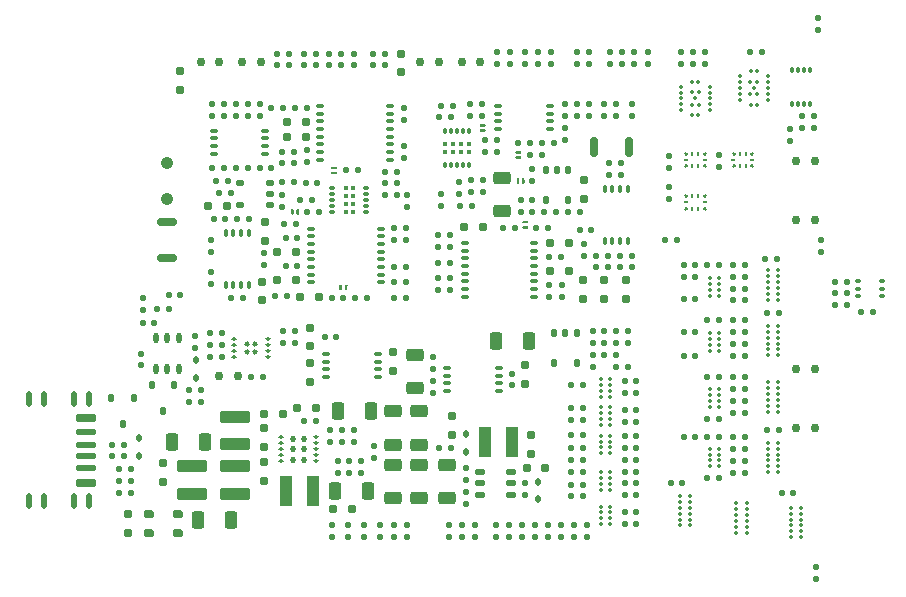
<source format=gbr>
%TF.GenerationSoftware,Altium Limited,Altium Designer,22.10.1 (41)*%
G04 Layer_Color=8421504*
%FSLAX45Y45*%
%MOMM*%
%TF.SameCoordinates,A8474BD1-FA4A-4BD0-88DA-22D9B4FA892B*%
%TF.FilePolarity,Positive*%
%TF.FileFunction,Paste,Top*%
%TF.Part,Single*%
G01*
G75*
%TA.AperFunction,NonConductor*%
%ADD141C,0.24000*%
%TA.AperFunction,OtherPad,Free Pad (60.72mm,9.35mm)*%
G04:AMPARAMS|DCode=142|XSize=0.38mm|YSize=0.26mm|CornerRadius=0.117mm|HoleSize=0mm|Usage=FLASHONLY|Rotation=0.000|XOffset=0mm|YOffset=0mm|HoleType=Round|Shape=RoundedRectangle|*
%AMROUNDEDRECTD142*
21,1,0.38000,0.02600,0,0,0.0*
21,1,0.14600,0.26000,0,0,0.0*
1,1,0.23400,0.07300,-0.01300*
1,1,0.23400,-0.07300,-0.01300*
1,1,0.23400,-0.07300,0.01300*
1,1,0.23400,0.07300,0.01300*
%
%ADD142ROUNDEDRECTD142*%
%TA.AperFunction,OtherPad,Free Pad (60.72mm,8.85mm)*%
G04:AMPARAMS|DCode=143|XSize=0.38mm|YSize=0.26mm|CornerRadius=0.117mm|HoleSize=0mm|Usage=FLASHONLY|Rotation=0.000|XOffset=0mm|YOffset=0mm|HoleType=Round|Shape=RoundedRectangle|*
%AMROUNDEDRECTD143*
21,1,0.38000,0.02600,0,0,0.0*
21,1,0.14600,0.26000,0,0,0.0*
1,1,0.23400,0.07300,-0.01300*
1,1,0.23400,-0.07300,-0.01300*
1,1,0.23400,-0.07300,0.01300*
1,1,0.23400,0.07300,0.01300*
%
%ADD143ROUNDEDRECTD143*%
%TA.AperFunction,OtherPad,Free Pad (60.72mm,8.35mm)*%
G04:AMPARAMS|DCode=144|XSize=0.38mm|YSize=0.26mm|CornerRadius=0.117mm|HoleSize=0mm|Usage=FLASHONLY|Rotation=0.000|XOffset=0mm|YOffset=0mm|HoleType=Round|Shape=RoundedRectangle|*
%AMROUNDEDRECTD144*
21,1,0.38000,0.02600,0,0,0.0*
21,1,0.14600,0.26000,0,0,0.0*
1,1,0.23400,0.07300,-0.01300*
1,1,0.23400,-0.07300,-0.01300*
1,1,0.23400,-0.07300,0.01300*
1,1,0.23400,0.07300,0.01300*
%
%ADD144ROUNDEDRECTD144*%
%TA.AperFunction,OtherPad,Free Pad (60.72mm,7.85mm)*%
G04:AMPARAMS|DCode=145|XSize=0.38mm|YSize=0.26mm|CornerRadius=0.117mm|HoleSize=0mm|Usage=FLASHONLY|Rotation=0.000|XOffset=0mm|YOffset=0mm|HoleType=Round|Shape=RoundedRectangle|*
%AMROUNDEDRECTD145*
21,1,0.38000,0.02600,0,0,0.0*
21,1,0.14600,0.26000,0,0,0.0*
1,1,0.23400,0.07300,-0.01300*
1,1,0.23400,-0.07300,-0.01300*
1,1,0.23400,-0.07300,0.01300*
1,1,0.23400,0.07300,0.01300*
%
%ADD145ROUNDEDRECTD145*%
%TA.AperFunction,OtherPad,Free Pad (61.48mm,9.35mm)*%
G04:AMPARAMS|DCode=146|XSize=0.38mm|YSize=0.26mm|CornerRadius=0.117mm|HoleSize=0mm|Usage=FLASHONLY|Rotation=0.000|XOffset=0mm|YOffset=0mm|HoleType=Round|Shape=RoundedRectangle|*
%AMROUNDEDRECTD146*
21,1,0.38000,0.02600,0,0,0.0*
21,1,0.14600,0.26000,0,0,0.0*
1,1,0.23400,0.07300,-0.01300*
1,1,0.23400,-0.07300,-0.01300*
1,1,0.23400,-0.07300,0.01300*
1,1,0.23400,0.07300,0.01300*
%
%ADD146ROUNDEDRECTD146*%
%TA.AperFunction,OtherPad,Free Pad (61.48mm,8.85mm)*%
G04:AMPARAMS|DCode=147|XSize=0.38mm|YSize=0.26mm|CornerRadius=0.117mm|HoleSize=0mm|Usage=FLASHONLY|Rotation=0.000|XOffset=0mm|YOffset=0mm|HoleType=Round|Shape=RoundedRectangle|*
%AMROUNDEDRECTD147*
21,1,0.38000,0.02600,0,0,0.0*
21,1,0.14600,0.26000,0,0,0.0*
1,1,0.23400,0.07300,-0.01300*
1,1,0.23400,-0.07300,-0.01300*
1,1,0.23400,-0.07300,0.01300*
1,1,0.23400,0.07300,0.01300*
%
%ADD147ROUNDEDRECTD147*%
%TA.AperFunction,OtherPad,Free Pad (61.48mm,8.35mm)*%
G04:AMPARAMS|DCode=148|XSize=0.38mm|YSize=0.26mm|CornerRadius=0.117mm|HoleSize=0mm|Usage=FLASHONLY|Rotation=0.000|XOffset=0mm|YOffset=0mm|HoleType=Round|Shape=RoundedRectangle|*
%AMROUNDEDRECTD148*
21,1,0.38000,0.02600,0,0,0.0*
21,1,0.14600,0.26000,0,0,0.0*
1,1,0.23400,0.07300,-0.01300*
1,1,0.23400,-0.07300,-0.01300*
1,1,0.23400,-0.07300,0.01300*
1,1,0.23400,0.07300,0.01300*
%
%ADD148ROUNDEDRECTD148*%
%TA.AperFunction,OtherPad,Free Pad (61.48mm,7.85mm)*%
G04:AMPARAMS|DCode=149|XSize=0.38mm|YSize=0.26mm|CornerRadius=0.117mm|HoleSize=0mm|Usage=FLASHONLY|Rotation=0.000|XOffset=0mm|YOffset=0mm|HoleType=Round|Shape=RoundedRectangle|*
%AMROUNDEDRECTD149*
21,1,0.38000,0.02600,0,0,0.0*
21,1,0.14600,0.26000,0,0,0.0*
1,1,0.23400,0.07300,-0.01300*
1,1,0.23400,-0.07300,-0.01300*
1,1,0.23400,-0.07300,0.01300*
1,1,0.23400,0.07300,0.01300*
%
%ADD149ROUNDEDRECTD149*%
%TA.AperFunction,OtherPad,Free Pad (69.92mm,14.25mm)*%
G04:AMPARAMS|DCode=150|XSize=0.38mm|YSize=0.26mm|CornerRadius=0.117mm|HoleSize=0mm|Usage=FLASHONLY|Rotation=0.000|XOffset=0mm|YOffset=0mm|HoleType=Round|Shape=RoundedRectangle|*
%AMROUNDEDRECTD150*
21,1,0.38000,0.02600,0,0,0.0*
21,1,0.14600,0.26000,0,0,0.0*
1,1,0.23400,0.07300,-0.01300*
1,1,0.23400,-0.07300,-0.01300*
1,1,0.23400,-0.07300,0.01300*
1,1,0.23400,0.07300,0.01300*
%
%ADD150ROUNDEDRECTD150*%
%TA.AperFunction,OtherPad,Free Pad (69.92mm,13.75mm)*%
G04:AMPARAMS|DCode=151|XSize=0.38mm|YSize=0.26mm|CornerRadius=0.117mm|HoleSize=0mm|Usage=FLASHONLY|Rotation=0.000|XOffset=0mm|YOffset=0mm|HoleType=Round|Shape=RoundedRectangle|*
%AMROUNDEDRECTD151*
21,1,0.38000,0.02600,0,0,0.0*
21,1,0.14600,0.26000,0,0,0.0*
1,1,0.23400,0.07300,-0.01300*
1,1,0.23400,-0.07300,-0.01300*
1,1,0.23400,-0.07300,0.01300*
1,1,0.23400,0.07300,0.01300*
%
%ADD151ROUNDEDRECTD151*%
%TA.AperFunction,OtherPad,Free Pad (69.92mm,13.25mm)*%
G04:AMPARAMS|DCode=152|XSize=0.38mm|YSize=0.26mm|CornerRadius=0.117mm|HoleSize=0mm|Usage=FLASHONLY|Rotation=0.000|XOffset=0mm|YOffset=0mm|HoleType=Round|Shape=RoundedRectangle|*
%AMROUNDEDRECTD152*
21,1,0.38000,0.02600,0,0,0.0*
21,1,0.14600,0.26000,0,0,0.0*
1,1,0.23400,0.07300,-0.01300*
1,1,0.23400,-0.07300,-0.01300*
1,1,0.23400,-0.07300,0.01300*
1,1,0.23400,0.07300,0.01300*
%
%ADD152ROUNDEDRECTD152*%
%TA.AperFunction,OtherPad,Free Pad (69.92mm,12.75mm)*%
G04:AMPARAMS|DCode=153|XSize=0.38mm|YSize=0.26mm|CornerRadius=0.117mm|HoleSize=0mm|Usage=FLASHONLY|Rotation=0.000|XOffset=0mm|YOffset=0mm|HoleType=Round|Shape=RoundedRectangle|*
%AMROUNDEDRECTD153*
21,1,0.38000,0.02600,0,0,0.0*
21,1,0.14600,0.26000,0,0,0.0*
1,1,0.23400,0.07300,-0.01300*
1,1,0.23400,-0.07300,-0.01300*
1,1,0.23400,-0.07300,0.01300*
1,1,0.23400,0.07300,0.01300*
%
%ADD153ROUNDEDRECTD153*%
%TA.AperFunction,OtherPad,Free Pad (70.68mm,14.25mm)*%
G04:AMPARAMS|DCode=154|XSize=0.38mm|YSize=0.26mm|CornerRadius=0.117mm|HoleSize=0mm|Usage=FLASHONLY|Rotation=0.000|XOffset=0mm|YOffset=0mm|HoleType=Round|Shape=RoundedRectangle|*
%AMROUNDEDRECTD154*
21,1,0.38000,0.02600,0,0,0.0*
21,1,0.14600,0.26000,0,0,0.0*
1,1,0.23400,0.07300,-0.01300*
1,1,0.23400,-0.07300,-0.01300*
1,1,0.23400,-0.07300,0.01300*
1,1,0.23400,0.07300,0.01300*
%
%ADD154ROUNDEDRECTD154*%
%TA.AperFunction,OtherPad,Free Pad (70.68mm,13.75mm)*%
G04:AMPARAMS|DCode=155|XSize=0.38mm|YSize=0.26mm|CornerRadius=0.117mm|HoleSize=0mm|Usage=FLASHONLY|Rotation=0.000|XOffset=0mm|YOffset=0mm|HoleType=Round|Shape=RoundedRectangle|*
%AMROUNDEDRECTD155*
21,1,0.38000,0.02600,0,0,0.0*
21,1,0.14600,0.26000,0,0,0.0*
1,1,0.23400,0.07300,-0.01300*
1,1,0.23400,-0.07300,-0.01300*
1,1,0.23400,-0.07300,0.01300*
1,1,0.23400,0.07300,0.01300*
%
%ADD155ROUNDEDRECTD155*%
%TA.AperFunction,OtherPad,Free Pad (70.68mm,13.25mm)*%
G04:AMPARAMS|DCode=156|XSize=0.38mm|YSize=0.26mm|CornerRadius=0.117mm|HoleSize=0mm|Usage=FLASHONLY|Rotation=0.000|XOffset=0mm|YOffset=0mm|HoleType=Round|Shape=RoundedRectangle|*
%AMROUNDEDRECTD156*
21,1,0.38000,0.02600,0,0,0.0*
21,1,0.14600,0.26000,0,0,0.0*
1,1,0.23400,0.07300,-0.01300*
1,1,0.23400,-0.07300,-0.01300*
1,1,0.23400,-0.07300,0.01300*
1,1,0.23400,0.07300,0.01300*
%
%ADD156ROUNDEDRECTD156*%
%TA.AperFunction,OtherPad,Free Pad (70.68mm,12.75mm)*%
G04:AMPARAMS|DCode=157|XSize=0.38mm|YSize=0.26mm|CornerRadius=0.117mm|HoleSize=0mm|Usage=FLASHONLY|Rotation=0.000|XOffset=0mm|YOffset=0mm|HoleType=Round|Shape=RoundedRectangle|*
%AMROUNDEDRECTD157*
21,1,0.38000,0.02600,0,0,0.0*
21,1,0.14600,0.26000,0,0,0.0*
1,1,0.23400,0.07300,-0.01300*
1,1,0.23400,-0.07300,-0.01300*
1,1,0.23400,-0.07300,0.01300*
1,1,0.23400,0.07300,0.01300*
%
%ADD157ROUNDEDRECTD157*%
%TA.AperFunction,OtherPad,Free Pad (69.92mm,24.05mm)*%
G04:AMPARAMS|DCode=158|XSize=0.38mm|YSize=0.26mm|CornerRadius=0.117mm|HoleSize=0mm|Usage=FLASHONLY|Rotation=0.000|XOffset=0mm|YOffset=0mm|HoleType=Round|Shape=RoundedRectangle|*
%AMROUNDEDRECTD158*
21,1,0.38000,0.02600,0,0,0.0*
21,1,0.14600,0.26000,0,0,0.0*
1,1,0.23400,0.07300,-0.01300*
1,1,0.23400,-0.07300,-0.01300*
1,1,0.23400,-0.07300,0.01300*
1,1,0.23400,0.07300,0.01300*
%
%ADD158ROUNDEDRECTD158*%
%TA.AperFunction,OtherPad,Free Pad (69.92mm,23.55mm)*%
G04:AMPARAMS|DCode=159|XSize=0.38mm|YSize=0.26mm|CornerRadius=0.117mm|HoleSize=0mm|Usage=FLASHONLY|Rotation=0.000|XOffset=0mm|YOffset=0mm|HoleType=Round|Shape=RoundedRectangle|*
%AMROUNDEDRECTD159*
21,1,0.38000,0.02600,0,0,0.0*
21,1,0.14600,0.26000,0,0,0.0*
1,1,0.23400,0.07300,-0.01300*
1,1,0.23400,-0.07300,-0.01300*
1,1,0.23400,-0.07300,0.01300*
1,1,0.23400,0.07300,0.01300*
%
%ADD159ROUNDEDRECTD159*%
%TA.AperFunction,OtherPad,Free Pad (69.92mm,23.05mm)*%
G04:AMPARAMS|DCode=160|XSize=0.38mm|YSize=0.26mm|CornerRadius=0.117mm|HoleSize=0mm|Usage=FLASHONLY|Rotation=0.000|XOffset=0mm|YOffset=0mm|HoleType=Round|Shape=RoundedRectangle|*
%AMROUNDEDRECTD160*
21,1,0.38000,0.02600,0,0,0.0*
21,1,0.14600,0.26000,0,0,0.0*
1,1,0.23400,0.07300,-0.01300*
1,1,0.23400,-0.07300,-0.01300*
1,1,0.23400,-0.07300,0.01300*
1,1,0.23400,0.07300,0.01300*
%
%ADD160ROUNDEDRECTD160*%
%TA.AperFunction,OtherPad,Free Pad (69.92mm,22.55mm)*%
G04:AMPARAMS|DCode=161|XSize=0.38mm|YSize=0.26mm|CornerRadius=0.117mm|HoleSize=0mm|Usage=FLASHONLY|Rotation=0.000|XOffset=0mm|YOffset=0mm|HoleType=Round|Shape=RoundedRectangle|*
%AMROUNDEDRECTD161*
21,1,0.38000,0.02600,0,0,0.0*
21,1,0.14600,0.26000,0,0,0.0*
1,1,0.23400,0.07300,-0.01300*
1,1,0.23400,-0.07300,-0.01300*
1,1,0.23400,-0.07300,0.01300*
1,1,0.23400,0.07300,0.01300*
%
%ADD161ROUNDEDRECTD161*%
%TA.AperFunction,OtherPad,Free Pad (70.68mm,24.05mm)*%
G04:AMPARAMS|DCode=162|XSize=0.38mm|YSize=0.26mm|CornerRadius=0.117mm|HoleSize=0mm|Usage=FLASHONLY|Rotation=0.000|XOffset=0mm|YOffset=0mm|HoleType=Round|Shape=RoundedRectangle|*
%AMROUNDEDRECTD162*
21,1,0.38000,0.02600,0,0,0.0*
21,1,0.14600,0.26000,0,0,0.0*
1,1,0.23400,0.07300,-0.01300*
1,1,0.23400,-0.07300,-0.01300*
1,1,0.23400,-0.07300,0.01300*
1,1,0.23400,0.07300,0.01300*
%
%ADD162ROUNDEDRECTD162*%
%TA.AperFunction,OtherPad,Free Pad (70.68mm,23.55mm)*%
G04:AMPARAMS|DCode=163|XSize=0.38mm|YSize=0.26mm|CornerRadius=0.117mm|HoleSize=0mm|Usage=FLASHONLY|Rotation=0.000|XOffset=0mm|YOffset=0mm|HoleType=Round|Shape=RoundedRectangle|*
%AMROUNDEDRECTD163*
21,1,0.38000,0.02600,0,0,0.0*
21,1,0.14600,0.26000,0,0,0.0*
1,1,0.23400,0.07300,-0.01300*
1,1,0.23400,-0.07300,-0.01300*
1,1,0.23400,-0.07300,0.01300*
1,1,0.23400,0.07300,0.01300*
%
%ADD163ROUNDEDRECTD163*%
%TA.AperFunction,OtherPad,Free Pad (70.68mm,23.05mm)*%
G04:AMPARAMS|DCode=164|XSize=0.38mm|YSize=0.26mm|CornerRadius=0.117mm|HoleSize=0mm|Usage=FLASHONLY|Rotation=0.000|XOffset=0mm|YOffset=0mm|HoleType=Round|Shape=RoundedRectangle|*
%AMROUNDEDRECTD164*
21,1,0.38000,0.02600,0,0,0.0*
21,1,0.14600,0.26000,0,0,0.0*
1,1,0.23400,0.07300,-0.01300*
1,1,0.23400,-0.07300,-0.01300*
1,1,0.23400,-0.07300,0.01300*
1,1,0.23400,0.07300,0.01300*
%
%ADD164ROUNDEDRECTD164*%
%TA.AperFunction,OtherPad,Free Pad (70.68mm,22.55mm)*%
G04:AMPARAMS|DCode=165|XSize=0.38mm|YSize=0.26mm|CornerRadius=0.117mm|HoleSize=0mm|Usage=FLASHONLY|Rotation=0.000|XOffset=0mm|YOffset=0mm|HoleType=Round|Shape=RoundedRectangle|*
%AMROUNDEDRECTD165*
21,1,0.38000,0.02600,0,0,0.0*
21,1,0.14600,0.26000,0,0,0.0*
1,1,0.23400,0.07300,-0.01300*
1,1,0.23400,-0.07300,-0.01300*
1,1,0.23400,-0.07300,0.01300*
1,1,0.23400,0.07300,0.01300*
%
%ADD165ROUNDEDRECTD165*%
%TA.AperFunction,OtherPad,Free Pad (60.72mm,17.75mm)*%
G04:AMPARAMS|DCode=166|XSize=0.38mm|YSize=0.26mm|CornerRadius=0.117mm|HoleSize=0mm|Usage=FLASHONLY|Rotation=0.000|XOffset=0mm|YOffset=0mm|HoleType=Round|Shape=RoundedRectangle|*
%AMROUNDEDRECTD166*
21,1,0.38000,0.02600,0,0,0.0*
21,1,0.14600,0.26000,0,0,0.0*
1,1,0.23400,0.07300,-0.01300*
1,1,0.23400,-0.07300,-0.01300*
1,1,0.23400,-0.07300,0.01300*
1,1,0.23400,0.07300,0.01300*
%
%ADD166ROUNDEDRECTD166*%
%TA.AperFunction,OtherPad,Free Pad (60.72mm,17.25mm)*%
G04:AMPARAMS|DCode=167|XSize=0.38mm|YSize=0.26mm|CornerRadius=0.117mm|HoleSize=0mm|Usage=FLASHONLY|Rotation=0.000|XOffset=0mm|YOffset=0mm|HoleType=Round|Shape=RoundedRectangle|*
%AMROUNDEDRECTD167*
21,1,0.38000,0.02600,0,0,0.0*
21,1,0.14600,0.26000,0,0,0.0*
1,1,0.23400,0.07300,-0.01300*
1,1,0.23400,-0.07300,-0.01300*
1,1,0.23400,-0.07300,0.01300*
1,1,0.23400,0.07300,0.01300*
%
%ADD167ROUNDEDRECTD167*%
%TA.AperFunction,OtherPad,Free Pad (60.72mm,16.75mm)*%
G04:AMPARAMS|DCode=168|XSize=0.38mm|YSize=0.26mm|CornerRadius=0.117mm|HoleSize=0mm|Usage=FLASHONLY|Rotation=0.000|XOffset=0mm|YOffset=0mm|HoleType=Round|Shape=RoundedRectangle|*
%AMROUNDEDRECTD168*
21,1,0.38000,0.02600,0,0,0.0*
21,1,0.14600,0.26000,0,0,0.0*
1,1,0.23400,0.07300,-0.01300*
1,1,0.23400,-0.07300,-0.01300*
1,1,0.23400,-0.07300,0.01300*
1,1,0.23400,0.07300,0.01300*
%
%ADD168ROUNDEDRECTD168*%
%TA.AperFunction,OtherPad,Free Pad (60.72mm,16.25mm)*%
G04:AMPARAMS|DCode=169|XSize=0.38mm|YSize=0.26mm|CornerRadius=0.117mm|HoleSize=0mm|Usage=FLASHONLY|Rotation=0.000|XOffset=0mm|YOffset=0mm|HoleType=Round|Shape=RoundedRectangle|*
%AMROUNDEDRECTD169*
21,1,0.38000,0.02600,0,0,0.0*
21,1,0.14600,0.26000,0,0,0.0*
1,1,0.23400,0.07300,-0.01300*
1,1,0.23400,-0.07300,-0.01300*
1,1,0.23400,-0.07300,0.01300*
1,1,0.23400,0.07300,0.01300*
%
%ADD169ROUNDEDRECTD169*%
%TA.AperFunction,OtherPad,Free Pad (61.48mm,17.75mm)*%
G04:AMPARAMS|DCode=170|XSize=0.38mm|YSize=0.26mm|CornerRadius=0.117mm|HoleSize=0mm|Usage=FLASHONLY|Rotation=0.000|XOffset=0mm|YOffset=0mm|HoleType=Round|Shape=RoundedRectangle|*
%AMROUNDEDRECTD170*
21,1,0.38000,0.02600,0,0,0.0*
21,1,0.14600,0.26000,0,0,0.0*
1,1,0.23400,0.07300,-0.01300*
1,1,0.23400,-0.07300,-0.01300*
1,1,0.23400,-0.07300,0.01300*
1,1,0.23400,0.07300,0.01300*
%
%ADD170ROUNDEDRECTD170*%
%TA.AperFunction,OtherPad,Free Pad (61.48mm,17.25mm)*%
G04:AMPARAMS|DCode=171|XSize=0.38mm|YSize=0.26mm|CornerRadius=0.117mm|HoleSize=0mm|Usage=FLASHONLY|Rotation=0.000|XOffset=0mm|YOffset=0mm|HoleType=Round|Shape=RoundedRectangle|*
%AMROUNDEDRECTD171*
21,1,0.38000,0.02600,0,0,0.0*
21,1,0.14600,0.26000,0,0,0.0*
1,1,0.23400,0.07300,-0.01300*
1,1,0.23400,-0.07300,-0.01300*
1,1,0.23400,-0.07300,0.01300*
1,1,0.23400,0.07300,0.01300*
%
%ADD171ROUNDEDRECTD171*%
%TA.AperFunction,OtherPad,Free Pad (61.48mm,16.75mm)*%
G04:AMPARAMS|DCode=172|XSize=0.38mm|YSize=0.26mm|CornerRadius=0.117mm|HoleSize=0mm|Usage=FLASHONLY|Rotation=0.000|XOffset=0mm|YOffset=0mm|HoleType=Round|Shape=RoundedRectangle|*
%AMROUNDEDRECTD172*
21,1,0.38000,0.02600,0,0,0.0*
21,1,0.14600,0.26000,0,0,0.0*
1,1,0.23400,0.07300,-0.01300*
1,1,0.23400,-0.07300,-0.01300*
1,1,0.23400,-0.07300,0.01300*
1,1,0.23400,0.07300,0.01300*
%
%ADD172ROUNDEDRECTD172*%
%TA.AperFunction,OtherPad,Free Pad (61.48mm,16.25mm)*%
G04:AMPARAMS|DCode=173|XSize=0.38mm|YSize=0.26mm|CornerRadius=0.117mm|HoleSize=0mm|Usage=FLASHONLY|Rotation=0.000|XOffset=0mm|YOffset=0mm|HoleType=Round|Shape=RoundedRectangle|*
%AMROUNDEDRECTD173*
21,1,0.38000,0.02600,0,0,0.0*
21,1,0.14600,0.26000,0,0,0.0*
1,1,0.23400,0.07300,-0.01300*
1,1,0.23400,-0.07300,-0.01300*
1,1,0.23400,-0.07300,0.01300*
1,1,0.23400,0.07300,0.01300*
%
%ADD173ROUNDEDRECTD173*%
%TA.AperFunction,OtherPad,Free Pad (60.72mm,20.15mm)*%
G04:AMPARAMS|DCode=174|XSize=0.38mm|YSize=0.26mm|CornerRadius=0.117mm|HoleSize=0mm|Usage=FLASHONLY|Rotation=0.000|XOffset=0mm|YOffset=0mm|HoleType=Round|Shape=RoundedRectangle|*
%AMROUNDEDRECTD174*
21,1,0.38000,0.02600,0,0,0.0*
21,1,0.14600,0.26000,0,0,0.0*
1,1,0.23400,0.07300,-0.01300*
1,1,0.23400,-0.07300,-0.01300*
1,1,0.23400,-0.07300,0.01300*
1,1,0.23400,0.07300,0.01300*
%
%ADD174ROUNDEDRECTD174*%
%TA.AperFunction,OtherPad,Free Pad (60.72mm,19.65mm)*%
G04:AMPARAMS|DCode=175|XSize=0.38mm|YSize=0.26mm|CornerRadius=0.117mm|HoleSize=0mm|Usage=FLASHONLY|Rotation=0.000|XOffset=0mm|YOffset=0mm|HoleType=Round|Shape=RoundedRectangle|*
%AMROUNDEDRECTD175*
21,1,0.38000,0.02600,0,0,0.0*
21,1,0.14600,0.26000,0,0,0.0*
1,1,0.23400,0.07300,-0.01300*
1,1,0.23400,-0.07300,-0.01300*
1,1,0.23400,-0.07300,0.01300*
1,1,0.23400,0.07300,0.01300*
%
%ADD175ROUNDEDRECTD175*%
%TA.AperFunction,OtherPad,Free Pad (60.72mm,19.15mm)*%
G04:AMPARAMS|DCode=176|XSize=0.38mm|YSize=0.26mm|CornerRadius=0.117mm|HoleSize=0mm|Usage=FLASHONLY|Rotation=0.000|XOffset=0mm|YOffset=0mm|HoleType=Round|Shape=RoundedRectangle|*
%AMROUNDEDRECTD176*
21,1,0.38000,0.02600,0,0,0.0*
21,1,0.14600,0.26000,0,0,0.0*
1,1,0.23400,0.07300,-0.01300*
1,1,0.23400,-0.07300,-0.01300*
1,1,0.23400,-0.07300,0.01300*
1,1,0.23400,0.07300,0.01300*
%
%ADD176ROUNDEDRECTD176*%
%TA.AperFunction,OtherPad,Free Pad (60.72mm,18.65mm)*%
G04:AMPARAMS|DCode=177|XSize=0.38mm|YSize=0.26mm|CornerRadius=0.117mm|HoleSize=0mm|Usage=FLASHONLY|Rotation=0.000|XOffset=0mm|YOffset=0mm|HoleType=Round|Shape=RoundedRectangle|*
%AMROUNDEDRECTD177*
21,1,0.38000,0.02600,0,0,0.0*
21,1,0.14600,0.26000,0,0,0.0*
1,1,0.23400,0.07300,-0.01300*
1,1,0.23400,-0.07300,-0.01300*
1,1,0.23400,-0.07300,0.01300*
1,1,0.23400,0.07300,0.01300*
%
%ADD177ROUNDEDRECTD177*%
%TA.AperFunction,OtherPad,Free Pad (61.48mm,20.15mm)*%
G04:AMPARAMS|DCode=178|XSize=0.38mm|YSize=0.26mm|CornerRadius=0.117mm|HoleSize=0mm|Usage=FLASHONLY|Rotation=0.000|XOffset=0mm|YOffset=0mm|HoleType=Round|Shape=RoundedRectangle|*
%AMROUNDEDRECTD178*
21,1,0.38000,0.02600,0,0,0.0*
21,1,0.14600,0.26000,0,0,0.0*
1,1,0.23400,0.07300,-0.01300*
1,1,0.23400,-0.07300,-0.01300*
1,1,0.23400,-0.07300,0.01300*
1,1,0.23400,0.07300,0.01300*
%
%ADD178ROUNDEDRECTD178*%
%TA.AperFunction,OtherPad,Free Pad (61.48mm,19.65mm)*%
G04:AMPARAMS|DCode=179|XSize=0.38mm|YSize=0.26mm|CornerRadius=0.117mm|HoleSize=0mm|Usage=FLASHONLY|Rotation=0.000|XOffset=0mm|YOffset=0mm|HoleType=Round|Shape=RoundedRectangle|*
%AMROUNDEDRECTD179*
21,1,0.38000,0.02600,0,0,0.0*
21,1,0.14600,0.26000,0,0,0.0*
1,1,0.23400,0.07300,-0.01300*
1,1,0.23400,-0.07300,-0.01300*
1,1,0.23400,-0.07300,0.01300*
1,1,0.23400,0.07300,0.01300*
%
%ADD179ROUNDEDRECTD179*%
%TA.AperFunction,OtherPad,Free Pad (61.48mm,19.15mm)*%
G04:AMPARAMS|DCode=180|XSize=0.38mm|YSize=0.26mm|CornerRadius=0.117mm|HoleSize=0mm|Usage=FLASHONLY|Rotation=0.000|XOffset=0mm|YOffset=0mm|HoleType=Round|Shape=RoundedRectangle|*
%AMROUNDEDRECTD180*
21,1,0.38000,0.02600,0,0,0.0*
21,1,0.14600,0.26000,0,0,0.0*
1,1,0.23400,0.07300,-0.01300*
1,1,0.23400,-0.07300,-0.01300*
1,1,0.23400,-0.07300,0.01300*
1,1,0.23400,0.07300,0.01300*
%
%ADD180ROUNDEDRECTD180*%
%TA.AperFunction,OtherPad,Free Pad (61.48mm,18.65mm)*%
G04:AMPARAMS|DCode=181|XSize=0.38mm|YSize=0.26mm|CornerRadius=0.117mm|HoleSize=0mm|Usage=FLASHONLY|Rotation=0.000|XOffset=0mm|YOffset=0mm|HoleType=Round|Shape=RoundedRectangle|*
%AMROUNDEDRECTD181*
21,1,0.38000,0.02600,0,0,0.0*
21,1,0.14600,0.26000,0,0,0.0*
1,1,0.23400,0.07300,-0.01300*
1,1,0.23400,-0.07300,-0.01300*
1,1,0.23400,-0.07300,0.01300*
1,1,0.23400,0.07300,0.01300*
%
%ADD181ROUNDEDRECTD181*%
%TA.AperFunction,OtherPad,Free Pad (60.72mm,12.25mm)*%
G04:AMPARAMS|DCode=182|XSize=0.38mm|YSize=0.26mm|CornerRadius=0.117mm|HoleSize=0mm|Usage=FLASHONLY|Rotation=0.000|XOffset=0mm|YOffset=0mm|HoleType=Round|Shape=RoundedRectangle|*
%AMROUNDEDRECTD182*
21,1,0.38000,0.02600,0,0,0.0*
21,1,0.14600,0.26000,0,0,0.0*
1,1,0.23400,0.07300,-0.01300*
1,1,0.23400,-0.07300,-0.01300*
1,1,0.23400,-0.07300,0.01300*
1,1,0.23400,0.07300,0.01300*
%
%ADD182ROUNDEDRECTD182*%
%TA.AperFunction,OtherPad,Free Pad (60.72mm,11.75mm)*%
G04:AMPARAMS|DCode=183|XSize=0.38mm|YSize=0.26mm|CornerRadius=0.117mm|HoleSize=0mm|Usage=FLASHONLY|Rotation=0.000|XOffset=0mm|YOffset=0mm|HoleType=Round|Shape=RoundedRectangle|*
%AMROUNDEDRECTD183*
21,1,0.38000,0.02600,0,0,0.0*
21,1,0.14600,0.26000,0,0,0.0*
1,1,0.23400,0.07300,-0.01300*
1,1,0.23400,-0.07300,-0.01300*
1,1,0.23400,-0.07300,0.01300*
1,1,0.23400,0.07300,0.01300*
%
%ADD183ROUNDEDRECTD183*%
%TA.AperFunction,OtherPad,Free Pad (60.72mm,11.25mm)*%
G04:AMPARAMS|DCode=184|XSize=0.38mm|YSize=0.26mm|CornerRadius=0.117mm|HoleSize=0mm|Usage=FLASHONLY|Rotation=0.000|XOffset=0mm|YOffset=0mm|HoleType=Round|Shape=RoundedRectangle|*
%AMROUNDEDRECTD184*
21,1,0.38000,0.02600,0,0,0.0*
21,1,0.14600,0.26000,0,0,0.0*
1,1,0.23400,0.07300,-0.01300*
1,1,0.23400,-0.07300,-0.01300*
1,1,0.23400,-0.07300,0.01300*
1,1,0.23400,0.07300,0.01300*
%
%ADD184ROUNDEDRECTD184*%
%TA.AperFunction,OtherPad,Free Pad (60.72mm,10.75mm)*%
G04:AMPARAMS|DCode=185|XSize=0.38mm|YSize=0.26mm|CornerRadius=0.117mm|HoleSize=0mm|Usage=FLASHONLY|Rotation=0.000|XOffset=0mm|YOffset=0mm|HoleType=Round|Shape=RoundedRectangle|*
%AMROUNDEDRECTD185*
21,1,0.38000,0.02600,0,0,0.0*
21,1,0.14600,0.26000,0,0,0.0*
1,1,0.23400,0.07300,-0.01300*
1,1,0.23400,-0.07300,-0.01300*
1,1,0.23400,-0.07300,0.01300*
1,1,0.23400,0.07300,0.01300*
%
%ADD185ROUNDEDRECTD185*%
%TA.AperFunction,OtherPad,Free Pad (61.48mm,12.25mm)*%
G04:AMPARAMS|DCode=186|XSize=0.38mm|YSize=0.26mm|CornerRadius=0.117mm|HoleSize=0mm|Usage=FLASHONLY|Rotation=0.000|XOffset=0mm|YOffset=0mm|HoleType=Round|Shape=RoundedRectangle|*
%AMROUNDEDRECTD186*
21,1,0.38000,0.02600,0,0,0.0*
21,1,0.14600,0.26000,0,0,0.0*
1,1,0.23400,0.07300,-0.01300*
1,1,0.23400,-0.07300,-0.01300*
1,1,0.23400,-0.07300,0.01300*
1,1,0.23400,0.07300,0.01300*
%
%ADD186ROUNDEDRECTD186*%
%TA.AperFunction,OtherPad,Free Pad (61.48mm,11.75mm)*%
G04:AMPARAMS|DCode=187|XSize=0.38mm|YSize=0.26mm|CornerRadius=0.117mm|HoleSize=0mm|Usage=FLASHONLY|Rotation=0.000|XOffset=0mm|YOffset=0mm|HoleType=Round|Shape=RoundedRectangle|*
%AMROUNDEDRECTD187*
21,1,0.38000,0.02600,0,0,0.0*
21,1,0.14600,0.26000,0,0,0.0*
1,1,0.23400,0.07300,-0.01300*
1,1,0.23400,-0.07300,-0.01300*
1,1,0.23400,-0.07300,0.01300*
1,1,0.23400,0.07300,0.01300*
%
%ADD187ROUNDEDRECTD187*%
%TA.AperFunction,OtherPad,Free Pad (61.48mm,11.25mm)*%
G04:AMPARAMS|DCode=188|XSize=0.38mm|YSize=0.26mm|CornerRadius=0.117mm|HoleSize=0mm|Usage=FLASHONLY|Rotation=0.000|XOffset=0mm|YOffset=0mm|HoleType=Round|Shape=RoundedRectangle|*
%AMROUNDEDRECTD188*
21,1,0.38000,0.02600,0,0,0.0*
21,1,0.14600,0.26000,0,0,0.0*
1,1,0.23400,0.07300,-0.01300*
1,1,0.23400,-0.07300,-0.01300*
1,1,0.23400,-0.07300,0.01300*
1,1,0.23400,0.07300,0.01300*
%
%ADD188ROUNDEDRECTD188*%
%TA.AperFunction,OtherPad,Free Pad (61.48mm,10.75mm)*%
G04:AMPARAMS|DCode=189|XSize=0.38mm|YSize=0.26mm|CornerRadius=0.117mm|HoleSize=0mm|Usage=FLASHONLY|Rotation=0.000|XOffset=0mm|YOffset=0mm|HoleType=Round|Shape=RoundedRectangle|*
%AMROUNDEDRECTD189*
21,1,0.38000,0.02600,0,0,0.0*
21,1,0.14600,0.26000,0,0,0.0*
1,1,0.23400,0.07300,-0.01300*
1,1,0.23400,-0.07300,-0.01300*
1,1,0.23400,-0.07300,0.01300*
1,1,0.23400,0.07300,0.01300*
%
%ADD189ROUNDEDRECTD189*%
%TA.AperFunction,OtherPad,Free Pad (60.72mm,15.35mm)*%
G04:AMPARAMS|DCode=190|XSize=0.38mm|YSize=0.26mm|CornerRadius=0.117mm|HoleSize=0mm|Usage=FLASHONLY|Rotation=0.000|XOffset=0mm|YOffset=0mm|HoleType=Round|Shape=RoundedRectangle|*
%AMROUNDEDRECTD190*
21,1,0.38000,0.02600,0,0,0.0*
21,1,0.14600,0.26000,0,0,0.0*
1,1,0.23400,0.07300,-0.01300*
1,1,0.23400,-0.07300,-0.01300*
1,1,0.23400,-0.07300,0.01300*
1,1,0.23400,0.07300,0.01300*
%
%ADD190ROUNDEDRECTD190*%
%TA.AperFunction,OtherPad,Free Pad (60.72mm,14.85mm)*%
G04:AMPARAMS|DCode=191|XSize=0.38mm|YSize=0.26mm|CornerRadius=0.117mm|HoleSize=0mm|Usage=FLASHONLY|Rotation=0.000|XOffset=0mm|YOffset=0mm|HoleType=Round|Shape=RoundedRectangle|*
%AMROUNDEDRECTD191*
21,1,0.38000,0.02600,0,0,0.0*
21,1,0.14600,0.26000,0,0,0.0*
1,1,0.23400,0.07300,-0.01300*
1,1,0.23400,-0.07300,-0.01300*
1,1,0.23400,-0.07300,0.01300*
1,1,0.23400,0.07300,0.01300*
%
%ADD191ROUNDEDRECTD191*%
%TA.AperFunction,OtherPad,Free Pad (60.72mm,14.35mm)*%
G04:AMPARAMS|DCode=192|XSize=0.38mm|YSize=0.26mm|CornerRadius=0.117mm|HoleSize=0mm|Usage=FLASHONLY|Rotation=0.000|XOffset=0mm|YOffset=0mm|HoleType=Round|Shape=RoundedRectangle|*
%AMROUNDEDRECTD192*
21,1,0.38000,0.02600,0,0,0.0*
21,1,0.14600,0.26000,0,0,0.0*
1,1,0.23400,0.07300,-0.01300*
1,1,0.23400,-0.07300,-0.01300*
1,1,0.23400,-0.07300,0.01300*
1,1,0.23400,0.07300,0.01300*
%
%ADD192ROUNDEDRECTD192*%
%TA.AperFunction,OtherPad,Free Pad (60.72mm,13.85mm)*%
G04:AMPARAMS|DCode=193|XSize=0.38mm|YSize=0.26mm|CornerRadius=0.117mm|HoleSize=0mm|Usage=FLASHONLY|Rotation=0.000|XOffset=0mm|YOffset=0mm|HoleType=Round|Shape=RoundedRectangle|*
%AMROUNDEDRECTD193*
21,1,0.38000,0.02600,0,0,0.0*
21,1,0.14600,0.26000,0,0,0.0*
1,1,0.23400,0.07300,-0.01300*
1,1,0.23400,-0.07300,-0.01300*
1,1,0.23400,-0.07300,0.01300*
1,1,0.23400,0.07300,0.01300*
%
%ADD193ROUNDEDRECTD193*%
%TA.AperFunction,OtherPad,Free Pad (61.48mm,15.35mm)*%
G04:AMPARAMS|DCode=194|XSize=0.38mm|YSize=0.26mm|CornerRadius=0.117mm|HoleSize=0mm|Usage=FLASHONLY|Rotation=0.000|XOffset=0mm|YOffset=0mm|HoleType=Round|Shape=RoundedRectangle|*
%AMROUNDEDRECTD194*
21,1,0.38000,0.02600,0,0,0.0*
21,1,0.14600,0.26000,0,0,0.0*
1,1,0.23400,0.07300,-0.01300*
1,1,0.23400,-0.07300,-0.01300*
1,1,0.23400,-0.07300,0.01300*
1,1,0.23400,0.07300,0.01300*
%
%ADD194ROUNDEDRECTD194*%
%TA.AperFunction,OtherPad,Free Pad (61.48mm,14.85mm)*%
G04:AMPARAMS|DCode=195|XSize=0.38mm|YSize=0.26mm|CornerRadius=0.117mm|HoleSize=0mm|Usage=FLASHONLY|Rotation=0.000|XOffset=0mm|YOffset=0mm|HoleType=Round|Shape=RoundedRectangle|*
%AMROUNDEDRECTD195*
21,1,0.38000,0.02600,0,0,0.0*
21,1,0.14600,0.26000,0,0,0.0*
1,1,0.23400,0.07300,-0.01300*
1,1,0.23400,-0.07300,-0.01300*
1,1,0.23400,-0.07300,0.01300*
1,1,0.23400,0.07300,0.01300*
%
%ADD195ROUNDEDRECTD195*%
%TA.AperFunction,OtherPad,Free Pad (61.48mm,14.35mm)*%
G04:AMPARAMS|DCode=196|XSize=0.38mm|YSize=0.26mm|CornerRadius=0.117mm|HoleSize=0mm|Usage=FLASHONLY|Rotation=0.000|XOffset=0mm|YOffset=0mm|HoleType=Round|Shape=RoundedRectangle|*
%AMROUNDEDRECTD196*
21,1,0.38000,0.02600,0,0,0.0*
21,1,0.14600,0.26000,0,0,0.0*
1,1,0.23400,0.07300,-0.01300*
1,1,0.23400,-0.07300,-0.01300*
1,1,0.23400,-0.07300,0.01300*
1,1,0.23400,0.07300,0.01300*
%
%ADD196ROUNDEDRECTD196*%
%TA.AperFunction,OtherPad,Free Pad (61.48mm,13.85mm)*%
G04:AMPARAMS|DCode=197|XSize=0.38mm|YSize=0.26mm|CornerRadius=0.117mm|HoleSize=0mm|Usage=FLASHONLY|Rotation=0.000|XOffset=0mm|YOffset=0mm|HoleType=Round|Shape=RoundedRectangle|*
%AMROUNDEDRECTD197*
21,1,0.38000,0.02600,0,0,0.0*
21,1,0.14600,0.26000,0,0,0.0*
1,1,0.23400,0.07300,-0.01300*
1,1,0.23400,-0.07300,-0.01300*
1,1,0.23400,-0.07300,0.01300*
1,1,0.23400,0.07300,0.01300*
%
%ADD197ROUNDEDRECTD197*%
%TA.AperFunction,OtherPad,Free Pad (69.92mm,19.3mm)*%
G04:AMPARAMS|DCode=198|XSize=0.38mm|YSize=0.26mm|CornerRadius=0.117mm|HoleSize=0mm|Usage=FLASHONLY|Rotation=0.000|XOffset=0mm|YOffset=0mm|HoleType=Round|Shape=RoundedRectangle|*
%AMROUNDEDRECTD198*
21,1,0.38000,0.02600,0,0,0.0*
21,1,0.14600,0.26000,0,0,0.0*
1,1,0.23400,0.07300,-0.01300*
1,1,0.23400,-0.07300,-0.01300*
1,1,0.23400,-0.07300,0.01300*
1,1,0.23400,0.07300,0.01300*
%
%ADD198ROUNDEDRECTD198*%
%TA.AperFunction,OtherPad,Free Pad (69.92mm,18.8mm)*%
G04:AMPARAMS|DCode=199|XSize=0.38mm|YSize=0.26mm|CornerRadius=0.117mm|HoleSize=0mm|Usage=FLASHONLY|Rotation=0.000|XOffset=0mm|YOffset=0mm|HoleType=Round|Shape=RoundedRectangle|*
%AMROUNDEDRECTD199*
21,1,0.38000,0.02600,0,0,0.0*
21,1,0.14600,0.26000,0,0,0.0*
1,1,0.23400,0.07300,-0.01300*
1,1,0.23400,-0.07300,-0.01300*
1,1,0.23400,-0.07300,0.01300*
1,1,0.23400,0.07300,0.01300*
%
%ADD199ROUNDEDRECTD199*%
%TA.AperFunction,OtherPad,Free Pad (69.92mm,18.3mm)*%
G04:AMPARAMS|DCode=200|XSize=0.38mm|YSize=0.26mm|CornerRadius=0.117mm|HoleSize=0mm|Usage=FLASHONLY|Rotation=0.000|XOffset=0mm|YOffset=0mm|HoleType=Round|Shape=RoundedRectangle|*
%AMROUNDEDRECTD200*
21,1,0.38000,0.02600,0,0,0.0*
21,1,0.14600,0.26000,0,0,0.0*
1,1,0.23400,0.07300,-0.01300*
1,1,0.23400,-0.07300,-0.01300*
1,1,0.23400,-0.07300,0.01300*
1,1,0.23400,0.07300,0.01300*
%
%ADD200ROUNDEDRECTD200*%
%TA.AperFunction,OtherPad,Free Pad (69.92mm,17.8mm)*%
G04:AMPARAMS|DCode=201|XSize=0.38mm|YSize=0.26mm|CornerRadius=0.117mm|HoleSize=0mm|Usage=FLASHONLY|Rotation=0.000|XOffset=0mm|YOffset=0mm|HoleType=Round|Shape=RoundedRectangle|*
%AMROUNDEDRECTD201*
21,1,0.38000,0.02600,0,0,0.0*
21,1,0.14600,0.26000,0,0,0.0*
1,1,0.23400,0.07300,-0.01300*
1,1,0.23400,-0.07300,-0.01300*
1,1,0.23400,-0.07300,0.01300*
1,1,0.23400,0.07300,0.01300*
%
%ADD201ROUNDEDRECTD201*%
%TA.AperFunction,OtherPad,Free Pad (70.68mm,19.3mm)*%
G04:AMPARAMS|DCode=202|XSize=0.38mm|YSize=0.26mm|CornerRadius=0.117mm|HoleSize=0mm|Usage=FLASHONLY|Rotation=0.000|XOffset=0mm|YOffset=0mm|HoleType=Round|Shape=RoundedRectangle|*
%AMROUNDEDRECTD202*
21,1,0.38000,0.02600,0,0,0.0*
21,1,0.14600,0.26000,0,0,0.0*
1,1,0.23400,0.07300,-0.01300*
1,1,0.23400,-0.07300,-0.01300*
1,1,0.23400,-0.07300,0.01300*
1,1,0.23400,0.07300,0.01300*
%
%ADD202ROUNDEDRECTD202*%
%TA.AperFunction,OtherPad,Free Pad (70.68mm,18.8mm)*%
G04:AMPARAMS|DCode=203|XSize=0.38mm|YSize=0.26mm|CornerRadius=0.117mm|HoleSize=0mm|Usage=FLASHONLY|Rotation=0.000|XOffset=0mm|YOffset=0mm|HoleType=Round|Shape=RoundedRectangle|*
%AMROUNDEDRECTD203*
21,1,0.38000,0.02600,0,0,0.0*
21,1,0.14600,0.26000,0,0,0.0*
1,1,0.23400,0.07300,-0.01300*
1,1,0.23400,-0.07300,-0.01300*
1,1,0.23400,-0.07300,0.01300*
1,1,0.23400,0.07300,0.01300*
%
%ADD203ROUNDEDRECTD203*%
%TA.AperFunction,OtherPad,Free Pad (70.68mm,18.3mm)*%
G04:AMPARAMS|DCode=204|XSize=0.38mm|YSize=0.26mm|CornerRadius=0.117mm|HoleSize=0mm|Usage=FLASHONLY|Rotation=0.000|XOffset=0mm|YOffset=0mm|HoleType=Round|Shape=RoundedRectangle|*
%AMROUNDEDRECTD204*
21,1,0.38000,0.02600,0,0,0.0*
21,1,0.14600,0.26000,0,0,0.0*
1,1,0.23400,0.07300,-0.01300*
1,1,0.23400,-0.07300,-0.01300*
1,1,0.23400,-0.07300,0.01300*
1,1,0.23400,0.07300,0.01300*
%
%ADD204ROUNDEDRECTD204*%
%TA.AperFunction,OtherPad,Free Pad (70.68mm,17.8mm)*%
G04:AMPARAMS|DCode=205|XSize=0.38mm|YSize=0.26mm|CornerRadius=0.117mm|HoleSize=0mm|Usage=FLASHONLY|Rotation=0.000|XOffset=0mm|YOffset=0mm|HoleType=Round|Shape=RoundedRectangle|*
%AMROUNDEDRECTD205*
21,1,0.38000,0.02600,0,0,0.0*
21,1,0.14600,0.26000,0,0,0.0*
1,1,0.23400,0.07300,-0.01300*
1,1,0.23400,-0.07300,-0.01300*
1,1,0.23400,-0.07300,0.01300*
1,1,0.23400,0.07300,0.01300*
%
%ADD205ROUNDEDRECTD205*%
%TA.AperFunction,OtherPad,Free Pad (69.92mm,28.7mm)*%
G04:AMPARAMS|DCode=206|XSize=0.38mm|YSize=0.26mm|CornerRadius=0.117mm|HoleSize=0mm|Usage=FLASHONLY|Rotation=0.000|XOffset=0mm|YOffset=0mm|HoleType=Round|Shape=RoundedRectangle|*
%AMROUNDEDRECTD206*
21,1,0.38000,0.02600,0,0,0.0*
21,1,0.14600,0.26000,0,0,0.0*
1,1,0.23400,0.07300,-0.01300*
1,1,0.23400,-0.07300,-0.01300*
1,1,0.23400,-0.07300,0.01300*
1,1,0.23400,0.07300,0.01300*
%
%ADD206ROUNDEDRECTD206*%
%TA.AperFunction,OtherPad,Free Pad (69.92mm,28.2mm)*%
G04:AMPARAMS|DCode=207|XSize=0.38mm|YSize=0.26mm|CornerRadius=0.117mm|HoleSize=0mm|Usage=FLASHONLY|Rotation=0.000|XOffset=0mm|YOffset=0mm|HoleType=Round|Shape=RoundedRectangle|*
%AMROUNDEDRECTD207*
21,1,0.38000,0.02600,0,0,0.0*
21,1,0.14600,0.26000,0,0,0.0*
1,1,0.23400,0.07300,-0.01300*
1,1,0.23400,-0.07300,-0.01300*
1,1,0.23400,-0.07300,0.01300*
1,1,0.23400,0.07300,0.01300*
%
%ADD207ROUNDEDRECTD207*%
%TA.AperFunction,OtherPad,Free Pad (69.92mm,27.7mm)*%
G04:AMPARAMS|DCode=208|XSize=0.38mm|YSize=0.26mm|CornerRadius=0.117mm|HoleSize=0mm|Usage=FLASHONLY|Rotation=0.000|XOffset=0mm|YOffset=0mm|HoleType=Round|Shape=RoundedRectangle|*
%AMROUNDEDRECTD208*
21,1,0.38000,0.02600,0,0,0.0*
21,1,0.14600,0.26000,0,0,0.0*
1,1,0.23400,0.07300,-0.01300*
1,1,0.23400,-0.07300,-0.01300*
1,1,0.23400,-0.07300,0.01300*
1,1,0.23400,0.07300,0.01300*
%
%ADD208ROUNDEDRECTD208*%
%TA.AperFunction,OtherPad,Free Pad (69.92mm,27.2mm)*%
G04:AMPARAMS|DCode=209|XSize=0.38mm|YSize=0.26mm|CornerRadius=0.117mm|HoleSize=0mm|Usage=FLASHONLY|Rotation=0.000|XOffset=0mm|YOffset=0mm|HoleType=Round|Shape=RoundedRectangle|*
%AMROUNDEDRECTD209*
21,1,0.38000,0.02600,0,0,0.0*
21,1,0.14600,0.26000,0,0,0.0*
1,1,0.23400,0.07300,-0.01300*
1,1,0.23400,-0.07300,-0.01300*
1,1,0.23400,-0.07300,0.01300*
1,1,0.23400,0.07300,0.01300*
%
%ADD209ROUNDEDRECTD209*%
%TA.AperFunction,OtherPad,Free Pad (70.68mm,28.7mm)*%
G04:AMPARAMS|DCode=210|XSize=0.38mm|YSize=0.26mm|CornerRadius=0.117mm|HoleSize=0mm|Usage=FLASHONLY|Rotation=0.000|XOffset=0mm|YOffset=0mm|HoleType=Round|Shape=RoundedRectangle|*
%AMROUNDEDRECTD210*
21,1,0.38000,0.02600,0,0,0.0*
21,1,0.14600,0.26000,0,0,0.0*
1,1,0.23400,0.07300,-0.01300*
1,1,0.23400,-0.07300,-0.01300*
1,1,0.23400,-0.07300,0.01300*
1,1,0.23400,0.07300,0.01300*
%
%ADD210ROUNDEDRECTD210*%
%TA.AperFunction,OtherPad,Free Pad (70.68mm,28.2mm)*%
G04:AMPARAMS|DCode=211|XSize=0.38mm|YSize=0.26mm|CornerRadius=0.117mm|HoleSize=0mm|Usage=FLASHONLY|Rotation=0.000|XOffset=0mm|YOffset=0mm|HoleType=Round|Shape=RoundedRectangle|*
%AMROUNDEDRECTD211*
21,1,0.38000,0.02600,0,0,0.0*
21,1,0.14600,0.26000,0,0,0.0*
1,1,0.23400,0.07300,-0.01300*
1,1,0.23400,-0.07300,-0.01300*
1,1,0.23400,-0.07300,0.01300*
1,1,0.23400,0.07300,0.01300*
%
%ADD211ROUNDEDRECTD211*%
%TA.AperFunction,OtherPad,Free Pad (70.68mm,27.7mm)*%
G04:AMPARAMS|DCode=212|XSize=0.38mm|YSize=0.26mm|CornerRadius=0.117mm|HoleSize=0mm|Usage=FLASHONLY|Rotation=0.000|XOffset=0mm|YOffset=0mm|HoleType=Round|Shape=RoundedRectangle|*
%AMROUNDEDRECTD212*
21,1,0.38000,0.02600,0,0,0.0*
21,1,0.14600,0.26000,0,0,0.0*
1,1,0.23400,0.07300,-0.01300*
1,1,0.23400,-0.07300,-0.01300*
1,1,0.23400,-0.07300,0.01300*
1,1,0.23400,0.07300,0.01300*
%
%ADD212ROUNDEDRECTD212*%
%TA.AperFunction,OtherPad,Free Pad (70.68mm,27.2mm)*%
G04:AMPARAMS|DCode=213|XSize=0.38mm|YSize=0.26mm|CornerRadius=0.117mm|HoleSize=0mm|Usage=FLASHONLY|Rotation=0.000|XOffset=0mm|YOffset=0mm|HoleType=Round|Shape=RoundedRectangle|*
%AMROUNDEDRECTD213*
21,1,0.38000,0.02600,0,0,0.0*
21,1,0.14600,0.26000,0,0,0.0*
1,1,0.23400,0.07300,-0.01300*
1,1,0.23400,-0.07300,-0.01300*
1,1,0.23400,-0.07300,0.01300*
1,1,0.23400,0.07300,0.01300*
%
%ADD213ROUNDEDRECTD213*%
%TA.AperFunction,OtherPad,Free Pad (76.77mm,9.25mm)*%
G04:AMPARAMS|DCode=214|XSize=0.38mm|YSize=0.26mm|CornerRadius=0.117mm|HoleSize=0mm|Usage=FLASHONLY|Rotation=0.000|XOffset=0mm|YOffset=0mm|HoleType=Round|Shape=RoundedRectangle|*
%AMROUNDEDRECTD214*
21,1,0.38000,0.02600,0,0,0.0*
21,1,0.14600,0.26000,0,0,0.0*
1,1,0.23400,0.07300,-0.01300*
1,1,0.23400,-0.07300,-0.01300*
1,1,0.23400,-0.07300,0.01300*
1,1,0.23400,0.07300,0.01300*
%
%ADD214ROUNDEDRECTD214*%
%TA.AperFunction,OtherPad,Free Pad (76.77mm,8.75mm)*%
G04:AMPARAMS|DCode=215|XSize=0.38mm|YSize=0.26mm|CornerRadius=0.117mm|HoleSize=0mm|Usage=FLASHONLY|Rotation=0.000|XOffset=0mm|YOffset=0mm|HoleType=Round|Shape=RoundedRectangle|*
%AMROUNDEDRECTD215*
21,1,0.38000,0.02600,0,0,0.0*
21,1,0.14600,0.26000,0,0,0.0*
1,1,0.23400,0.07300,-0.01300*
1,1,0.23400,-0.07300,-0.01300*
1,1,0.23400,-0.07300,0.01300*
1,1,0.23400,0.07300,0.01300*
%
%ADD215ROUNDEDRECTD215*%
%TA.AperFunction,OtherPad,Free Pad (76.77mm,8.25mm)*%
G04:AMPARAMS|DCode=216|XSize=0.38mm|YSize=0.26mm|CornerRadius=0.117mm|HoleSize=0mm|Usage=FLASHONLY|Rotation=0.000|XOffset=0mm|YOffset=0mm|HoleType=Round|Shape=RoundedRectangle|*
%AMROUNDEDRECTD216*
21,1,0.38000,0.02600,0,0,0.0*
21,1,0.14600,0.26000,0,0,0.0*
1,1,0.23400,0.07300,-0.01300*
1,1,0.23400,-0.07300,-0.01300*
1,1,0.23400,-0.07300,0.01300*
1,1,0.23400,0.07300,0.01300*
%
%ADD216ROUNDEDRECTD216*%
%TA.AperFunction,OtherPad,Free Pad (76.77mm,7.75mm)*%
G04:AMPARAMS|DCode=217|XSize=0.38mm|YSize=0.26mm|CornerRadius=0.117mm|HoleSize=0mm|Usage=FLASHONLY|Rotation=0.000|XOffset=0mm|YOffset=0mm|HoleType=Round|Shape=RoundedRectangle|*
%AMROUNDEDRECTD217*
21,1,0.38000,0.02600,0,0,0.0*
21,1,0.14600,0.26000,0,0,0.0*
1,1,0.23400,0.07300,-0.01300*
1,1,0.23400,-0.07300,-0.01300*
1,1,0.23400,-0.07300,0.01300*
1,1,0.23400,0.07300,0.01300*
%
%ADD217ROUNDEDRECTD217*%
%TA.AperFunction,OtherPad,Free Pad (76.77mm,7.25mm)*%
G04:AMPARAMS|DCode=218|XSize=0.38mm|YSize=0.26mm|CornerRadius=0.117mm|HoleSize=0mm|Usage=FLASHONLY|Rotation=0.000|XOffset=0mm|YOffset=0mm|HoleType=Round|Shape=RoundedRectangle|*
%AMROUNDEDRECTD218*
21,1,0.38000,0.02600,0,0,0.0*
21,1,0.14600,0.26000,0,0,0.0*
1,1,0.23400,0.07300,-0.01300*
1,1,0.23400,-0.07300,-0.01300*
1,1,0.23400,-0.07300,0.01300*
1,1,0.23400,0.07300,0.01300*
%
%ADD218ROUNDEDRECTD218*%
%TA.AperFunction,OtherPad,Free Pad (76.77mm,6.75mm)*%
G04:AMPARAMS|DCode=219|XSize=0.38mm|YSize=0.26mm|CornerRadius=0.117mm|HoleSize=0mm|Usage=FLASHONLY|Rotation=0.000|XOffset=0mm|YOffset=0mm|HoleType=Round|Shape=RoundedRectangle|*
%AMROUNDEDRECTD219*
21,1,0.38000,0.02600,0,0,0.0*
21,1,0.14600,0.26000,0,0,0.0*
1,1,0.23400,0.07300,-0.01300*
1,1,0.23400,-0.07300,-0.01300*
1,1,0.23400,-0.07300,0.01300*
1,1,0.23400,0.07300,0.01300*
%
%ADD219ROUNDEDRECTD219*%
%TA.AperFunction,OtherPad,Free Pad (77.63mm,9.25mm)*%
G04:AMPARAMS|DCode=220|XSize=0.38mm|YSize=0.26mm|CornerRadius=0.117mm|HoleSize=0mm|Usage=FLASHONLY|Rotation=0.000|XOffset=0mm|YOffset=0mm|HoleType=Round|Shape=RoundedRectangle|*
%AMROUNDEDRECTD220*
21,1,0.38000,0.02600,0,0,0.0*
21,1,0.14600,0.26000,0,0,0.0*
1,1,0.23400,0.07300,-0.01300*
1,1,0.23400,-0.07300,-0.01300*
1,1,0.23400,-0.07300,0.01300*
1,1,0.23400,0.07300,0.01300*
%
%ADD220ROUNDEDRECTD220*%
%TA.AperFunction,OtherPad,Free Pad (77.63mm,8.75mm)*%
G04:AMPARAMS|DCode=221|XSize=0.38mm|YSize=0.26mm|CornerRadius=0.117mm|HoleSize=0mm|Usage=FLASHONLY|Rotation=0.000|XOffset=0mm|YOffset=0mm|HoleType=Round|Shape=RoundedRectangle|*
%AMROUNDEDRECTD221*
21,1,0.38000,0.02600,0,0,0.0*
21,1,0.14600,0.26000,0,0,0.0*
1,1,0.23400,0.07300,-0.01300*
1,1,0.23400,-0.07300,-0.01300*
1,1,0.23400,-0.07300,0.01300*
1,1,0.23400,0.07300,0.01300*
%
%ADD221ROUNDEDRECTD221*%
%TA.AperFunction,OtherPad,Free Pad (77.63mm,8.25mm)*%
G04:AMPARAMS|DCode=222|XSize=0.38mm|YSize=0.26mm|CornerRadius=0.117mm|HoleSize=0mm|Usage=FLASHONLY|Rotation=0.000|XOffset=0mm|YOffset=0mm|HoleType=Round|Shape=RoundedRectangle|*
%AMROUNDEDRECTD222*
21,1,0.38000,0.02600,0,0,0.0*
21,1,0.14600,0.26000,0,0,0.0*
1,1,0.23400,0.07300,-0.01300*
1,1,0.23400,-0.07300,-0.01300*
1,1,0.23400,-0.07300,0.01300*
1,1,0.23400,0.07300,0.01300*
%
%ADD222ROUNDEDRECTD222*%
%TA.AperFunction,OtherPad,Free Pad (77.63mm,7.75mm)*%
G04:AMPARAMS|DCode=223|XSize=0.38mm|YSize=0.26mm|CornerRadius=0.117mm|HoleSize=0mm|Usage=FLASHONLY|Rotation=0.000|XOffset=0mm|YOffset=0mm|HoleType=Round|Shape=RoundedRectangle|*
%AMROUNDEDRECTD223*
21,1,0.38000,0.02600,0,0,0.0*
21,1,0.14600,0.26000,0,0,0.0*
1,1,0.23400,0.07300,-0.01300*
1,1,0.23400,-0.07300,-0.01300*
1,1,0.23400,-0.07300,0.01300*
1,1,0.23400,0.07300,0.01300*
%
%ADD223ROUNDEDRECTD223*%
%TA.AperFunction,OtherPad,Free Pad (77.63mm,7.25mm)*%
G04:AMPARAMS|DCode=224|XSize=0.38mm|YSize=0.26mm|CornerRadius=0.117mm|HoleSize=0mm|Usage=FLASHONLY|Rotation=0.000|XOffset=0mm|YOffset=0mm|HoleType=Round|Shape=RoundedRectangle|*
%AMROUNDEDRECTD224*
21,1,0.38000,0.02600,0,0,0.0*
21,1,0.14600,0.26000,0,0,0.0*
1,1,0.23400,0.07300,-0.01300*
1,1,0.23400,-0.07300,-0.01300*
1,1,0.23400,-0.07300,0.01300*
1,1,0.23400,0.07300,0.01300*
%
%ADD224ROUNDEDRECTD224*%
%TA.AperFunction,OtherPad,Free Pad (77.63mm,6.75mm)*%
G04:AMPARAMS|DCode=225|XSize=0.38mm|YSize=0.26mm|CornerRadius=0.117mm|HoleSize=0mm|Usage=FLASHONLY|Rotation=0.000|XOffset=0mm|YOffset=0mm|HoleType=Round|Shape=RoundedRectangle|*
%AMROUNDEDRECTD225*
21,1,0.38000,0.02600,0,0,0.0*
21,1,0.14600,0.26000,0,0,0.0*
1,1,0.23400,0.07300,-0.01300*
1,1,0.23400,-0.07300,-0.01300*
1,1,0.23400,-0.07300,0.01300*
1,1,0.23400,0.07300,0.01300*
%
%ADD225ROUNDEDRECTD225*%
%TA.AperFunction,OtherPad,Free Pad (74.87mm,19.85mm)*%
G04:AMPARAMS|DCode=226|XSize=0.38mm|YSize=0.26mm|CornerRadius=0.117mm|HoleSize=0mm|Usage=FLASHONLY|Rotation=0.000|XOffset=0mm|YOffset=0mm|HoleType=Round|Shape=RoundedRectangle|*
%AMROUNDEDRECTD226*
21,1,0.38000,0.02600,0,0,0.0*
21,1,0.14600,0.26000,0,0,0.0*
1,1,0.23400,0.07300,-0.01300*
1,1,0.23400,-0.07300,-0.01300*
1,1,0.23400,-0.07300,0.01300*
1,1,0.23400,0.07300,0.01300*
%
%ADD226ROUNDEDRECTD226*%
%TA.AperFunction,OtherPad,Free Pad (74.87mm,19.35mm)*%
G04:AMPARAMS|DCode=227|XSize=0.38mm|YSize=0.26mm|CornerRadius=0.117mm|HoleSize=0mm|Usage=FLASHONLY|Rotation=0.000|XOffset=0mm|YOffset=0mm|HoleType=Round|Shape=RoundedRectangle|*
%AMROUNDEDRECTD227*
21,1,0.38000,0.02600,0,0,0.0*
21,1,0.14600,0.26000,0,0,0.0*
1,1,0.23400,0.07300,-0.01300*
1,1,0.23400,-0.07300,-0.01300*
1,1,0.23400,-0.07300,0.01300*
1,1,0.23400,0.07300,0.01300*
%
%ADD227ROUNDEDRECTD227*%
%TA.AperFunction,OtherPad,Free Pad (74.87mm,18.85mm)*%
G04:AMPARAMS|DCode=228|XSize=0.38mm|YSize=0.26mm|CornerRadius=0.117mm|HoleSize=0mm|Usage=FLASHONLY|Rotation=0.000|XOffset=0mm|YOffset=0mm|HoleType=Round|Shape=RoundedRectangle|*
%AMROUNDEDRECTD228*
21,1,0.38000,0.02600,0,0,0.0*
21,1,0.14600,0.26000,0,0,0.0*
1,1,0.23400,0.07300,-0.01300*
1,1,0.23400,-0.07300,-0.01300*
1,1,0.23400,-0.07300,0.01300*
1,1,0.23400,0.07300,0.01300*
%
%ADD228ROUNDEDRECTD228*%
%TA.AperFunction,OtherPad,Free Pad (74.87mm,18.35mm)*%
G04:AMPARAMS|DCode=229|XSize=0.38mm|YSize=0.26mm|CornerRadius=0.117mm|HoleSize=0mm|Usage=FLASHONLY|Rotation=0.000|XOffset=0mm|YOffset=0mm|HoleType=Round|Shape=RoundedRectangle|*
%AMROUNDEDRECTD229*
21,1,0.38000,0.02600,0,0,0.0*
21,1,0.14600,0.26000,0,0,0.0*
1,1,0.23400,0.07300,-0.01300*
1,1,0.23400,-0.07300,-0.01300*
1,1,0.23400,-0.07300,0.01300*
1,1,0.23400,0.07300,0.01300*
%
%ADD229ROUNDEDRECTD229*%
%TA.AperFunction,OtherPad,Free Pad (74.87mm,17.85mm)*%
G04:AMPARAMS|DCode=230|XSize=0.38mm|YSize=0.26mm|CornerRadius=0.117mm|HoleSize=0mm|Usage=FLASHONLY|Rotation=0.000|XOffset=0mm|YOffset=0mm|HoleType=Round|Shape=RoundedRectangle|*
%AMROUNDEDRECTD230*
21,1,0.38000,0.02600,0,0,0.0*
21,1,0.14600,0.26000,0,0,0.0*
1,1,0.23400,0.07300,-0.01300*
1,1,0.23400,-0.07300,-0.01300*
1,1,0.23400,-0.07300,0.01300*
1,1,0.23400,0.07300,0.01300*
%
%ADD230ROUNDEDRECTD230*%
%TA.AperFunction,OtherPad,Free Pad (74.87mm,17.35mm)*%
G04:AMPARAMS|DCode=231|XSize=0.38mm|YSize=0.26mm|CornerRadius=0.117mm|HoleSize=0mm|Usage=FLASHONLY|Rotation=0.000|XOffset=0mm|YOffset=0mm|HoleType=Round|Shape=RoundedRectangle|*
%AMROUNDEDRECTD231*
21,1,0.38000,0.02600,0,0,0.0*
21,1,0.14600,0.26000,0,0,0.0*
1,1,0.23400,0.07300,-0.01300*
1,1,0.23400,-0.07300,-0.01300*
1,1,0.23400,-0.07300,0.01300*
1,1,0.23400,0.07300,0.01300*
%
%ADD231ROUNDEDRECTD231*%
%TA.AperFunction,OtherPad,Free Pad (75.73mm,19.85mm)*%
G04:AMPARAMS|DCode=232|XSize=0.38mm|YSize=0.26mm|CornerRadius=0.117mm|HoleSize=0mm|Usage=FLASHONLY|Rotation=0.000|XOffset=0mm|YOffset=0mm|HoleType=Round|Shape=RoundedRectangle|*
%AMROUNDEDRECTD232*
21,1,0.38000,0.02600,0,0,0.0*
21,1,0.14600,0.26000,0,0,0.0*
1,1,0.23400,0.07300,-0.01300*
1,1,0.23400,-0.07300,-0.01300*
1,1,0.23400,-0.07300,0.01300*
1,1,0.23400,0.07300,0.01300*
%
%ADD232ROUNDEDRECTD232*%
%TA.AperFunction,OtherPad,Free Pad (75.73mm,19.35mm)*%
G04:AMPARAMS|DCode=233|XSize=0.38mm|YSize=0.26mm|CornerRadius=0.117mm|HoleSize=0mm|Usage=FLASHONLY|Rotation=0.000|XOffset=0mm|YOffset=0mm|HoleType=Round|Shape=RoundedRectangle|*
%AMROUNDEDRECTD233*
21,1,0.38000,0.02600,0,0,0.0*
21,1,0.14600,0.26000,0,0,0.0*
1,1,0.23400,0.07300,-0.01300*
1,1,0.23400,-0.07300,-0.01300*
1,1,0.23400,-0.07300,0.01300*
1,1,0.23400,0.07300,0.01300*
%
%ADD233ROUNDEDRECTD233*%
%TA.AperFunction,OtherPad,Free Pad (75.73mm,18.85mm)*%
G04:AMPARAMS|DCode=234|XSize=0.38mm|YSize=0.26mm|CornerRadius=0.117mm|HoleSize=0mm|Usage=FLASHONLY|Rotation=0.000|XOffset=0mm|YOffset=0mm|HoleType=Round|Shape=RoundedRectangle|*
%AMROUNDEDRECTD234*
21,1,0.38000,0.02600,0,0,0.0*
21,1,0.14600,0.26000,0,0,0.0*
1,1,0.23400,0.07300,-0.01300*
1,1,0.23400,-0.07300,-0.01300*
1,1,0.23400,-0.07300,0.01300*
1,1,0.23400,0.07300,0.01300*
%
%ADD234ROUNDEDRECTD234*%
%TA.AperFunction,OtherPad,Free Pad (75.73mm,18.35mm)*%
G04:AMPARAMS|DCode=235|XSize=0.38mm|YSize=0.26mm|CornerRadius=0.117mm|HoleSize=0mm|Usage=FLASHONLY|Rotation=0.000|XOffset=0mm|YOffset=0mm|HoleType=Round|Shape=RoundedRectangle|*
%AMROUNDEDRECTD235*
21,1,0.38000,0.02600,0,0,0.0*
21,1,0.14600,0.26000,0,0,0.0*
1,1,0.23400,0.07300,-0.01300*
1,1,0.23400,-0.07300,-0.01300*
1,1,0.23400,-0.07300,0.01300*
1,1,0.23400,0.07300,0.01300*
%
%ADD235ROUNDEDRECTD235*%
%TA.AperFunction,OtherPad,Free Pad (75.73mm,17.85mm)*%
G04:AMPARAMS|DCode=236|XSize=0.38mm|YSize=0.26mm|CornerRadius=0.117mm|HoleSize=0mm|Usage=FLASHONLY|Rotation=0.000|XOffset=0mm|YOffset=0mm|HoleType=Round|Shape=RoundedRectangle|*
%AMROUNDEDRECTD236*
21,1,0.38000,0.02600,0,0,0.0*
21,1,0.14600,0.26000,0,0,0.0*
1,1,0.23400,0.07300,-0.01300*
1,1,0.23400,-0.07300,-0.01300*
1,1,0.23400,-0.07300,0.01300*
1,1,0.23400,0.07300,0.01300*
%
%ADD236ROUNDEDRECTD236*%
%TA.AperFunction,OtherPad,Free Pad (75.73mm,17.35mm)*%
G04:AMPARAMS|DCode=237|XSize=0.38mm|YSize=0.26mm|CornerRadius=0.117mm|HoleSize=0mm|Usage=FLASHONLY|Rotation=0.000|XOffset=0mm|YOffset=0mm|HoleType=Round|Shape=RoundedRectangle|*
%AMROUNDEDRECTD237*
21,1,0.38000,0.02600,0,0,0.0*
21,1,0.14600,0.26000,0,0,0.0*
1,1,0.23400,0.07300,-0.01300*
1,1,0.23400,-0.07300,-0.01300*
1,1,0.23400,-0.07300,0.01300*
1,1,0.23400,0.07300,0.01300*
%
%ADD237ROUNDEDRECTD237*%
%TA.AperFunction,OtherPad,Free Pad (72.17mm,9.65mm)*%
G04:AMPARAMS|DCode=238|XSize=0.38mm|YSize=0.26mm|CornerRadius=0.117mm|HoleSize=0mm|Usage=FLASHONLY|Rotation=0.000|XOffset=0mm|YOffset=0mm|HoleType=Round|Shape=RoundedRectangle|*
%AMROUNDEDRECTD238*
21,1,0.38000,0.02600,0,0,0.0*
21,1,0.14600,0.26000,0,0,0.0*
1,1,0.23400,0.07300,-0.01300*
1,1,0.23400,-0.07300,-0.01300*
1,1,0.23400,-0.07300,0.01300*
1,1,0.23400,0.07300,0.01300*
%
%ADD238ROUNDEDRECTD238*%
%TA.AperFunction,OtherPad,Free Pad (72.17mm,9.15mm)*%
G04:AMPARAMS|DCode=239|XSize=0.38mm|YSize=0.26mm|CornerRadius=0.117mm|HoleSize=0mm|Usage=FLASHONLY|Rotation=0.000|XOffset=0mm|YOffset=0mm|HoleType=Round|Shape=RoundedRectangle|*
%AMROUNDEDRECTD239*
21,1,0.38000,0.02600,0,0,0.0*
21,1,0.14600,0.26000,0,0,0.0*
1,1,0.23400,0.07300,-0.01300*
1,1,0.23400,-0.07300,-0.01300*
1,1,0.23400,-0.07300,0.01300*
1,1,0.23400,0.07300,0.01300*
%
%ADD239ROUNDEDRECTD239*%
%TA.AperFunction,OtherPad,Free Pad (72.17mm,8.65mm)*%
G04:AMPARAMS|DCode=240|XSize=0.38mm|YSize=0.26mm|CornerRadius=0.117mm|HoleSize=0mm|Usage=FLASHONLY|Rotation=0.000|XOffset=0mm|YOffset=0mm|HoleType=Round|Shape=RoundedRectangle|*
%AMROUNDEDRECTD240*
21,1,0.38000,0.02600,0,0,0.0*
21,1,0.14600,0.26000,0,0,0.0*
1,1,0.23400,0.07300,-0.01300*
1,1,0.23400,-0.07300,-0.01300*
1,1,0.23400,-0.07300,0.01300*
1,1,0.23400,0.07300,0.01300*
%
%ADD240ROUNDEDRECTD240*%
%TA.AperFunction,OtherPad,Free Pad (72.17mm,8.15mm)*%
G04:AMPARAMS|DCode=241|XSize=0.38mm|YSize=0.26mm|CornerRadius=0.117mm|HoleSize=0mm|Usage=FLASHONLY|Rotation=0.000|XOffset=0mm|YOffset=0mm|HoleType=Round|Shape=RoundedRectangle|*
%AMROUNDEDRECTD241*
21,1,0.38000,0.02600,0,0,0.0*
21,1,0.14600,0.26000,0,0,0.0*
1,1,0.23400,0.07300,-0.01300*
1,1,0.23400,-0.07300,-0.01300*
1,1,0.23400,-0.07300,0.01300*
1,1,0.23400,0.07300,0.01300*
%
%ADD241ROUNDEDRECTD241*%
%TA.AperFunction,OtherPad,Free Pad (72.17mm,7.65mm)*%
G04:AMPARAMS|DCode=242|XSize=0.38mm|YSize=0.26mm|CornerRadius=0.117mm|HoleSize=0mm|Usage=FLASHONLY|Rotation=0.000|XOffset=0mm|YOffset=0mm|HoleType=Round|Shape=RoundedRectangle|*
%AMROUNDEDRECTD242*
21,1,0.38000,0.02600,0,0,0.0*
21,1,0.14600,0.26000,0,0,0.0*
1,1,0.23400,0.07300,-0.01300*
1,1,0.23400,-0.07300,-0.01300*
1,1,0.23400,-0.07300,0.01300*
1,1,0.23400,0.07300,0.01300*
%
%ADD242ROUNDEDRECTD242*%
%TA.AperFunction,OtherPad,Free Pad (72.17mm,7.15mm)*%
G04:AMPARAMS|DCode=243|XSize=0.38mm|YSize=0.26mm|CornerRadius=0.117mm|HoleSize=0mm|Usage=FLASHONLY|Rotation=0.000|XOffset=0mm|YOffset=0mm|HoleType=Round|Shape=RoundedRectangle|*
%AMROUNDEDRECTD243*
21,1,0.38000,0.02600,0,0,0.0*
21,1,0.14600,0.26000,0,0,0.0*
1,1,0.23400,0.07300,-0.01300*
1,1,0.23400,-0.07300,-0.01300*
1,1,0.23400,-0.07300,0.01300*
1,1,0.23400,0.07300,0.01300*
%
%ADD243ROUNDEDRECTD243*%
%TA.AperFunction,OtherPad,Free Pad (73.03mm,9.65mm)*%
G04:AMPARAMS|DCode=244|XSize=0.38mm|YSize=0.26mm|CornerRadius=0.117mm|HoleSize=0mm|Usage=FLASHONLY|Rotation=0.000|XOffset=0mm|YOffset=0mm|HoleType=Round|Shape=RoundedRectangle|*
%AMROUNDEDRECTD244*
21,1,0.38000,0.02600,0,0,0.0*
21,1,0.14600,0.26000,0,0,0.0*
1,1,0.23400,0.07300,-0.01300*
1,1,0.23400,-0.07300,-0.01300*
1,1,0.23400,-0.07300,0.01300*
1,1,0.23400,0.07300,0.01300*
%
%ADD244ROUNDEDRECTD244*%
%TA.AperFunction,OtherPad,Free Pad (73.03mm,9.15mm)*%
G04:AMPARAMS|DCode=245|XSize=0.38mm|YSize=0.26mm|CornerRadius=0.117mm|HoleSize=0mm|Usage=FLASHONLY|Rotation=0.000|XOffset=0mm|YOffset=0mm|HoleType=Round|Shape=RoundedRectangle|*
%AMROUNDEDRECTD245*
21,1,0.38000,0.02600,0,0,0.0*
21,1,0.14600,0.26000,0,0,0.0*
1,1,0.23400,0.07300,-0.01300*
1,1,0.23400,-0.07300,-0.01300*
1,1,0.23400,-0.07300,0.01300*
1,1,0.23400,0.07300,0.01300*
%
%ADD245ROUNDEDRECTD245*%
%TA.AperFunction,OtherPad,Free Pad (73.03mm,8.65mm)*%
G04:AMPARAMS|DCode=246|XSize=0.38mm|YSize=0.26mm|CornerRadius=0.117mm|HoleSize=0mm|Usage=FLASHONLY|Rotation=0.000|XOffset=0mm|YOffset=0mm|HoleType=Round|Shape=RoundedRectangle|*
%AMROUNDEDRECTD246*
21,1,0.38000,0.02600,0,0,0.0*
21,1,0.14600,0.26000,0,0,0.0*
1,1,0.23400,0.07300,-0.01300*
1,1,0.23400,-0.07300,-0.01300*
1,1,0.23400,-0.07300,0.01300*
1,1,0.23400,0.07300,0.01300*
%
%ADD246ROUNDEDRECTD246*%
%TA.AperFunction,OtherPad,Free Pad (73.03mm,8.15mm)*%
G04:AMPARAMS|DCode=247|XSize=0.38mm|YSize=0.26mm|CornerRadius=0.117mm|HoleSize=0mm|Usage=FLASHONLY|Rotation=0.000|XOffset=0mm|YOffset=0mm|HoleType=Round|Shape=RoundedRectangle|*
%AMROUNDEDRECTD247*
21,1,0.38000,0.02600,0,0,0.0*
21,1,0.14600,0.26000,0,0,0.0*
1,1,0.23400,0.07300,-0.01300*
1,1,0.23400,-0.07300,-0.01300*
1,1,0.23400,-0.07300,0.01300*
1,1,0.23400,0.07300,0.01300*
%
%ADD247ROUNDEDRECTD247*%
%TA.AperFunction,OtherPad,Free Pad (73.03mm,7.65mm)*%
G04:AMPARAMS|DCode=248|XSize=0.38mm|YSize=0.26mm|CornerRadius=0.117mm|HoleSize=0mm|Usage=FLASHONLY|Rotation=0.000|XOffset=0mm|YOffset=0mm|HoleType=Round|Shape=RoundedRectangle|*
%AMROUNDEDRECTD248*
21,1,0.38000,0.02600,0,0,0.0*
21,1,0.14600,0.26000,0,0,0.0*
1,1,0.23400,0.07300,-0.01300*
1,1,0.23400,-0.07300,-0.01300*
1,1,0.23400,-0.07300,0.01300*
1,1,0.23400,0.07300,0.01300*
%
%ADD248ROUNDEDRECTD248*%
%TA.AperFunction,OtherPad,Free Pad (73.03mm,7.15mm)*%
G04:AMPARAMS|DCode=249|XSize=0.38mm|YSize=0.26mm|CornerRadius=0.117mm|HoleSize=0mm|Usage=FLASHONLY|Rotation=0.000|XOffset=0mm|YOffset=0mm|HoleType=Round|Shape=RoundedRectangle|*
%AMROUNDEDRECTD249*
21,1,0.38000,0.02600,0,0,0.0*
21,1,0.14600,0.26000,0,0,0.0*
1,1,0.23400,0.07300,-0.01300*
1,1,0.23400,-0.07300,-0.01300*
1,1,0.23400,-0.07300,0.01300*
1,1,0.23400,0.07300,0.01300*
%
%ADD249ROUNDEDRECTD249*%
%TA.AperFunction,OtherPad,Free Pad (74.87mm,24.65mm)*%
G04:AMPARAMS|DCode=250|XSize=0.38mm|YSize=0.26mm|CornerRadius=0.117mm|HoleSize=0mm|Usage=FLASHONLY|Rotation=0.000|XOffset=0mm|YOffset=0mm|HoleType=Round|Shape=RoundedRectangle|*
%AMROUNDEDRECTD250*
21,1,0.38000,0.02600,0,0,0.0*
21,1,0.14600,0.26000,0,0,0.0*
1,1,0.23400,0.07300,-0.01300*
1,1,0.23400,-0.07300,-0.01300*
1,1,0.23400,-0.07300,0.01300*
1,1,0.23400,0.07300,0.01300*
%
%ADD250ROUNDEDRECTD250*%
%TA.AperFunction,OtherPad,Free Pad (74.87mm,24.15mm)*%
G04:AMPARAMS|DCode=251|XSize=0.38mm|YSize=0.26mm|CornerRadius=0.117mm|HoleSize=0mm|Usage=FLASHONLY|Rotation=0.000|XOffset=0mm|YOffset=0mm|HoleType=Round|Shape=RoundedRectangle|*
%AMROUNDEDRECTD251*
21,1,0.38000,0.02600,0,0,0.0*
21,1,0.14600,0.26000,0,0,0.0*
1,1,0.23400,0.07300,-0.01300*
1,1,0.23400,-0.07300,-0.01300*
1,1,0.23400,-0.07300,0.01300*
1,1,0.23400,0.07300,0.01300*
%
%ADD251ROUNDEDRECTD251*%
%TA.AperFunction,OtherPad,Free Pad (74.87mm,23.65mm)*%
G04:AMPARAMS|DCode=252|XSize=0.38mm|YSize=0.26mm|CornerRadius=0.117mm|HoleSize=0mm|Usage=FLASHONLY|Rotation=0.000|XOffset=0mm|YOffset=0mm|HoleType=Round|Shape=RoundedRectangle|*
%AMROUNDEDRECTD252*
21,1,0.38000,0.02600,0,0,0.0*
21,1,0.14600,0.26000,0,0,0.0*
1,1,0.23400,0.07300,-0.01300*
1,1,0.23400,-0.07300,-0.01300*
1,1,0.23400,-0.07300,0.01300*
1,1,0.23400,0.07300,0.01300*
%
%ADD252ROUNDEDRECTD252*%
%TA.AperFunction,OtherPad,Free Pad (74.87mm,23.15mm)*%
G04:AMPARAMS|DCode=253|XSize=0.38mm|YSize=0.26mm|CornerRadius=0.117mm|HoleSize=0mm|Usage=FLASHONLY|Rotation=0.000|XOffset=0mm|YOffset=0mm|HoleType=Round|Shape=RoundedRectangle|*
%AMROUNDEDRECTD253*
21,1,0.38000,0.02600,0,0,0.0*
21,1,0.14600,0.26000,0,0,0.0*
1,1,0.23400,0.07300,-0.01300*
1,1,0.23400,-0.07300,-0.01300*
1,1,0.23400,-0.07300,0.01300*
1,1,0.23400,0.07300,0.01300*
%
%ADD253ROUNDEDRECTD253*%
%TA.AperFunction,OtherPad,Free Pad (74.87mm,22.65mm)*%
G04:AMPARAMS|DCode=254|XSize=0.38mm|YSize=0.26mm|CornerRadius=0.117mm|HoleSize=0mm|Usage=FLASHONLY|Rotation=0.000|XOffset=0mm|YOffset=0mm|HoleType=Round|Shape=RoundedRectangle|*
%AMROUNDEDRECTD254*
21,1,0.38000,0.02600,0,0,0.0*
21,1,0.14600,0.26000,0,0,0.0*
1,1,0.23400,0.07300,-0.01300*
1,1,0.23400,-0.07300,-0.01300*
1,1,0.23400,-0.07300,0.01300*
1,1,0.23400,0.07300,0.01300*
%
%ADD254ROUNDEDRECTD254*%
%TA.AperFunction,OtherPad,Free Pad (74.87mm,22.15mm)*%
G04:AMPARAMS|DCode=255|XSize=0.38mm|YSize=0.26mm|CornerRadius=0.117mm|HoleSize=0mm|Usage=FLASHONLY|Rotation=0.000|XOffset=0mm|YOffset=0mm|HoleType=Round|Shape=RoundedRectangle|*
%AMROUNDEDRECTD255*
21,1,0.38000,0.02600,0,0,0.0*
21,1,0.14600,0.26000,0,0,0.0*
1,1,0.23400,0.07300,-0.01300*
1,1,0.23400,-0.07300,-0.01300*
1,1,0.23400,-0.07300,0.01300*
1,1,0.23400,0.07300,0.01300*
%
%ADD255ROUNDEDRECTD255*%
%TA.AperFunction,OtherPad,Free Pad (75.73mm,24.65mm)*%
G04:AMPARAMS|DCode=256|XSize=0.38mm|YSize=0.26mm|CornerRadius=0.117mm|HoleSize=0mm|Usage=FLASHONLY|Rotation=0.000|XOffset=0mm|YOffset=0mm|HoleType=Round|Shape=RoundedRectangle|*
%AMROUNDEDRECTD256*
21,1,0.38000,0.02600,0,0,0.0*
21,1,0.14600,0.26000,0,0,0.0*
1,1,0.23400,0.07300,-0.01300*
1,1,0.23400,-0.07300,-0.01300*
1,1,0.23400,-0.07300,0.01300*
1,1,0.23400,0.07300,0.01300*
%
%ADD256ROUNDEDRECTD256*%
%TA.AperFunction,OtherPad,Free Pad (75.73mm,24.15mm)*%
G04:AMPARAMS|DCode=257|XSize=0.38mm|YSize=0.26mm|CornerRadius=0.117mm|HoleSize=0mm|Usage=FLASHONLY|Rotation=0.000|XOffset=0mm|YOffset=0mm|HoleType=Round|Shape=RoundedRectangle|*
%AMROUNDEDRECTD257*
21,1,0.38000,0.02600,0,0,0.0*
21,1,0.14600,0.26000,0,0,0.0*
1,1,0.23400,0.07300,-0.01300*
1,1,0.23400,-0.07300,-0.01300*
1,1,0.23400,-0.07300,0.01300*
1,1,0.23400,0.07300,0.01300*
%
%ADD257ROUNDEDRECTD257*%
%TA.AperFunction,OtherPad,Free Pad (75.73mm,23.65mm)*%
G04:AMPARAMS|DCode=258|XSize=0.38mm|YSize=0.26mm|CornerRadius=0.117mm|HoleSize=0mm|Usage=FLASHONLY|Rotation=0.000|XOffset=0mm|YOffset=0mm|HoleType=Round|Shape=RoundedRectangle|*
%AMROUNDEDRECTD258*
21,1,0.38000,0.02600,0,0,0.0*
21,1,0.14600,0.26000,0,0,0.0*
1,1,0.23400,0.07300,-0.01300*
1,1,0.23400,-0.07300,-0.01300*
1,1,0.23400,-0.07300,0.01300*
1,1,0.23400,0.07300,0.01300*
%
%ADD258ROUNDEDRECTD258*%
%TA.AperFunction,OtherPad,Free Pad (75.73mm,23.15mm)*%
G04:AMPARAMS|DCode=259|XSize=0.38mm|YSize=0.26mm|CornerRadius=0.117mm|HoleSize=0mm|Usage=FLASHONLY|Rotation=0.000|XOffset=0mm|YOffset=0mm|HoleType=Round|Shape=RoundedRectangle|*
%AMROUNDEDRECTD259*
21,1,0.38000,0.02600,0,0,0.0*
21,1,0.14600,0.26000,0,0,0.0*
1,1,0.23400,0.07300,-0.01300*
1,1,0.23400,-0.07300,-0.01300*
1,1,0.23400,-0.07300,0.01300*
1,1,0.23400,0.07300,0.01300*
%
%ADD259ROUNDEDRECTD259*%
%TA.AperFunction,OtherPad,Free Pad (75.73mm,22.65mm)*%
G04:AMPARAMS|DCode=260|XSize=0.38mm|YSize=0.26mm|CornerRadius=0.117mm|HoleSize=0mm|Usage=FLASHONLY|Rotation=0.000|XOffset=0mm|YOffset=0mm|HoleType=Round|Shape=RoundedRectangle|*
%AMROUNDEDRECTD260*
21,1,0.38000,0.02600,0,0,0.0*
21,1,0.14600,0.26000,0,0,0.0*
1,1,0.23400,0.07300,-0.01300*
1,1,0.23400,-0.07300,-0.01300*
1,1,0.23400,-0.07300,0.01300*
1,1,0.23400,0.07300,0.01300*
%
%ADD260ROUNDEDRECTD260*%
%TA.AperFunction,OtherPad,Free Pad (75.73mm,22.15mm)*%
G04:AMPARAMS|DCode=261|XSize=0.38mm|YSize=0.26mm|CornerRadius=0.117mm|HoleSize=0mm|Usage=FLASHONLY|Rotation=0.000|XOffset=0mm|YOffset=0mm|HoleType=Round|Shape=RoundedRectangle|*
%AMROUNDEDRECTD261*
21,1,0.38000,0.02600,0,0,0.0*
21,1,0.14600,0.26000,0,0,0.0*
1,1,0.23400,0.07300,-0.01300*
1,1,0.23400,-0.07300,-0.01300*
1,1,0.23400,-0.07300,0.01300*
1,1,0.23400,0.07300,0.01300*
%
%ADD261ROUNDEDRECTD261*%
%TA.AperFunction,OtherPad,Free Pad (67.37mm,10.25mm)*%
G04:AMPARAMS|DCode=262|XSize=0.38mm|YSize=0.26mm|CornerRadius=0.117mm|HoleSize=0mm|Usage=FLASHONLY|Rotation=0.000|XOffset=0mm|YOffset=0mm|HoleType=Round|Shape=RoundedRectangle|*
%AMROUNDEDRECTD262*
21,1,0.38000,0.02600,0,0,0.0*
21,1,0.14600,0.26000,0,0,0.0*
1,1,0.23400,0.07300,-0.01300*
1,1,0.23400,-0.07300,-0.01300*
1,1,0.23400,-0.07300,0.01300*
1,1,0.23400,0.07300,0.01300*
%
%ADD262ROUNDEDRECTD262*%
%TA.AperFunction,OtherPad,Free Pad (67.37mm,9.75mm)*%
G04:AMPARAMS|DCode=263|XSize=0.38mm|YSize=0.26mm|CornerRadius=0.117mm|HoleSize=0mm|Usage=FLASHONLY|Rotation=0.000|XOffset=0mm|YOffset=0mm|HoleType=Round|Shape=RoundedRectangle|*
%AMROUNDEDRECTD263*
21,1,0.38000,0.02600,0,0,0.0*
21,1,0.14600,0.26000,0,0,0.0*
1,1,0.23400,0.07300,-0.01300*
1,1,0.23400,-0.07300,-0.01300*
1,1,0.23400,-0.07300,0.01300*
1,1,0.23400,0.07300,0.01300*
%
%ADD263ROUNDEDRECTD263*%
%TA.AperFunction,OtherPad,Free Pad (67.37mm,9.25mm)*%
G04:AMPARAMS|DCode=264|XSize=0.38mm|YSize=0.26mm|CornerRadius=0.117mm|HoleSize=0mm|Usage=FLASHONLY|Rotation=0.000|XOffset=0mm|YOffset=0mm|HoleType=Round|Shape=RoundedRectangle|*
%AMROUNDEDRECTD264*
21,1,0.38000,0.02600,0,0,0.0*
21,1,0.14600,0.26000,0,0,0.0*
1,1,0.23400,0.07300,-0.01300*
1,1,0.23400,-0.07300,-0.01300*
1,1,0.23400,-0.07300,0.01300*
1,1,0.23400,0.07300,0.01300*
%
%ADD264ROUNDEDRECTD264*%
%TA.AperFunction,OtherPad,Free Pad (67.37mm,8.75mm)*%
G04:AMPARAMS|DCode=265|XSize=0.38mm|YSize=0.26mm|CornerRadius=0.117mm|HoleSize=0mm|Usage=FLASHONLY|Rotation=0.000|XOffset=0mm|YOffset=0mm|HoleType=Round|Shape=RoundedRectangle|*
%AMROUNDEDRECTD265*
21,1,0.38000,0.02600,0,0,0.0*
21,1,0.14600,0.26000,0,0,0.0*
1,1,0.23400,0.07300,-0.01300*
1,1,0.23400,-0.07300,-0.01300*
1,1,0.23400,-0.07300,0.01300*
1,1,0.23400,0.07300,0.01300*
%
%ADD265ROUNDEDRECTD265*%
%TA.AperFunction,OtherPad,Free Pad (67.37mm,8.25mm)*%
G04:AMPARAMS|DCode=266|XSize=0.38mm|YSize=0.26mm|CornerRadius=0.117mm|HoleSize=0mm|Usage=FLASHONLY|Rotation=0.000|XOffset=0mm|YOffset=0mm|HoleType=Round|Shape=RoundedRectangle|*
%AMROUNDEDRECTD266*
21,1,0.38000,0.02600,0,0,0.0*
21,1,0.14600,0.26000,0,0,0.0*
1,1,0.23400,0.07300,-0.01300*
1,1,0.23400,-0.07300,-0.01300*
1,1,0.23400,-0.07300,0.01300*
1,1,0.23400,0.07300,0.01300*
%
%ADD266ROUNDEDRECTD266*%
%TA.AperFunction,OtherPad,Free Pad (67.37mm,7.75mm)*%
G04:AMPARAMS|DCode=267|XSize=0.38mm|YSize=0.26mm|CornerRadius=0.117mm|HoleSize=0mm|Usage=FLASHONLY|Rotation=0.000|XOffset=0mm|YOffset=0mm|HoleType=Round|Shape=RoundedRectangle|*
%AMROUNDEDRECTD267*
21,1,0.38000,0.02600,0,0,0.0*
21,1,0.14600,0.26000,0,0,0.0*
1,1,0.23400,0.07300,-0.01300*
1,1,0.23400,-0.07300,-0.01300*
1,1,0.23400,-0.07300,0.01300*
1,1,0.23400,0.07300,0.01300*
%
%ADD267ROUNDEDRECTD267*%
%TA.AperFunction,OtherPad,Free Pad (68.23mm,10.25mm)*%
G04:AMPARAMS|DCode=268|XSize=0.38mm|YSize=0.26mm|CornerRadius=0.117mm|HoleSize=0mm|Usage=FLASHONLY|Rotation=0.000|XOffset=0mm|YOffset=0mm|HoleType=Round|Shape=RoundedRectangle|*
%AMROUNDEDRECTD268*
21,1,0.38000,0.02600,0,0,0.0*
21,1,0.14600,0.26000,0,0,0.0*
1,1,0.23400,0.07300,-0.01300*
1,1,0.23400,-0.07300,-0.01300*
1,1,0.23400,-0.07300,0.01300*
1,1,0.23400,0.07300,0.01300*
%
%ADD268ROUNDEDRECTD268*%
%TA.AperFunction,OtherPad,Free Pad (68.23mm,9.75mm)*%
G04:AMPARAMS|DCode=269|XSize=0.38mm|YSize=0.26mm|CornerRadius=0.117mm|HoleSize=0mm|Usage=FLASHONLY|Rotation=0.000|XOffset=0mm|YOffset=0mm|HoleType=Round|Shape=RoundedRectangle|*
%AMROUNDEDRECTD269*
21,1,0.38000,0.02600,0,0,0.0*
21,1,0.14600,0.26000,0,0,0.0*
1,1,0.23400,0.07300,-0.01300*
1,1,0.23400,-0.07300,-0.01300*
1,1,0.23400,-0.07300,0.01300*
1,1,0.23400,0.07300,0.01300*
%
%ADD269ROUNDEDRECTD269*%
%TA.AperFunction,OtherPad,Free Pad (68.23mm,9.25mm)*%
G04:AMPARAMS|DCode=270|XSize=0.38mm|YSize=0.26mm|CornerRadius=0.117mm|HoleSize=0mm|Usage=FLASHONLY|Rotation=0.000|XOffset=0mm|YOffset=0mm|HoleType=Round|Shape=RoundedRectangle|*
%AMROUNDEDRECTD270*
21,1,0.38000,0.02600,0,0,0.0*
21,1,0.14600,0.26000,0,0,0.0*
1,1,0.23400,0.07300,-0.01300*
1,1,0.23400,-0.07300,-0.01300*
1,1,0.23400,-0.07300,0.01300*
1,1,0.23400,0.07300,0.01300*
%
%ADD270ROUNDEDRECTD270*%
%TA.AperFunction,OtherPad,Free Pad (68.23mm,8.75mm)*%
G04:AMPARAMS|DCode=271|XSize=0.38mm|YSize=0.26mm|CornerRadius=0.117mm|HoleSize=0mm|Usage=FLASHONLY|Rotation=0.000|XOffset=0mm|YOffset=0mm|HoleType=Round|Shape=RoundedRectangle|*
%AMROUNDEDRECTD271*
21,1,0.38000,0.02600,0,0,0.0*
21,1,0.14600,0.26000,0,0,0.0*
1,1,0.23400,0.07300,-0.01300*
1,1,0.23400,-0.07300,-0.01300*
1,1,0.23400,-0.07300,0.01300*
1,1,0.23400,0.07300,0.01300*
%
%ADD271ROUNDEDRECTD271*%
%TA.AperFunction,OtherPad,Free Pad (68.23mm,8.25mm)*%
G04:AMPARAMS|DCode=272|XSize=0.38mm|YSize=0.26mm|CornerRadius=0.117mm|HoleSize=0mm|Usage=FLASHONLY|Rotation=0.000|XOffset=0mm|YOffset=0mm|HoleType=Round|Shape=RoundedRectangle|*
%AMROUNDEDRECTD272*
21,1,0.38000,0.02600,0,0,0.0*
21,1,0.14600,0.26000,0,0,0.0*
1,1,0.23400,0.07300,-0.01300*
1,1,0.23400,-0.07300,-0.01300*
1,1,0.23400,-0.07300,0.01300*
1,1,0.23400,0.07300,0.01300*
%
%ADD272ROUNDEDRECTD272*%
%TA.AperFunction,OtherPad,Free Pad (68.23mm,7.75mm)*%
G04:AMPARAMS|DCode=273|XSize=0.38mm|YSize=0.26mm|CornerRadius=0.117mm|HoleSize=0mm|Usage=FLASHONLY|Rotation=0.000|XOffset=0mm|YOffset=0mm|HoleType=Round|Shape=RoundedRectangle|*
%AMROUNDEDRECTD273*
21,1,0.38000,0.02600,0,0,0.0*
21,1,0.14600,0.26000,0,0,0.0*
1,1,0.23400,0.07300,-0.01300*
1,1,0.23400,-0.07300,-0.01300*
1,1,0.23400,-0.07300,0.01300*
1,1,0.23400,0.07300,0.01300*
%
%ADD273ROUNDEDRECTD273*%
%TA.AperFunction,OtherPad,Free Pad (74.87mm,29.35mm)*%
G04:AMPARAMS|DCode=274|XSize=0.38mm|YSize=0.26mm|CornerRadius=0.117mm|HoleSize=0mm|Usage=FLASHONLY|Rotation=0.000|XOffset=0mm|YOffset=0mm|HoleType=Round|Shape=RoundedRectangle|*
%AMROUNDEDRECTD274*
21,1,0.38000,0.02600,0,0,0.0*
21,1,0.14600,0.26000,0,0,0.0*
1,1,0.23400,0.07300,-0.01300*
1,1,0.23400,-0.07300,-0.01300*
1,1,0.23400,-0.07300,0.01300*
1,1,0.23400,0.07300,0.01300*
%
%ADD274ROUNDEDRECTD274*%
%TA.AperFunction,OtherPad,Free Pad (74.87mm,28.85mm)*%
G04:AMPARAMS|DCode=275|XSize=0.38mm|YSize=0.26mm|CornerRadius=0.117mm|HoleSize=0mm|Usage=FLASHONLY|Rotation=0.000|XOffset=0mm|YOffset=0mm|HoleType=Round|Shape=RoundedRectangle|*
%AMROUNDEDRECTD275*
21,1,0.38000,0.02600,0,0,0.0*
21,1,0.14600,0.26000,0,0,0.0*
1,1,0.23400,0.07300,-0.01300*
1,1,0.23400,-0.07300,-0.01300*
1,1,0.23400,-0.07300,0.01300*
1,1,0.23400,0.07300,0.01300*
%
%ADD275ROUNDEDRECTD275*%
%TA.AperFunction,OtherPad,Free Pad (74.87mm,28.35mm)*%
G04:AMPARAMS|DCode=276|XSize=0.38mm|YSize=0.26mm|CornerRadius=0.117mm|HoleSize=0mm|Usage=FLASHONLY|Rotation=0.000|XOffset=0mm|YOffset=0mm|HoleType=Round|Shape=RoundedRectangle|*
%AMROUNDEDRECTD276*
21,1,0.38000,0.02600,0,0,0.0*
21,1,0.14600,0.26000,0,0,0.0*
1,1,0.23400,0.07300,-0.01300*
1,1,0.23400,-0.07300,-0.01300*
1,1,0.23400,-0.07300,0.01300*
1,1,0.23400,0.07300,0.01300*
%
%ADD276ROUNDEDRECTD276*%
%TA.AperFunction,OtherPad,Free Pad (74.87mm,27.85mm)*%
G04:AMPARAMS|DCode=277|XSize=0.38mm|YSize=0.26mm|CornerRadius=0.117mm|HoleSize=0mm|Usage=FLASHONLY|Rotation=0.000|XOffset=0mm|YOffset=0mm|HoleType=Round|Shape=RoundedRectangle|*
%AMROUNDEDRECTD277*
21,1,0.38000,0.02600,0,0,0.0*
21,1,0.14600,0.26000,0,0,0.0*
1,1,0.23400,0.07300,-0.01300*
1,1,0.23400,-0.07300,-0.01300*
1,1,0.23400,-0.07300,0.01300*
1,1,0.23400,0.07300,0.01300*
%
%ADD277ROUNDEDRECTD277*%
%TA.AperFunction,OtherPad,Free Pad (74.87mm,27.35mm)*%
G04:AMPARAMS|DCode=278|XSize=0.38mm|YSize=0.26mm|CornerRadius=0.117mm|HoleSize=0mm|Usage=FLASHONLY|Rotation=0.000|XOffset=0mm|YOffset=0mm|HoleType=Round|Shape=RoundedRectangle|*
%AMROUNDEDRECTD278*
21,1,0.38000,0.02600,0,0,0.0*
21,1,0.14600,0.26000,0,0,0.0*
1,1,0.23400,0.07300,-0.01300*
1,1,0.23400,-0.07300,-0.01300*
1,1,0.23400,-0.07300,0.01300*
1,1,0.23400,0.07300,0.01300*
%
%ADD278ROUNDEDRECTD278*%
%TA.AperFunction,OtherPad,Free Pad (74.87mm,26.85mm)*%
G04:AMPARAMS|DCode=279|XSize=0.38mm|YSize=0.26mm|CornerRadius=0.117mm|HoleSize=0mm|Usage=FLASHONLY|Rotation=0.000|XOffset=0mm|YOffset=0mm|HoleType=Round|Shape=RoundedRectangle|*
%AMROUNDEDRECTD279*
21,1,0.38000,0.02600,0,0,0.0*
21,1,0.14600,0.26000,0,0,0.0*
1,1,0.23400,0.07300,-0.01300*
1,1,0.23400,-0.07300,-0.01300*
1,1,0.23400,-0.07300,0.01300*
1,1,0.23400,0.07300,0.01300*
%
%ADD279ROUNDEDRECTD279*%
%TA.AperFunction,OtherPad,Free Pad (75.73mm,29.35mm)*%
G04:AMPARAMS|DCode=280|XSize=0.38mm|YSize=0.26mm|CornerRadius=0.117mm|HoleSize=0mm|Usage=FLASHONLY|Rotation=0.000|XOffset=0mm|YOffset=0mm|HoleType=Round|Shape=RoundedRectangle|*
%AMROUNDEDRECTD280*
21,1,0.38000,0.02600,0,0,0.0*
21,1,0.14600,0.26000,0,0,0.0*
1,1,0.23400,0.07300,-0.01300*
1,1,0.23400,-0.07300,-0.01300*
1,1,0.23400,-0.07300,0.01300*
1,1,0.23400,0.07300,0.01300*
%
%ADD280ROUNDEDRECTD280*%
%TA.AperFunction,OtherPad,Free Pad (75.73mm,28.85mm)*%
G04:AMPARAMS|DCode=281|XSize=0.38mm|YSize=0.26mm|CornerRadius=0.117mm|HoleSize=0mm|Usage=FLASHONLY|Rotation=0.000|XOffset=0mm|YOffset=0mm|HoleType=Round|Shape=RoundedRectangle|*
%AMROUNDEDRECTD281*
21,1,0.38000,0.02600,0,0,0.0*
21,1,0.14600,0.26000,0,0,0.0*
1,1,0.23400,0.07300,-0.01300*
1,1,0.23400,-0.07300,-0.01300*
1,1,0.23400,-0.07300,0.01300*
1,1,0.23400,0.07300,0.01300*
%
%ADD281ROUNDEDRECTD281*%
%TA.AperFunction,OtherPad,Free Pad (75.73mm,28.35mm)*%
G04:AMPARAMS|DCode=282|XSize=0.38mm|YSize=0.26mm|CornerRadius=0.117mm|HoleSize=0mm|Usage=FLASHONLY|Rotation=0.000|XOffset=0mm|YOffset=0mm|HoleType=Round|Shape=RoundedRectangle|*
%AMROUNDEDRECTD282*
21,1,0.38000,0.02600,0,0,0.0*
21,1,0.14600,0.26000,0,0,0.0*
1,1,0.23400,0.07300,-0.01300*
1,1,0.23400,-0.07300,-0.01300*
1,1,0.23400,-0.07300,0.01300*
1,1,0.23400,0.07300,0.01300*
%
%ADD282ROUNDEDRECTD282*%
%TA.AperFunction,OtherPad,Free Pad (75.73mm,27.85mm)*%
G04:AMPARAMS|DCode=283|XSize=0.38mm|YSize=0.26mm|CornerRadius=0.117mm|HoleSize=0mm|Usage=FLASHONLY|Rotation=0.000|XOffset=0mm|YOffset=0mm|HoleType=Round|Shape=RoundedRectangle|*
%AMROUNDEDRECTD283*
21,1,0.38000,0.02600,0,0,0.0*
21,1,0.14600,0.26000,0,0,0.0*
1,1,0.23400,0.07300,-0.01300*
1,1,0.23400,-0.07300,-0.01300*
1,1,0.23400,-0.07300,0.01300*
1,1,0.23400,0.07300,0.01300*
%
%ADD283ROUNDEDRECTD283*%
%TA.AperFunction,OtherPad,Free Pad (75.73mm,27.35mm)*%
G04:AMPARAMS|DCode=284|XSize=0.38mm|YSize=0.26mm|CornerRadius=0.117mm|HoleSize=0mm|Usage=FLASHONLY|Rotation=0.000|XOffset=0mm|YOffset=0mm|HoleType=Round|Shape=RoundedRectangle|*
%AMROUNDEDRECTD284*
21,1,0.38000,0.02600,0,0,0.0*
21,1,0.14600,0.26000,0,0,0.0*
1,1,0.23400,0.07300,-0.01300*
1,1,0.23400,-0.07300,-0.01300*
1,1,0.23400,-0.07300,0.01300*
1,1,0.23400,0.07300,0.01300*
%
%ADD284ROUNDEDRECTD284*%
%TA.AperFunction,OtherPad,Free Pad (75.73mm,26.85mm)*%
G04:AMPARAMS|DCode=285|XSize=0.38mm|YSize=0.26mm|CornerRadius=0.117mm|HoleSize=0mm|Usage=FLASHONLY|Rotation=0.000|XOffset=0mm|YOffset=0mm|HoleType=Round|Shape=RoundedRectangle|*
%AMROUNDEDRECTD285*
21,1,0.38000,0.02600,0,0,0.0*
21,1,0.14600,0.26000,0,0,0.0*
1,1,0.23400,0.07300,-0.01300*
1,1,0.23400,-0.07300,-0.01300*
1,1,0.23400,-0.07300,0.01300*
1,1,0.23400,0.07300,0.01300*
%
%ADD285ROUNDEDRECTD285*%
%TA.AperFunction,OtherPad,Free Pad (69.48mm,38.7mm)*%
G04:AMPARAMS|DCode=286|XSize=0.34mm|YSize=0.25mm|CornerRadius=0.1125mm|HoleSize=0mm|Usage=FLASHONLY|Rotation=180.000|XOffset=0mm|YOffset=0mm|HoleType=Round|Shape=RoundedRectangle|*
%AMROUNDEDRECTD286*
21,1,0.34000,0.02500,0,0,180.0*
21,1,0.11500,0.25000,0,0,180.0*
1,1,0.22500,-0.05750,0.01250*
1,1,0.22500,0.05750,0.01250*
1,1,0.22500,0.05750,-0.01250*
1,1,0.22500,-0.05750,-0.01250*
%
%ADD286ROUNDEDRECTD286*%
%TA.AperFunction,OtherPad,Free Pad (67.92mm,38.7mm)*%
G04:AMPARAMS|DCode=287|XSize=0.34mm|YSize=0.25mm|CornerRadius=0.1125mm|HoleSize=0mm|Usage=FLASHONLY|Rotation=180.000|XOffset=0mm|YOffset=0mm|HoleType=Round|Shape=RoundedRectangle|*
%AMROUNDEDRECTD287*
21,1,0.34000,0.02500,0,0,180.0*
21,1,0.11500,0.25000,0,0,180.0*
1,1,0.22500,-0.05750,0.01250*
1,1,0.22500,0.05750,0.01250*
1,1,0.22500,0.05750,-0.01250*
1,1,0.22500,-0.05750,-0.01250*
%
%ADD287ROUNDEDRECTD287*%
%TA.AperFunction,OtherPad,Free Pad (68.95mm,38.17mm)*%
G04:AMPARAMS|DCode=288|XSize=0.34mm|YSize=0.25mm|CornerRadius=0.1125mm|HoleSize=0mm|Usage=FLASHONLY|Rotation=270.000|XOffset=0mm|YOffset=0mm|HoleType=Round|Shape=RoundedRectangle|*
%AMROUNDEDRECTD288*
21,1,0.34000,0.02500,0,0,270.0*
21,1,0.11500,0.25000,0,0,270.0*
1,1,0.22500,-0.01250,-0.05750*
1,1,0.22500,-0.01250,0.05750*
1,1,0.22500,0.01250,0.05750*
1,1,0.22500,0.01250,-0.05750*
%
%ADD288ROUNDEDRECTD288*%
%TA.AperFunction,OtherPad,Free Pad (68.45mm,38.17mm)*%
G04:AMPARAMS|DCode=289|XSize=0.34mm|YSize=0.25mm|CornerRadius=0.1125mm|HoleSize=0mm|Usage=FLASHONLY|Rotation=270.000|XOffset=0mm|YOffset=0mm|HoleType=Round|Shape=RoundedRectangle|*
%AMROUNDEDRECTD289*
21,1,0.34000,0.02500,0,0,270.0*
21,1,0.11500,0.25000,0,0,270.0*
1,1,0.22500,-0.01250,-0.05750*
1,1,0.22500,-0.01250,0.05750*
1,1,0.22500,0.01250,0.05750*
1,1,0.22500,0.01250,-0.05750*
%
%ADD289ROUNDEDRECTD289*%
%TA.AperFunction,OtherPad,Free Pad (68.45mm,39.23mm)*%
G04:AMPARAMS|DCode=290|XSize=0.34mm|YSize=0.25mm|CornerRadius=0.1125mm|HoleSize=0mm|Usage=FLASHONLY|Rotation=90.000|XOffset=0mm|YOffset=0mm|HoleType=Round|Shape=RoundedRectangle|*
%AMROUNDEDRECTD290*
21,1,0.34000,0.02500,0,0,90.0*
21,1,0.11500,0.25000,0,0,90.0*
1,1,0.22500,0.01250,0.05750*
1,1,0.22500,0.01250,-0.05750*
1,1,0.22500,-0.01250,-0.05750*
1,1,0.22500,-0.01250,0.05750*
%
%ADD290ROUNDEDRECTD290*%
%TA.AperFunction,OtherPad,Free Pad (68.95mm,39.23mm)*%
G04:AMPARAMS|DCode=291|XSize=0.34mm|YSize=0.25mm|CornerRadius=0.1125mm|HoleSize=0mm|Usage=FLASHONLY|Rotation=90.000|XOffset=0mm|YOffset=0mm|HoleType=Round|Shape=RoundedRectangle|*
%AMROUNDEDRECTD291*
21,1,0.34000,0.02500,0,0,90.0*
21,1,0.11500,0.25000,0,0,90.0*
1,1,0.22500,0.01250,0.05750*
1,1,0.22500,0.01250,-0.05750*
1,1,0.22500,-0.01250,-0.05750*
1,1,0.22500,-0.01250,0.05750*
%
%ADD291ROUNDEDRECTD291*%
%TA.AperFunction,OtherPad,Free Pad (69.47mm,38.18mm)*%
G04:AMPARAMS|DCode=292|XSize=0.34mm|YSize=0.25mm|CornerRadius=0.1125mm|HoleSize=0mm|Usage=FLASHONLY|Rotation=315.000|XOffset=0mm|YOffset=0mm|HoleType=Round|Shape=RoundedRectangle|*
%AMROUNDEDRECTD292*
21,1,0.34000,0.02500,0,0,315.0*
21,1,0.11500,0.25000,0,0,315.0*
1,1,0.22500,0.03182,-0.04950*
1,1,0.22500,-0.04950,0.03182*
1,1,0.22500,-0.03182,0.04950*
1,1,0.22500,0.04950,-0.03182*
%
%ADD292ROUNDEDRECTD292*%
%TA.AperFunction,OtherPad,Free Pad (67.93mm,38.18mm)*%
G04:AMPARAMS|DCode=293|XSize=0.34mm|YSize=0.25mm|CornerRadius=0.1125mm|HoleSize=0mm|Usage=FLASHONLY|Rotation=225.000|XOffset=0mm|YOffset=0mm|HoleType=Round|Shape=RoundedRectangle|*
%AMROUNDEDRECTD293*
21,1,0.34000,0.02500,0,0,225.0*
21,1,0.11500,0.25000,0,0,225.0*
1,1,0.22500,-0.04950,-0.03182*
1,1,0.22500,0.03182,0.04950*
1,1,0.22500,0.04950,0.03182*
1,1,0.22500,-0.03182,-0.04950*
%
%ADD293ROUNDEDRECTD293*%
%TA.AperFunction,OtherPad,Free Pad (67.93mm,39.22mm)*%
G04:AMPARAMS|DCode=294|XSize=0.34mm|YSize=0.25mm|CornerRadius=0.1125mm|HoleSize=0mm|Usage=FLASHONLY|Rotation=135.000|XOffset=0mm|YOffset=0mm|HoleType=Round|Shape=RoundedRectangle|*
%AMROUNDEDRECTD294*
21,1,0.34000,0.02500,0,0,135.0*
21,1,0.11500,0.25000,0,0,135.0*
1,1,0.22500,-0.03182,0.04950*
1,1,0.22500,0.04950,-0.03182*
1,1,0.22500,0.03182,-0.04950*
1,1,0.22500,-0.04950,0.03182*
%
%ADD294ROUNDEDRECTD294*%
%TA.AperFunction,OtherPad,Free Pad (69.47mm,39.22mm)*%
G04:AMPARAMS|DCode=295|XSize=0.34mm|YSize=0.25mm|CornerRadius=0.1125mm|HoleSize=0mm|Usage=FLASHONLY|Rotation=45.000|XOffset=0mm|YOffset=0mm|HoleType=Round|Shape=RoundedRectangle|*
%AMROUNDEDRECTD295*
21,1,0.34000,0.02500,0,0,45.0*
21,1,0.11500,0.25000,0,0,45.0*
1,1,0.22500,0.04950,0.03182*
1,1,0.22500,-0.03182,-0.04950*
1,1,0.22500,-0.04950,-0.03182*
1,1,0.22500,0.03182,0.04950*
%
%ADD295ROUNDEDRECTD295*%
%TA.AperFunction,OtherPad,Free Pad (74.87mm,14.75mm)*%
G04:AMPARAMS|DCode=296|XSize=0.38mm|YSize=0.26mm|CornerRadius=0.117mm|HoleSize=0mm|Usage=FLASHONLY|Rotation=0.000|XOffset=0mm|YOffset=0mm|HoleType=Round|Shape=RoundedRectangle|*
%AMROUNDEDRECTD296*
21,1,0.38000,0.02600,0,0,0.0*
21,1,0.14600,0.26000,0,0,0.0*
1,1,0.23400,0.07300,-0.01300*
1,1,0.23400,-0.07300,-0.01300*
1,1,0.23400,-0.07300,0.01300*
1,1,0.23400,0.07300,0.01300*
%
%ADD296ROUNDEDRECTD296*%
%TA.AperFunction,OtherPad,Free Pad (74.87mm,14.25mm)*%
G04:AMPARAMS|DCode=297|XSize=0.38mm|YSize=0.26mm|CornerRadius=0.117mm|HoleSize=0mm|Usage=FLASHONLY|Rotation=0.000|XOffset=0mm|YOffset=0mm|HoleType=Round|Shape=RoundedRectangle|*
%AMROUNDEDRECTD297*
21,1,0.38000,0.02600,0,0,0.0*
21,1,0.14600,0.26000,0,0,0.0*
1,1,0.23400,0.07300,-0.01300*
1,1,0.23400,-0.07300,-0.01300*
1,1,0.23400,-0.07300,0.01300*
1,1,0.23400,0.07300,0.01300*
%
%ADD297ROUNDEDRECTD297*%
%TA.AperFunction,OtherPad,Free Pad (74.87mm,13.75mm)*%
G04:AMPARAMS|DCode=298|XSize=0.38mm|YSize=0.26mm|CornerRadius=0.117mm|HoleSize=0mm|Usage=FLASHONLY|Rotation=0.000|XOffset=0mm|YOffset=0mm|HoleType=Round|Shape=RoundedRectangle|*
%AMROUNDEDRECTD298*
21,1,0.38000,0.02600,0,0,0.0*
21,1,0.14600,0.26000,0,0,0.0*
1,1,0.23400,0.07300,-0.01300*
1,1,0.23400,-0.07300,-0.01300*
1,1,0.23400,-0.07300,0.01300*
1,1,0.23400,0.07300,0.01300*
%
%ADD298ROUNDEDRECTD298*%
%TA.AperFunction,OtherPad,Free Pad (74.87mm,13.25mm)*%
G04:AMPARAMS|DCode=299|XSize=0.38mm|YSize=0.26mm|CornerRadius=0.117mm|HoleSize=0mm|Usage=FLASHONLY|Rotation=0.000|XOffset=0mm|YOffset=0mm|HoleType=Round|Shape=RoundedRectangle|*
%AMROUNDEDRECTD299*
21,1,0.38000,0.02600,0,0,0.0*
21,1,0.14600,0.26000,0,0,0.0*
1,1,0.23400,0.07300,-0.01300*
1,1,0.23400,-0.07300,-0.01300*
1,1,0.23400,-0.07300,0.01300*
1,1,0.23400,0.07300,0.01300*
%
%ADD299ROUNDEDRECTD299*%
%TA.AperFunction,OtherPad,Free Pad (74.87mm,12.75mm)*%
G04:AMPARAMS|DCode=300|XSize=0.38mm|YSize=0.26mm|CornerRadius=0.117mm|HoleSize=0mm|Usage=FLASHONLY|Rotation=0.000|XOffset=0mm|YOffset=0mm|HoleType=Round|Shape=RoundedRectangle|*
%AMROUNDEDRECTD300*
21,1,0.38000,0.02600,0,0,0.0*
21,1,0.14600,0.26000,0,0,0.0*
1,1,0.23400,0.07300,-0.01300*
1,1,0.23400,-0.07300,-0.01300*
1,1,0.23400,-0.07300,0.01300*
1,1,0.23400,0.07300,0.01300*
%
%ADD300ROUNDEDRECTD300*%
%TA.AperFunction,OtherPad,Free Pad (74.87mm,12.25mm)*%
G04:AMPARAMS|DCode=301|XSize=0.38mm|YSize=0.26mm|CornerRadius=0.117mm|HoleSize=0mm|Usage=FLASHONLY|Rotation=0.000|XOffset=0mm|YOffset=0mm|HoleType=Round|Shape=RoundedRectangle|*
%AMROUNDEDRECTD301*
21,1,0.38000,0.02600,0,0,0.0*
21,1,0.14600,0.26000,0,0,0.0*
1,1,0.23400,0.07300,-0.01300*
1,1,0.23400,-0.07300,-0.01300*
1,1,0.23400,-0.07300,0.01300*
1,1,0.23400,0.07300,0.01300*
%
%ADD301ROUNDEDRECTD301*%
%TA.AperFunction,OtherPad,Free Pad (75.73mm,14.75mm)*%
G04:AMPARAMS|DCode=302|XSize=0.38mm|YSize=0.26mm|CornerRadius=0.117mm|HoleSize=0mm|Usage=FLASHONLY|Rotation=0.000|XOffset=0mm|YOffset=0mm|HoleType=Round|Shape=RoundedRectangle|*
%AMROUNDEDRECTD302*
21,1,0.38000,0.02600,0,0,0.0*
21,1,0.14600,0.26000,0,0,0.0*
1,1,0.23400,0.07300,-0.01300*
1,1,0.23400,-0.07300,-0.01300*
1,1,0.23400,-0.07300,0.01300*
1,1,0.23400,0.07300,0.01300*
%
%ADD302ROUNDEDRECTD302*%
%TA.AperFunction,OtherPad,Free Pad (75.73mm,14.25mm)*%
G04:AMPARAMS|DCode=303|XSize=0.38mm|YSize=0.26mm|CornerRadius=0.117mm|HoleSize=0mm|Usage=FLASHONLY|Rotation=0.000|XOffset=0mm|YOffset=0mm|HoleType=Round|Shape=RoundedRectangle|*
%AMROUNDEDRECTD303*
21,1,0.38000,0.02600,0,0,0.0*
21,1,0.14600,0.26000,0,0,0.0*
1,1,0.23400,0.07300,-0.01300*
1,1,0.23400,-0.07300,-0.01300*
1,1,0.23400,-0.07300,0.01300*
1,1,0.23400,0.07300,0.01300*
%
%ADD303ROUNDEDRECTD303*%
%TA.AperFunction,OtherPad,Free Pad (75.73mm,13.75mm)*%
G04:AMPARAMS|DCode=304|XSize=0.38mm|YSize=0.26mm|CornerRadius=0.117mm|HoleSize=0mm|Usage=FLASHONLY|Rotation=0.000|XOffset=0mm|YOffset=0mm|HoleType=Round|Shape=RoundedRectangle|*
%AMROUNDEDRECTD304*
21,1,0.38000,0.02600,0,0,0.0*
21,1,0.14600,0.26000,0,0,0.0*
1,1,0.23400,0.07300,-0.01300*
1,1,0.23400,-0.07300,-0.01300*
1,1,0.23400,-0.07300,0.01300*
1,1,0.23400,0.07300,0.01300*
%
%ADD304ROUNDEDRECTD304*%
%TA.AperFunction,OtherPad,Free Pad (75.73mm,13.25mm)*%
G04:AMPARAMS|DCode=305|XSize=0.38mm|YSize=0.26mm|CornerRadius=0.117mm|HoleSize=0mm|Usage=FLASHONLY|Rotation=0.000|XOffset=0mm|YOffset=0mm|HoleType=Round|Shape=RoundedRectangle|*
%AMROUNDEDRECTD305*
21,1,0.38000,0.02600,0,0,0.0*
21,1,0.14600,0.26000,0,0,0.0*
1,1,0.23400,0.07300,-0.01300*
1,1,0.23400,-0.07300,-0.01300*
1,1,0.23400,-0.07300,0.01300*
1,1,0.23400,0.07300,0.01300*
%
%ADD305ROUNDEDRECTD305*%
%TA.AperFunction,OtherPad,Free Pad (75.73mm,12.75mm)*%
G04:AMPARAMS|DCode=306|XSize=0.38mm|YSize=0.26mm|CornerRadius=0.117mm|HoleSize=0mm|Usage=FLASHONLY|Rotation=0.000|XOffset=0mm|YOffset=0mm|HoleType=Round|Shape=RoundedRectangle|*
%AMROUNDEDRECTD306*
21,1,0.38000,0.02600,0,0,0.0*
21,1,0.14600,0.26000,0,0,0.0*
1,1,0.23400,0.07300,-0.01300*
1,1,0.23400,-0.07300,-0.01300*
1,1,0.23400,-0.07300,0.01300*
1,1,0.23400,0.07300,0.01300*
%
%ADD306ROUNDEDRECTD306*%
%TA.AperFunction,OtherPad,Free Pad (75.73mm,12.25mm)*%
G04:AMPARAMS|DCode=307|XSize=0.38mm|YSize=0.26mm|CornerRadius=0.117mm|HoleSize=0mm|Usage=FLASHONLY|Rotation=0.000|XOffset=0mm|YOffset=0mm|HoleType=Round|Shape=RoundedRectangle|*
%AMROUNDEDRECTD307*
21,1,0.38000,0.02600,0,0,0.0*
21,1,0.14600,0.26000,0,0,0.0*
1,1,0.23400,0.07300,-0.01300*
1,1,0.23400,-0.07300,-0.01300*
1,1,0.23400,-0.07300,0.01300*
1,1,0.23400,0.07300,0.01300*
%
%ADD307ROUNDEDRECTD307*%
%TA.AperFunction,OtherPad,Free Pad (73.48mm,38.7mm)*%
G04:AMPARAMS|DCode=308|XSize=0.34mm|YSize=0.25mm|CornerRadius=0.1125mm|HoleSize=0mm|Usage=FLASHONLY|Rotation=180.000|XOffset=0mm|YOffset=0mm|HoleType=Round|Shape=RoundedRectangle|*
%AMROUNDEDRECTD308*
21,1,0.34000,0.02500,0,0,180.0*
21,1,0.11500,0.25000,0,0,180.0*
1,1,0.22500,-0.05750,0.01250*
1,1,0.22500,0.05750,0.01250*
1,1,0.22500,0.05750,-0.01250*
1,1,0.22500,-0.05750,-0.01250*
%
%ADD308ROUNDEDRECTD308*%
%TA.AperFunction,OtherPad,Free Pad (71.92mm,38.7mm)*%
G04:AMPARAMS|DCode=309|XSize=0.34mm|YSize=0.25mm|CornerRadius=0.1125mm|HoleSize=0mm|Usage=FLASHONLY|Rotation=180.000|XOffset=0mm|YOffset=0mm|HoleType=Round|Shape=RoundedRectangle|*
%AMROUNDEDRECTD309*
21,1,0.34000,0.02500,0,0,180.0*
21,1,0.11500,0.25000,0,0,180.0*
1,1,0.22500,-0.05750,0.01250*
1,1,0.22500,0.05750,0.01250*
1,1,0.22500,0.05750,-0.01250*
1,1,0.22500,-0.05750,-0.01250*
%
%ADD309ROUNDEDRECTD309*%
%TA.AperFunction,OtherPad,Free Pad (72.95mm,38.17mm)*%
G04:AMPARAMS|DCode=310|XSize=0.34mm|YSize=0.25mm|CornerRadius=0.1125mm|HoleSize=0mm|Usage=FLASHONLY|Rotation=270.000|XOffset=0mm|YOffset=0mm|HoleType=Round|Shape=RoundedRectangle|*
%AMROUNDEDRECTD310*
21,1,0.34000,0.02500,0,0,270.0*
21,1,0.11500,0.25000,0,0,270.0*
1,1,0.22500,-0.01250,-0.05750*
1,1,0.22500,-0.01250,0.05750*
1,1,0.22500,0.01250,0.05750*
1,1,0.22500,0.01250,-0.05750*
%
%ADD310ROUNDEDRECTD310*%
%TA.AperFunction,OtherPad,Free Pad (72.45mm,38.17mm)*%
G04:AMPARAMS|DCode=311|XSize=0.34mm|YSize=0.25mm|CornerRadius=0.1125mm|HoleSize=0mm|Usage=FLASHONLY|Rotation=270.000|XOffset=0mm|YOffset=0mm|HoleType=Round|Shape=RoundedRectangle|*
%AMROUNDEDRECTD311*
21,1,0.34000,0.02500,0,0,270.0*
21,1,0.11500,0.25000,0,0,270.0*
1,1,0.22500,-0.01250,-0.05750*
1,1,0.22500,-0.01250,0.05750*
1,1,0.22500,0.01250,0.05750*
1,1,0.22500,0.01250,-0.05750*
%
%ADD311ROUNDEDRECTD311*%
%TA.AperFunction,OtherPad,Free Pad (72.45mm,39.23mm)*%
G04:AMPARAMS|DCode=312|XSize=0.34mm|YSize=0.25mm|CornerRadius=0.1125mm|HoleSize=0mm|Usage=FLASHONLY|Rotation=90.000|XOffset=0mm|YOffset=0mm|HoleType=Round|Shape=RoundedRectangle|*
%AMROUNDEDRECTD312*
21,1,0.34000,0.02500,0,0,90.0*
21,1,0.11500,0.25000,0,0,90.0*
1,1,0.22500,0.01250,0.05750*
1,1,0.22500,0.01250,-0.05750*
1,1,0.22500,-0.01250,-0.05750*
1,1,0.22500,-0.01250,0.05750*
%
%ADD312ROUNDEDRECTD312*%
%TA.AperFunction,OtherPad,Free Pad (72.95mm,39.23mm)*%
G04:AMPARAMS|DCode=313|XSize=0.34mm|YSize=0.25mm|CornerRadius=0.1125mm|HoleSize=0mm|Usage=FLASHONLY|Rotation=90.000|XOffset=0mm|YOffset=0mm|HoleType=Round|Shape=RoundedRectangle|*
%AMROUNDEDRECTD313*
21,1,0.34000,0.02500,0,0,90.0*
21,1,0.11500,0.25000,0,0,90.0*
1,1,0.22500,0.01250,0.05750*
1,1,0.22500,0.01250,-0.05750*
1,1,0.22500,-0.01250,-0.05750*
1,1,0.22500,-0.01250,0.05750*
%
%ADD313ROUNDEDRECTD313*%
%TA.AperFunction,OtherPad,Free Pad (73.47mm,38.18mm)*%
G04:AMPARAMS|DCode=314|XSize=0.34mm|YSize=0.25mm|CornerRadius=0.1125mm|HoleSize=0mm|Usage=FLASHONLY|Rotation=315.000|XOffset=0mm|YOffset=0mm|HoleType=Round|Shape=RoundedRectangle|*
%AMROUNDEDRECTD314*
21,1,0.34000,0.02500,0,0,315.0*
21,1,0.11500,0.25000,0,0,315.0*
1,1,0.22500,0.03182,-0.04950*
1,1,0.22500,-0.04950,0.03182*
1,1,0.22500,-0.03182,0.04950*
1,1,0.22500,0.04950,-0.03182*
%
%ADD314ROUNDEDRECTD314*%
%TA.AperFunction,OtherPad,Free Pad (71.93mm,38.18mm)*%
G04:AMPARAMS|DCode=315|XSize=0.34mm|YSize=0.25mm|CornerRadius=0.1125mm|HoleSize=0mm|Usage=FLASHONLY|Rotation=225.000|XOffset=0mm|YOffset=0mm|HoleType=Round|Shape=RoundedRectangle|*
%AMROUNDEDRECTD315*
21,1,0.34000,0.02500,0,0,225.0*
21,1,0.11500,0.25000,0,0,225.0*
1,1,0.22500,-0.04950,-0.03182*
1,1,0.22500,0.03182,0.04950*
1,1,0.22500,0.04950,0.03182*
1,1,0.22500,-0.03182,-0.04950*
%
%ADD315ROUNDEDRECTD315*%
%TA.AperFunction,OtherPad,Free Pad (71.93mm,39.22mm)*%
G04:AMPARAMS|DCode=316|XSize=0.34mm|YSize=0.25mm|CornerRadius=0.1125mm|HoleSize=0mm|Usage=FLASHONLY|Rotation=135.000|XOffset=0mm|YOffset=0mm|HoleType=Round|Shape=RoundedRectangle|*
%AMROUNDEDRECTD316*
21,1,0.34000,0.02500,0,0,135.0*
21,1,0.11500,0.25000,0,0,135.0*
1,1,0.22500,-0.03182,0.04950*
1,1,0.22500,0.04950,-0.03182*
1,1,0.22500,0.03182,-0.04950*
1,1,0.22500,-0.04950,0.03182*
%
%ADD316ROUNDEDRECTD316*%
%TA.AperFunction,OtherPad,Free Pad (73.47mm,39.22mm)*%
G04:AMPARAMS|DCode=317|XSize=0.34mm|YSize=0.25mm|CornerRadius=0.1125mm|HoleSize=0mm|Usage=FLASHONLY|Rotation=45.000|XOffset=0mm|YOffset=0mm|HoleType=Round|Shape=RoundedRectangle|*
%AMROUNDEDRECTD317*
21,1,0.34000,0.02500,0,0,45.0*
21,1,0.11500,0.25000,0,0,45.0*
1,1,0.22500,0.04950,0.03182*
1,1,0.22500,-0.03182,-0.04950*
1,1,0.22500,-0.04950,-0.03182*
1,1,0.22500,0.03182,0.04950*
%
%ADD317ROUNDEDRECTD317*%
%TA.AperFunction,OtherPad,Free Pad (67.5mm,44.9mm)*%
G04:AMPARAMS|DCode=318|XSize=0.42mm|YSize=0.27mm|CornerRadius=0.1215mm|HoleSize=0mm|Usage=FLASHONLY|Rotation=0.000|XOffset=0mm|YOffset=0mm|HoleType=Round|Shape=RoundedRectangle|*
%AMROUNDEDRECTD318*
21,1,0.42000,0.02700,0,0,0.0*
21,1,0.17700,0.27000,0,0,0.0*
1,1,0.24300,0.08850,-0.01350*
1,1,0.24300,-0.08850,-0.01350*
1,1,0.24300,-0.08850,0.01350*
1,1,0.24300,0.08850,0.01350*
%
%ADD318ROUNDEDRECTD318*%
%TA.AperFunction,OtherPad,Free Pad (67.5mm,44.4mm)*%
G04:AMPARAMS|DCode=319|XSize=0.42mm|YSize=0.27mm|CornerRadius=0.1215mm|HoleSize=0mm|Usage=FLASHONLY|Rotation=0.000|XOffset=0mm|YOffset=0mm|HoleType=Round|Shape=RoundedRectangle|*
%AMROUNDEDRECTD319*
21,1,0.42000,0.02700,0,0,0.0*
21,1,0.17700,0.27000,0,0,0.0*
1,1,0.24300,0.08850,-0.01350*
1,1,0.24300,-0.08850,-0.01350*
1,1,0.24300,-0.08850,0.01350*
1,1,0.24300,0.08850,0.01350*
%
%ADD319ROUNDEDRECTD319*%
%TA.AperFunction,OtherPad,Free Pad (67.5mm,43.9mm)*%
G04:AMPARAMS|DCode=320|XSize=0.42mm|YSize=0.27mm|CornerRadius=0.1215mm|HoleSize=0mm|Usage=FLASHONLY|Rotation=0.000|XOffset=0mm|YOffset=0mm|HoleType=Round|Shape=RoundedRectangle|*
%AMROUNDEDRECTD320*
21,1,0.42000,0.02700,0,0,0.0*
21,1,0.17700,0.27000,0,0,0.0*
1,1,0.24300,0.08850,-0.01350*
1,1,0.24300,-0.08850,-0.01350*
1,1,0.24300,-0.08850,0.01350*
1,1,0.24300,0.08850,0.01350*
%
%ADD320ROUNDEDRECTD320*%
%TA.AperFunction,OtherPad,Free Pad (67.5mm,43.4mm)*%
G04:AMPARAMS|DCode=321|XSize=0.42mm|YSize=0.27mm|CornerRadius=0.1215mm|HoleSize=0mm|Usage=FLASHONLY|Rotation=0.000|XOffset=0mm|YOffset=0mm|HoleType=Round|Shape=RoundedRectangle|*
%AMROUNDEDRECTD321*
21,1,0.42000,0.02700,0,0,0.0*
21,1,0.17700,0.27000,0,0,0.0*
1,1,0.24300,0.08850,-0.01350*
1,1,0.24300,-0.08850,-0.01350*
1,1,0.24300,-0.08850,0.01350*
1,1,0.24300,0.08850,0.01350*
%
%ADD321ROUNDEDRECTD321*%
%TA.AperFunction,OtherPad,Free Pad (67.5mm,42.9mm)*%
G04:AMPARAMS|DCode=322|XSize=0.42mm|YSize=0.27mm|CornerRadius=0.1215mm|HoleSize=0mm|Usage=FLASHONLY|Rotation=0.000|XOffset=0mm|YOffset=0mm|HoleType=Round|Shape=RoundedRectangle|*
%AMROUNDEDRECTD322*
21,1,0.42000,0.02700,0,0,0.0*
21,1,0.17700,0.27000,0,0,0.0*
1,1,0.24300,0.08850,-0.01350*
1,1,0.24300,-0.08850,-0.01350*
1,1,0.24300,-0.08850,0.01350*
1,1,0.24300,0.08850,0.01350*
%
%ADD322ROUNDEDRECTD322*%
%TA.AperFunction,OtherPad,Free Pad (68.45mm,45.32mm)*%
G04:AMPARAMS|DCode=323|XSize=0.42mm|YSize=0.27mm|CornerRadius=0.1215mm|HoleSize=0mm|Usage=FLASHONLY|Rotation=90.000|XOffset=0mm|YOffset=0mm|HoleType=Round|Shape=RoundedRectangle|*
%AMROUNDEDRECTD323*
21,1,0.42000,0.02700,0,0,90.0*
21,1,0.17700,0.27000,0,0,90.0*
1,1,0.24300,0.01350,0.08850*
1,1,0.24300,0.01350,-0.08850*
1,1,0.24300,-0.01350,-0.08850*
1,1,0.24300,-0.01350,0.08850*
%
%ADD323ROUNDEDRECTD323*%
%TA.AperFunction,OtherPad,Free Pad (68.95mm,45.32mm)*%
G04:AMPARAMS|DCode=324|XSize=0.42mm|YSize=0.27mm|CornerRadius=0.1215mm|HoleSize=0mm|Usage=FLASHONLY|Rotation=90.000|XOffset=0mm|YOffset=0mm|HoleType=Round|Shape=RoundedRectangle|*
%AMROUNDEDRECTD324*
21,1,0.42000,0.02700,0,0,90.0*
21,1,0.17700,0.27000,0,0,90.0*
1,1,0.24300,0.01350,0.08850*
1,1,0.24300,0.01350,-0.08850*
1,1,0.24300,-0.01350,-0.08850*
1,1,0.24300,-0.01350,0.08850*
%
%ADD324ROUNDEDRECTD324*%
%TA.AperFunction,OtherPad,Free Pad (69.9mm,42.901mm)*%
G04:AMPARAMS|DCode=325|XSize=0.42mm|YSize=0.27mm|CornerRadius=0.1215mm|HoleSize=0mm|Usage=FLASHONLY|Rotation=180.000|XOffset=0mm|YOffset=0mm|HoleType=Round|Shape=RoundedRectangle|*
%AMROUNDEDRECTD325*
21,1,0.42000,0.02700,0,0,180.0*
21,1,0.17700,0.27000,0,0,180.0*
1,1,0.24300,-0.08850,0.01350*
1,1,0.24300,0.08850,0.01350*
1,1,0.24300,0.08850,-0.01350*
1,1,0.24300,-0.08850,-0.01350*
%
%ADD325ROUNDEDRECTD325*%
%TA.AperFunction,OtherPad,Free Pad (69.9mm,43.4mm)*%
G04:AMPARAMS|DCode=326|XSize=0.42mm|YSize=0.27mm|CornerRadius=0.1215mm|HoleSize=0mm|Usage=FLASHONLY|Rotation=180.000|XOffset=0mm|YOffset=0mm|HoleType=Round|Shape=RoundedRectangle|*
%AMROUNDEDRECTD326*
21,1,0.42000,0.02700,0,0,180.0*
21,1,0.17700,0.27000,0,0,180.0*
1,1,0.24300,-0.08850,0.01350*
1,1,0.24300,0.08850,0.01350*
1,1,0.24300,0.08850,-0.01350*
1,1,0.24300,-0.08850,-0.01350*
%
%ADD326ROUNDEDRECTD326*%
%TA.AperFunction,OtherPad,Free Pad (69.9mm,43.9mm)*%
G04:AMPARAMS|DCode=327|XSize=0.42mm|YSize=0.27mm|CornerRadius=0.1215mm|HoleSize=0mm|Usage=FLASHONLY|Rotation=180.000|XOffset=0mm|YOffset=0mm|HoleType=Round|Shape=RoundedRectangle|*
%AMROUNDEDRECTD327*
21,1,0.42000,0.02700,0,0,180.0*
21,1,0.17700,0.27000,0,0,180.0*
1,1,0.24300,-0.08850,0.01350*
1,1,0.24300,0.08850,0.01350*
1,1,0.24300,0.08850,-0.01350*
1,1,0.24300,-0.08850,-0.01350*
%
%ADD327ROUNDEDRECTD327*%
%TA.AperFunction,OtherPad,Free Pad (69.9mm,44.4mm)*%
G04:AMPARAMS|DCode=328|XSize=0.42mm|YSize=0.27mm|CornerRadius=0.1215mm|HoleSize=0mm|Usage=FLASHONLY|Rotation=180.000|XOffset=0mm|YOffset=0mm|HoleType=Round|Shape=RoundedRectangle|*
%AMROUNDEDRECTD328*
21,1,0.42000,0.02700,0,0,180.0*
21,1,0.17700,0.27000,0,0,180.0*
1,1,0.24300,-0.08850,0.01350*
1,1,0.24300,0.08850,0.01350*
1,1,0.24300,0.08850,-0.01350*
1,1,0.24300,-0.08850,-0.01350*
%
%ADD328ROUNDEDRECTD328*%
%TA.AperFunction,OtherPad,Free Pad (69.9mm,44.9mm)*%
G04:AMPARAMS|DCode=329|XSize=0.42mm|YSize=0.27mm|CornerRadius=0.1215mm|HoleSize=0mm|Usage=FLASHONLY|Rotation=180.000|XOffset=0mm|YOffset=0mm|HoleType=Round|Shape=RoundedRectangle|*
%AMROUNDEDRECTD329*
21,1,0.42000,0.02700,0,0,180.0*
21,1,0.17700,0.27000,0,0,180.0*
1,1,0.24300,-0.08850,0.01350*
1,1,0.24300,0.08850,0.01350*
1,1,0.24300,0.08850,-0.01350*
1,1,0.24300,-0.08850,-0.01350*
%
%ADD329ROUNDEDRECTD329*%
%TA.AperFunction,OtherPad,Free Pad (68.95mm,42.48mm)*%
G04:AMPARAMS|DCode=330|XSize=0.42mm|YSize=0.27mm|CornerRadius=0.1215mm|HoleSize=0mm|Usage=FLASHONLY|Rotation=270.000|XOffset=0mm|YOffset=0mm|HoleType=Round|Shape=RoundedRectangle|*
%AMROUNDEDRECTD330*
21,1,0.42000,0.02700,0,0,270.0*
21,1,0.17700,0.27000,0,0,270.0*
1,1,0.24300,-0.01350,-0.08850*
1,1,0.24300,-0.01350,0.08850*
1,1,0.24300,0.01350,0.08850*
1,1,0.24300,0.01350,-0.08850*
%
%ADD330ROUNDEDRECTD330*%
%TA.AperFunction,OtherPad,Free Pad (68.45mm,42.48mm)*%
G04:AMPARAMS|DCode=331|XSize=0.42mm|YSize=0.27mm|CornerRadius=0.1215mm|HoleSize=0mm|Usage=FLASHONLY|Rotation=270.000|XOffset=0mm|YOffset=0mm|HoleType=Round|Shape=RoundedRectangle|*
%AMROUNDEDRECTD331*
21,1,0.42000,0.02700,0,0,270.0*
21,1,0.17700,0.27000,0,0,270.0*
1,1,0.24300,-0.01350,-0.08850*
1,1,0.24300,-0.01350,0.08850*
1,1,0.24300,0.01350,0.08850*
1,1,0.24300,0.01350,-0.08850*
%
%ADD331ROUNDEDRECTD331*%
%TA.AperFunction,OtherPad,Free Pad (68.4mm,44.42mm)*%
G04:AMPARAMS|DCode=332|XSize=0.38mm|YSize=0.38mm|CornerRadius=0.171mm|HoleSize=0mm|Usage=FLASHONLY|Rotation=90.000|XOffset=0mm|YOffset=0mm|HoleType=Round|Shape=RoundedRectangle|*
%AMROUNDEDRECTD332*
21,1,0.38000,0.03800,0,0,90.0*
21,1,0.03800,0.38000,0,0,90.0*
1,1,0.34200,0.01900,0.01900*
1,1,0.34200,0.01900,-0.01900*
1,1,0.34200,-0.01900,-0.01900*
1,1,0.34200,-0.01900,0.01900*
%
%ADD332ROUNDEDRECTD332*%
%TA.AperFunction,OtherPad,Free Pad (68.4mm,43.38mm)*%
G04:AMPARAMS|DCode=333|XSize=0.38mm|YSize=0.38mm|CornerRadius=0.171mm|HoleSize=0mm|Usage=FLASHONLY|Rotation=90.000|XOffset=0mm|YOffset=0mm|HoleType=Round|Shape=RoundedRectangle|*
%AMROUNDEDRECTD333*
21,1,0.38000,0.03800,0,0,90.0*
21,1,0.03800,0.38000,0,0,90.0*
1,1,0.34200,0.01900,0.01900*
1,1,0.34200,0.01900,-0.01900*
1,1,0.34200,-0.01900,-0.01900*
1,1,0.34200,-0.01900,0.01900*
%
%ADD333ROUNDEDRECTD333*%
%TA.AperFunction,OtherPad,Free Pad (69mm,43.38mm)*%
G04:AMPARAMS|DCode=334|XSize=0.38mm|YSize=0.38mm|CornerRadius=0.171mm|HoleSize=0mm|Usage=FLASHONLY|Rotation=90.000|XOffset=0mm|YOffset=0mm|HoleType=Round|Shape=RoundedRectangle|*
%AMROUNDEDRECTD334*
21,1,0.38000,0.03800,0,0,90.0*
21,1,0.03800,0.38000,0,0,90.0*
1,1,0.34200,0.01900,0.01900*
1,1,0.34200,0.01900,-0.01900*
1,1,0.34200,-0.01900,-0.01900*
1,1,0.34200,-0.01900,0.01900*
%
%ADD334ROUNDEDRECTD334*%
%TA.AperFunction,OtherPad,Free Pad (69mm,44.42mm)*%
G04:AMPARAMS|DCode=335|XSize=0.38mm|YSize=0.38mm|CornerRadius=0.171mm|HoleSize=0mm|Usage=FLASHONLY|Rotation=90.000|XOffset=0mm|YOffset=0mm|HoleType=Round|Shape=RoundedRectangle|*
%AMROUNDEDRECTD335*
21,1,0.38000,0.03800,0,0,90.0*
21,1,0.03800,0.38000,0,0,90.0*
1,1,0.34200,0.01900,0.01900*
1,1,0.34200,0.01900,-0.01900*
1,1,0.34200,-0.01900,-0.01900*
1,1,0.34200,-0.01900,0.01900*
%
%ADD335ROUNDEDRECTD335*%
%TA.AperFunction,OtherPad,Free Pad (68.7mm,43.9mm)*%
G04:AMPARAMS|DCode=336|XSize=0.38mm|YSize=0.38mm|CornerRadius=0.171mm|HoleSize=0mm|Usage=FLASHONLY|Rotation=90.000|XOffset=0mm|YOffset=0mm|HoleType=Round|Shape=RoundedRectangle|*
%AMROUNDEDRECTD336*
21,1,0.38000,0.03800,0,0,90.0*
21,1,0.03800,0.38000,0,0,90.0*
1,1,0.34200,0.01900,0.01900*
1,1,0.34200,0.01900,-0.01900*
1,1,0.34200,-0.01900,-0.01900*
1,1,0.34200,-0.01900,0.01900*
%
%ADD336ROUNDEDRECTD336*%
%TA.AperFunction,OtherPad,Free Pad (72.45mm,45.8mm)*%
G04:AMPARAMS|DCode=337|XSize=0.42mm|YSize=0.27mm|CornerRadius=0.1215mm|HoleSize=0mm|Usage=FLASHONLY|Rotation=0.000|XOffset=0mm|YOffset=0mm|HoleType=Round|Shape=RoundedRectangle|*
%AMROUNDEDRECTD337*
21,1,0.42000,0.02700,0,0,0.0*
21,1,0.17700,0.27000,0,0,0.0*
1,1,0.24300,0.08850,-0.01350*
1,1,0.24300,-0.08850,-0.01350*
1,1,0.24300,-0.08850,0.01350*
1,1,0.24300,0.08850,0.01350*
%
%ADD337ROUNDEDRECTD337*%
%TA.AperFunction,OtherPad,Free Pad (72.45mm,45.3mm)*%
G04:AMPARAMS|DCode=338|XSize=0.42mm|YSize=0.27mm|CornerRadius=0.1215mm|HoleSize=0mm|Usage=FLASHONLY|Rotation=0.000|XOffset=0mm|YOffset=0mm|HoleType=Round|Shape=RoundedRectangle|*
%AMROUNDEDRECTD338*
21,1,0.42000,0.02700,0,0,0.0*
21,1,0.17700,0.27000,0,0,0.0*
1,1,0.24300,0.08850,-0.01350*
1,1,0.24300,-0.08850,-0.01350*
1,1,0.24300,-0.08850,0.01350*
1,1,0.24300,0.08850,0.01350*
%
%ADD338ROUNDEDRECTD338*%
%TA.AperFunction,OtherPad,Free Pad (72.45mm,44.8mm)*%
G04:AMPARAMS|DCode=339|XSize=0.42mm|YSize=0.27mm|CornerRadius=0.1215mm|HoleSize=0mm|Usage=FLASHONLY|Rotation=0.000|XOffset=0mm|YOffset=0mm|HoleType=Round|Shape=RoundedRectangle|*
%AMROUNDEDRECTD339*
21,1,0.42000,0.02700,0,0,0.0*
21,1,0.17700,0.27000,0,0,0.0*
1,1,0.24300,0.08850,-0.01350*
1,1,0.24300,-0.08850,-0.01350*
1,1,0.24300,-0.08850,0.01350*
1,1,0.24300,0.08850,0.01350*
%
%ADD339ROUNDEDRECTD339*%
%TA.AperFunction,OtherPad,Free Pad (72.45mm,44.3mm)*%
G04:AMPARAMS|DCode=340|XSize=0.42mm|YSize=0.27mm|CornerRadius=0.1215mm|HoleSize=0mm|Usage=FLASHONLY|Rotation=0.000|XOffset=0mm|YOffset=0mm|HoleType=Round|Shape=RoundedRectangle|*
%AMROUNDEDRECTD340*
21,1,0.42000,0.02700,0,0,0.0*
21,1,0.17700,0.27000,0,0,0.0*
1,1,0.24300,0.08850,-0.01350*
1,1,0.24300,-0.08850,-0.01350*
1,1,0.24300,-0.08850,0.01350*
1,1,0.24300,0.08850,0.01350*
%
%ADD340ROUNDEDRECTD340*%
%TA.AperFunction,OtherPad,Free Pad (72.45mm,43.8mm)*%
G04:AMPARAMS|DCode=341|XSize=0.42mm|YSize=0.27mm|CornerRadius=0.1215mm|HoleSize=0mm|Usage=FLASHONLY|Rotation=0.000|XOffset=0mm|YOffset=0mm|HoleType=Round|Shape=RoundedRectangle|*
%AMROUNDEDRECTD341*
21,1,0.42000,0.02700,0,0,0.0*
21,1,0.17700,0.27000,0,0,0.0*
1,1,0.24300,0.08850,-0.01350*
1,1,0.24300,-0.08850,-0.01350*
1,1,0.24300,-0.08850,0.01350*
1,1,0.24300,0.08850,0.01350*
%
%ADD341ROUNDEDRECTD341*%
%TA.AperFunction,OtherPad,Free Pad (73.4mm,46.22mm)*%
G04:AMPARAMS|DCode=342|XSize=0.42mm|YSize=0.27mm|CornerRadius=0.1215mm|HoleSize=0mm|Usage=FLASHONLY|Rotation=90.000|XOffset=0mm|YOffset=0mm|HoleType=Round|Shape=RoundedRectangle|*
%AMROUNDEDRECTD342*
21,1,0.42000,0.02700,0,0,90.0*
21,1,0.17700,0.27000,0,0,90.0*
1,1,0.24300,0.01350,0.08850*
1,1,0.24300,0.01350,-0.08850*
1,1,0.24300,-0.01350,-0.08850*
1,1,0.24300,-0.01350,0.08850*
%
%ADD342ROUNDEDRECTD342*%
%TA.AperFunction,OtherPad,Free Pad (73.9mm,46.22mm)*%
G04:AMPARAMS|DCode=343|XSize=0.42mm|YSize=0.27mm|CornerRadius=0.1215mm|HoleSize=0mm|Usage=FLASHONLY|Rotation=90.000|XOffset=0mm|YOffset=0mm|HoleType=Round|Shape=RoundedRectangle|*
%AMROUNDEDRECTD343*
21,1,0.42000,0.02700,0,0,90.0*
21,1,0.17700,0.27000,0,0,90.0*
1,1,0.24300,0.01350,0.08850*
1,1,0.24300,0.01350,-0.08850*
1,1,0.24300,-0.01350,-0.08850*
1,1,0.24300,-0.01350,0.08850*
%
%ADD343ROUNDEDRECTD343*%
%TA.AperFunction,OtherPad,Free Pad (74.85mm,43.801mm)*%
G04:AMPARAMS|DCode=344|XSize=0.42mm|YSize=0.27mm|CornerRadius=0.1215mm|HoleSize=0mm|Usage=FLASHONLY|Rotation=180.000|XOffset=0mm|YOffset=0mm|HoleType=Round|Shape=RoundedRectangle|*
%AMROUNDEDRECTD344*
21,1,0.42000,0.02700,0,0,180.0*
21,1,0.17700,0.27000,0,0,180.0*
1,1,0.24300,-0.08850,0.01350*
1,1,0.24300,0.08850,0.01350*
1,1,0.24300,0.08850,-0.01350*
1,1,0.24300,-0.08850,-0.01350*
%
%ADD344ROUNDEDRECTD344*%
%TA.AperFunction,OtherPad,Free Pad (74.85mm,44.3mm)*%
G04:AMPARAMS|DCode=345|XSize=0.42mm|YSize=0.27mm|CornerRadius=0.1215mm|HoleSize=0mm|Usage=FLASHONLY|Rotation=180.000|XOffset=0mm|YOffset=0mm|HoleType=Round|Shape=RoundedRectangle|*
%AMROUNDEDRECTD345*
21,1,0.42000,0.02700,0,0,180.0*
21,1,0.17700,0.27000,0,0,180.0*
1,1,0.24300,-0.08850,0.01350*
1,1,0.24300,0.08850,0.01350*
1,1,0.24300,0.08850,-0.01350*
1,1,0.24300,-0.08850,-0.01350*
%
%ADD345ROUNDEDRECTD345*%
%TA.AperFunction,OtherPad,Free Pad (74.85mm,44.8mm)*%
G04:AMPARAMS|DCode=346|XSize=0.42mm|YSize=0.27mm|CornerRadius=0.1215mm|HoleSize=0mm|Usage=FLASHONLY|Rotation=180.000|XOffset=0mm|YOffset=0mm|HoleType=Round|Shape=RoundedRectangle|*
%AMROUNDEDRECTD346*
21,1,0.42000,0.02700,0,0,180.0*
21,1,0.17700,0.27000,0,0,180.0*
1,1,0.24300,-0.08850,0.01350*
1,1,0.24300,0.08850,0.01350*
1,1,0.24300,0.08850,-0.01350*
1,1,0.24300,-0.08850,-0.01350*
%
%ADD346ROUNDEDRECTD346*%
%TA.AperFunction,OtherPad,Free Pad (74.85mm,45.3mm)*%
G04:AMPARAMS|DCode=347|XSize=0.42mm|YSize=0.27mm|CornerRadius=0.1215mm|HoleSize=0mm|Usage=FLASHONLY|Rotation=180.000|XOffset=0mm|YOffset=0mm|HoleType=Round|Shape=RoundedRectangle|*
%AMROUNDEDRECTD347*
21,1,0.42000,0.02700,0,0,180.0*
21,1,0.17700,0.27000,0,0,180.0*
1,1,0.24300,-0.08850,0.01350*
1,1,0.24300,0.08850,0.01350*
1,1,0.24300,0.08850,-0.01350*
1,1,0.24300,-0.08850,-0.01350*
%
%ADD347ROUNDEDRECTD347*%
%TA.AperFunction,OtherPad,Free Pad (74.85mm,45.8mm)*%
G04:AMPARAMS|DCode=348|XSize=0.42mm|YSize=0.27mm|CornerRadius=0.1215mm|HoleSize=0mm|Usage=FLASHONLY|Rotation=180.000|XOffset=0mm|YOffset=0mm|HoleType=Round|Shape=RoundedRectangle|*
%AMROUNDEDRECTD348*
21,1,0.42000,0.02700,0,0,180.0*
21,1,0.17700,0.27000,0,0,180.0*
1,1,0.24300,-0.08850,0.01350*
1,1,0.24300,0.08850,0.01350*
1,1,0.24300,0.08850,-0.01350*
1,1,0.24300,-0.08850,-0.01350*
%
%ADD348ROUNDEDRECTD348*%
%TA.AperFunction,OtherPad,Free Pad (73.9mm,43.38mm)*%
G04:AMPARAMS|DCode=349|XSize=0.42mm|YSize=0.27mm|CornerRadius=0.1215mm|HoleSize=0mm|Usage=FLASHONLY|Rotation=270.000|XOffset=0mm|YOffset=0mm|HoleType=Round|Shape=RoundedRectangle|*
%AMROUNDEDRECTD349*
21,1,0.42000,0.02700,0,0,270.0*
21,1,0.17700,0.27000,0,0,270.0*
1,1,0.24300,-0.01350,-0.08850*
1,1,0.24300,-0.01350,0.08850*
1,1,0.24300,0.01350,0.08850*
1,1,0.24300,0.01350,-0.08850*
%
%ADD349ROUNDEDRECTD349*%
%TA.AperFunction,OtherPad,Free Pad (73.4mm,43.38mm)*%
G04:AMPARAMS|DCode=350|XSize=0.42mm|YSize=0.27mm|CornerRadius=0.1215mm|HoleSize=0mm|Usage=FLASHONLY|Rotation=270.000|XOffset=0mm|YOffset=0mm|HoleType=Round|Shape=RoundedRectangle|*
%AMROUNDEDRECTD350*
21,1,0.42000,0.02700,0,0,270.0*
21,1,0.17700,0.27000,0,0,270.0*
1,1,0.24300,-0.01350,-0.08850*
1,1,0.24300,-0.01350,0.08850*
1,1,0.24300,0.01350,0.08850*
1,1,0.24300,0.01350,-0.08850*
%
%ADD350ROUNDEDRECTD350*%
%TA.AperFunction,OtherPad,Free Pad (73.35mm,45.32mm)*%
G04:AMPARAMS|DCode=351|XSize=0.38mm|YSize=0.38mm|CornerRadius=0.171mm|HoleSize=0mm|Usage=FLASHONLY|Rotation=90.000|XOffset=0mm|YOffset=0mm|HoleType=Round|Shape=RoundedRectangle|*
%AMROUNDEDRECTD351*
21,1,0.38000,0.03800,0,0,90.0*
21,1,0.03800,0.38000,0,0,90.0*
1,1,0.34200,0.01900,0.01900*
1,1,0.34200,0.01900,-0.01900*
1,1,0.34200,-0.01900,-0.01900*
1,1,0.34200,-0.01900,0.01900*
%
%ADD351ROUNDEDRECTD351*%
%TA.AperFunction,OtherPad,Free Pad (73.35mm,44.28mm)*%
G04:AMPARAMS|DCode=352|XSize=0.38mm|YSize=0.38mm|CornerRadius=0.171mm|HoleSize=0mm|Usage=FLASHONLY|Rotation=90.000|XOffset=0mm|YOffset=0mm|HoleType=Round|Shape=RoundedRectangle|*
%AMROUNDEDRECTD352*
21,1,0.38000,0.03800,0,0,90.0*
21,1,0.03800,0.38000,0,0,90.0*
1,1,0.34200,0.01900,0.01900*
1,1,0.34200,0.01900,-0.01900*
1,1,0.34200,-0.01900,-0.01900*
1,1,0.34200,-0.01900,0.01900*
%
%ADD352ROUNDEDRECTD352*%
%TA.AperFunction,OtherPad,Free Pad (73.95mm,44.28mm)*%
G04:AMPARAMS|DCode=353|XSize=0.38mm|YSize=0.38mm|CornerRadius=0.171mm|HoleSize=0mm|Usage=FLASHONLY|Rotation=90.000|XOffset=0mm|YOffset=0mm|HoleType=Round|Shape=RoundedRectangle|*
%AMROUNDEDRECTD353*
21,1,0.38000,0.03800,0,0,90.0*
21,1,0.03800,0.38000,0,0,90.0*
1,1,0.34200,0.01900,0.01900*
1,1,0.34200,0.01900,-0.01900*
1,1,0.34200,-0.01900,-0.01900*
1,1,0.34200,-0.01900,0.01900*
%
%ADD353ROUNDEDRECTD353*%
%TA.AperFunction,OtherPad,Free Pad (73.95mm,45.32mm)*%
G04:AMPARAMS|DCode=354|XSize=0.38mm|YSize=0.38mm|CornerRadius=0.171mm|HoleSize=0mm|Usage=FLASHONLY|Rotation=90.000|XOffset=0mm|YOffset=0mm|HoleType=Round|Shape=RoundedRectangle|*
%AMROUNDEDRECTD354*
21,1,0.38000,0.03800,0,0,90.0*
21,1,0.03800,0.38000,0,0,90.0*
1,1,0.34200,0.01900,0.01900*
1,1,0.34200,0.01900,-0.01900*
1,1,0.34200,-0.01900,-0.01900*
1,1,0.34200,-0.01900,0.01900*
%
%ADD354ROUNDEDRECTD354*%
%TA.AperFunction,OtherPad,Free Pad (73.65mm,44.8mm)*%
G04:AMPARAMS|DCode=355|XSize=0.38mm|YSize=0.38mm|CornerRadius=0.171mm|HoleSize=0mm|Usage=FLASHONLY|Rotation=90.000|XOffset=0mm|YOffset=0mm|HoleType=Round|Shape=RoundedRectangle|*
%AMROUNDEDRECTD355*
21,1,0.38000,0.03800,0,0,90.0*
21,1,0.03800,0.38000,0,0,90.0*
1,1,0.34200,0.01900,0.01900*
1,1,0.34200,0.01900,-0.01900*
1,1,0.34200,-0.01900,-0.01900*
1,1,0.34200,-0.01900,0.01900*
%
%ADD355ROUNDEDRECTD355*%
%TA.AperFunction,OtherPad,Free Pad (34.62mm,14.2mm)*%
G04:AMPARAMS|DCode=356|XSize=0.5mm|YSize=0.5mm|CornerRadius=0.225mm|HoleSize=0mm|Usage=FLASHONLY|Rotation=90.000|XOffset=0mm|YOffset=0mm|HoleType=Round|Shape=RoundedRectangle|*
%AMROUNDEDRECTD356*
21,1,0.50000,0.05000,0,0,90.0*
21,1,0.05000,0.50000,0,0,90.0*
1,1,0.45000,0.02500,0.02500*
1,1,0.45000,0.02500,-0.02500*
1,1,0.45000,-0.02500,-0.02500*
1,1,0.45000,-0.02500,0.02500*
%
%ADD356ROUNDEDRECTD356*%
%TA.AperFunction,OtherPad,Free Pad (35.58mm,14.2mm)*%
G04:AMPARAMS|DCode=357|XSize=0.5mm|YSize=0.5mm|CornerRadius=0.225mm|HoleSize=0mm|Usage=FLASHONLY|Rotation=90.000|XOffset=0mm|YOffset=0mm|HoleType=Round|Shape=RoundedRectangle|*
%AMROUNDEDRECTD357*
21,1,0.50000,0.05000,0,0,90.0*
21,1,0.05000,0.50000,0,0,90.0*
1,1,0.45000,0.02500,0.02500*
1,1,0.45000,0.02500,-0.02500*
1,1,0.45000,-0.02500,-0.02500*
1,1,0.45000,-0.02500,0.02500*
%
%ADD357ROUNDEDRECTD357*%
%TA.AperFunction,OtherPad,Free Pad (35.58mm,13.3mm)*%
G04:AMPARAMS|DCode=358|XSize=0.5mm|YSize=0.5mm|CornerRadius=0.225mm|HoleSize=0mm|Usage=FLASHONLY|Rotation=90.000|XOffset=0mm|YOffset=0mm|HoleType=Round|Shape=RoundedRectangle|*
%AMROUNDEDRECTD358*
21,1,0.50000,0.05000,0,0,90.0*
21,1,0.05000,0.50000,0,0,90.0*
1,1,0.45000,0.02500,0.02500*
1,1,0.45000,0.02500,-0.02500*
1,1,0.45000,-0.02500,-0.02500*
1,1,0.45000,-0.02500,0.02500*
%
%ADD358ROUNDEDRECTD358*%
%TA.AperFunction,OtherPad,Free Pad (34.62mm,13.3mm)*%
G04:AMPARAMS|DCode=359|XSize=0.5mm|YSize=0.5mm|CornerRadius=0.225mm|HoleSize=0mm|Usage=FLASHONLY|Rotation=90.000|XOffset=0mm|YOffset=0mm|HoleType=Round|Shape=RoundedRectangle|*
%AMROUNDEDRECTD359*
21,1,0.50000,0.05000,0,0,90.0*
21,1,0.05000,0.50000,0,0,90.0*
1,1,0.45000,0.02500,0.02500*
1,1,0.45000,0.02500,-0.02500*
1,1,0.45000,-0.02500,-0.02500*
1,1,0.45000,-0.02500,0.02500*
%
%ADD359ROUNDEDRECTD359*%
%TA.AperFunction,OtherPad,Free Pad (35.58mm,15.1mm)*%
G04:AMPARAMS|DCode=360|XSize=0.5mm|YSize=0.5mm|CornerRadius=0.225mm|HoleSize=0mm|Usage=FLASHONLY|Rotation=90.000|XOffset=0mm|YOffset=0mm|HoleType=Round|Shape=RoundedRectangle|*
%AMROUNDEDRECTD360*
21,1,0.50000,0.05000,0,0,90.0*
21,1,0.05000,0.50000,0,0,90.0*
1,1,0.45000,0.02500,0.02500*
1,1,0.45000,0.02500,-0.02500*
1,1,0.45000,-0.02500,-0.02500*
1,1,0.45000,-0.02500,0.02500*
%
%ADD360ROUNDEDRECTD360*%
%TA.AperFunction,OtherPad,Free Pad (34.62mm,15.1mm)*%
G04:AMPARAMS|DCode=361|XSize=0.5mm|YSize=0.5mm|CornerRadius=0.225mm|HoleSize=0mm|Usage=FLASHONLY|Rotation=90.000|XOffset=0mm|YOffset=0mm|HoleType=Round|Shape=RoundedRectangle|*
%AMROUNDEDRECTD361*
21,1,0.50000,0.05000,0,0,90.0*
21,1,0.05000,0.50000,0,0,90.0*
1,1,0.45000,0.02500,0.02500*
1,1,0.45000,0.02500,-0.02500*
1,1,0.45000,-0.02500,-0.02500*
1,1,0.45000,-0.02500,0.02500*
%
%ADD361ROUNDEDRECTD361*%
%TA.AperFunction,OtherPad,Free Pad (36.57mm,15.2mm)*%
G04:AMPARAMS|DCode=362|XSize=0.44mm|YSize=0.27mm|CornerRadius=0.1215mm|HoleSize=0mm|Usage=FLASHONLY|Rotation=180.000|XOffset=0mm|YOffset=0mm|HoleType=Round|Shape=RoundedRectangle|*
%AMROUNDEDRECTD362*
21,1,0.44000,0.02700,0,0,180.0*
21,1,0.19700,0.27000,0,0,180.0*
1,1,0.24300,-0.09850,0.01350*
1,1,0.24300,0.09850,0.01350*
1,1,0.24300,0.09850,-0.01350*
1,1,0.24300,-0.09850,-0.01350*
%
%ADD362ROUNDEDRECTD362*%
%TA.AperFunction,OtherPad,Free Pad (36.57mm,14.7mm)*%
G04:AMPARAMS|DCode=363|XSize=0.44mm|YSize=0.27mm|CornerRadius=0.1215mm|HoleSize=0mm|Usage=FLASHONLY|Rotation=180.000|XOffset=0mm|YOffset=0mm|HoleType=Round|Shape=RoundedRectangle|*
%AMROUNDEDRECTD363*
21,1,0.44000,0.02700,0,0,180.0*
21,1,0.19700,0.27000,0,0,180.0*
1,1,0.24300,-0.09850,0.01350*
1,1,0.24300,0.09850,0.01350*
1,1,0.24300,0.09850,-0.01350*
1,1,0.24300,-0.09850,-0.01350*
%
%ADD363ROUNDEDRECTD363*%
%TA.AperFunction,OtherPad,Free Pad (36.57mm,14.2mm)*%
G04:AMPARAMS|DCode=364|XSize=0.44mm|YSize=0.27mm|CornerRadius=0.1215mm|HoleSize=0mm|Usage=FLASHONLY|Rotation=180.000|XOffset=0mm|YOffset=0mm|HoleType=Round|Shape=RoundedRectangle|*
%AMROUNDEDRECTD364*
21,1,0.44000,0.02700,0,0,180.0*
21,1,0.19700,0.27000,0,0,180.0*
1,1,0.24300,-0.09850,0.01350*
1,1,0.24300,0.09850,0.01350*
1,1,0.24300,0.09850,-0.01350*
1,1,0.24300,-0.09850,-0.01350*
%
%ADD364ROUNDEDRECTD364*%
%TA.AperFunction,OtherPad,Free Pad (36.57mm,13.7mm)*%
G04:AMPARAMS|DCode=365|XSize=0.44mm|YSize=0.27mm|CornerRadius=0.1215mm|HoleSize=0mm|Usage=FLASHONLY|Rotation=180.000|XOffset=0mm|YOffset=0mm|HoleType=Round|Shape=RoundedRectangle|*
%AMROUNDEDRECTD365*
21,1,0.44000,0.02700,0,0,180.0*
21,1,0.19700,0.27000,0,0,180.0*
1,1,0.24300,-0.09850,0.01350*
1,1,0.24300,0.09850,0.01350*
1,1,0.24300,0.09850,-0.01350*
1,1,0.24300,-0.09850,-0.01350*
%
%ADD365ROUNDEDRECTD365*%
%TA.AperFunction,OtherPad,Free Pad (36.57mm,13.198mm)*%
G04:AMPARAMS|DCode=366|XSize=0.44mm|YSize=0.27mm|CornerRadius=0.1215mm|HoleSize=0mm|Usage=FLASHONLY|Rotation=180.000|XOffset=0mm|YOffset=0mm|HoleType=Round|Shape=RoundedRectangle|*
%AMROUNDEDRECTD366*
21,1,0.44000,0.02700,0,0,180.0*
21,1,0.19700,0.27000,0,0,180.0*
1,1,0.24300,-0.09850,0.01350*
1,1,0.24300,0.09850,0.01350*
1,1,0.24300,0.09850,-0.01350*
1,1,0.24300,-0.09850,-0.01350*
%
%ADD366ROUNDEDRECTD366*%
%TA.AperFunction,OtherPad,Free Pad (33.63mm,13.2mm)*%
G04:AMPARAMS|DCode=367|XSize=0.44mm|YSize=0.27mm|CornerRadius=0.1215mm|HoleSize=0mm|Usage=FLASHONLY|Rotation=0.000|XOffset=0mm|YOffset=0mm|HoleType=Round|Shape=RoundedRectangle|*
%AMROUNDEDRECTD367*
21,1,0.44000,0.02700,0,0,0.0*
21,1,0.19700,0.27000,0,0,0.0*
1,1,0.24300,0.09850,-0.01350*
1,1,0.24300,-0.09850,-0.01350*
1,1,0.24300,-0.09850,0.01350*
1,1,0.24300,0.09850,0.01350*
%
%ADD367ROUNDEDRECTD367*%
%TA.AperFunction,OtherPad,Free Pad (33.63mm,13.7mm)*%
G04:AMPARAMS|DCode=368|XSize=0.44mm|YSize=0.27mm|CornerRadius=0.1215mm|HoleSize=0mm|Usage=FLASHONLY|Rotation=0.000|XOffset=0mm|YOffset=0mm|HoleType=Round|Shape=RoundedRectangle|*
%AMROUNDEDRECTD368*
21,1,0.44000,0.02700,0,0,0.0*
21,1,0.19700,0.27000,0,0,0.0*
1,1,0.24300,0.09850,-0.01350*
1,1,0.24300,-0.09850,-0.01350*
1,1,0.24300,-0.09850,0.01350*
1,1,0.24300,0.09850,0.01350*
%
%ADD368ROUNDEDRECTD368*%
%TA.AperFunction,OtherPad,Free Pad (33.63mm,14.2mm)*%
G04:AMPARAMS|DCode=369|XSize=0.44mm|YSize=0.27mm|CornerRadius=0.1215mm|HoleSize=0mm|Usage=FLASHONLY|Rotation=0.000|XOffset=0mm|YOffset=0mm|HoleType=Round|Shape=RoundedRectangle|*
%AMROUNDEDRECTD369*
21,1,0.44000,0.02700,0,0,0.0*
21,1,0.19700,0.27000,0,0,0.0*
1,1,0.24300,0.09850,-0.01350*
1,1,0.24300,-0.09850,-0.01350*
1,1,0.24300,-0.09850,0.01350*
1,1,0.24300,0.09850,0.01350*
%
%ADD369ROUNDEDRECTD369*%
%TA.AperFunction,OtherPad,Free Pad (33.63mm,14.7mm)*%
G04:AMPARAMS|DCode=370|XSize=0.44mm|YSize=0.27mm|CornerRadius=0.1215mm|HoleSize=0mm|Usage=FLASHONLY|Rotation=0.000|XOffset=0mm|YOffset=0mm|HoleType=Round|Shape=RoundedRectangle|*
%AMROUNDEDRECTD370*
21,1,0.44000,0.02700,0,0,0.0*
21,1,0.19700,0.27000,0,0,0.0*
1,1,0.24300,0.09850,-0.01350*
1,1,0.24300,-0.09850,-0.01350*
1,1,0.24300,-0.09850,0.01350*
1,1,0.24300,0.09850,0.01350*
%
%ADD370ROUNDEDRECTD370*%
%TA.AperFunction,OtherPad,Free Pad (33.63mm,15.202mm)*%
G04:AMPARAMS|DCode=371|XSize=0.44mm|YSize=0.27mm|CornerRadius=0.1215mm|HoleSize=0mm|Usage=FLASHONLY|Rotation=0.000|XOffset=0mm|YOffset=0mm|HoleType=Round|Shape=RoundedRectangle|*
%AMROUNDEDRECTD371*
21,1,0.44000,0.02700,0,0,0.0*
21,1,0.19700,0.27000,0,0,0.0*
1,1,0.24300,0.09850,-0.01350*
1,1,0.24300,-0.09850,-0.01350*
1,1,0.24300,-0.09850,0.01350*
1,1,0.24300,0.09850,0.01350*
%
%ADD371ROUNDEDRECTD371*%
%TA.AperFunction,OtherPad,Free Pad (41.8mm,22.275mm)*%
G04:AMPARAMS|DCode=372|XSize=0.7mm|YSize=0.35mm|CornerRadius=0.1575mm|HoleSize=0mm|Usage=FLASHONLY|Rotation=180.000|XOffset=0mm|YOffset=0mm|HoleType=Round|Shape=RoundedRectangle|*
%AMROUNDEDRECTD372*
21,1,0.70000,0.03500,0,0,180.0*
21,1,0.38501,0.35000,0,0,180.0*
1,1,0.31500,-0.19250,0.01750*
1,1,0.31500,0.19250,0.01750*
1,1,0.31500,0.19250,-0.01750*
1,1,0.31500,-0.19250,-0.01750*
%
%ADD372ROUNDEDRECTD372*%
%TA.AperFunction,OtherPad,Free Pad (41.8mm,21.625mm)*%
G04:AMPARAMS|DCode=373|XSize=0.7mm|YSize=0.35mm|CornerRadius=0.1575mm|HoleSize=0mm|Usage=FLASHONLY|Rotation=180.000|XOffset=0mm|YOffset=0mm|HoleType=Round|Shape=RoundedRectangle|*
%AMROUNDEDRECTD373*
21,1,0.70000,0.03500,0,0,180.0*
21,1,0.38501,0.35000,0,0,180.0*
1,1,0.31500,-0.19250,0.01750*
1,1,0.31500,0.19250,0.01750*
1,1,0.31500,0.19250,-0.01750*
1,1,0.31500,-0.19250,-0.01750*
%
%ADD373ROUNDEDRECTD373*%
%TA.AperFunction,OtherPad,Free Pad (41.8mm,20.975mm)*%
G04:AMPARAMS|DCode=374|XSize=0.7mm|YSize=0.35mm|CornerRadius=0.1575mm|HoleSize=0mm|Usage=FLASHONLY|Rotation=180.000|XOffset=0mm|YOffset=0mm|HoleType=Round|Shape=RoundedRectangle|*
%AMROUNDEDRECTD374*
21,1,0.70000,0.03500,0,0,180.0*
21,1,0.38501,0.35000,0,0,180.0*
1,1,0.31500,-0.19250,0.01750*
1,1,0.31500,0.19250,0.01750*
1,1,0.31500,0.19250,-0.01750*
1,1,0.31500,-0.19250,-0.01750*
%
%ADD374ROUNDEDRECTD374*%
%TA.AperFunction,OtherPad,Free Pad (41.8mm,20.325mm)*%
G04:AMPARAMS|DCode=375|XSize=0.7mm|YSize=0.35mm|CornerRadius=0.1575mm|HoleSize=0mm|Usage=FLASHONLY|Rotation=180.000|XOffset=0mm|YOffset=0mm|HoleType=Round|Shape=RoundedRectangle|*
%AMROUNDEDRECTD375*
21,1,0.70000,0.03500,0,0,180.0*
21,1,0.38501,0.35000,0,0,180.0*
1,1,0.31500,-0.19250,0.01750*
1,1,0.31500,0.19250,0.01750*
1,1,0.31500,0.19250,-0.01750*
1,1,0.31500,-0.19250,-0.01750*
%
%ADD375ROUNDEDRECTD375*%
%TA.AperFunction,OtherPad,Free Pad (37.4mm,20.325mm)*%
G04:AMPARAMS|DCode=376|XSize=0.7mm|YSize=0.35mm|CornerRadius=0.1575mm|HoleSize=0mm|Usage=FLASHONLY|Rotation=0.000|XOffset=0mm|YOffset=0mm|HoleType=Round|Shape=RoundedRectangle|*
%AMROUNDEDRECTD376*
21,1,0.70000,0.03500,0,0,0.0*
21,1,0.38501,0.35000,0,0,0.0*
1,1,0.31500,0.19250,-0.01750*
1,1,0.31500,-0.19250,-0.01750*
1,1,0.31500,-0.19250,0.01750*
1,1,0.31500,0.19250,0.01750*
%
%ADD376ROUNDEDRECTD376*%
%TA.AperFunction,OtherPad,Free Pad (37.4mm,20.975mm)*%
G04:AMPARAMS|DCode=377|XSize=0.7mm|YSize=0.35mm|CornerRadius=0.1575mm|HoleSize=0mm|Usage=FLASHONLY|Rotation=0.000|XOffset=0mm|YOffset=0mm|HoleType=Round|Shape=RoundedRectangle|*
%AMROUNDEDRECTD377*
21,1,0.70000,0.03500,0,0,0.0*
21,1,0.38501,0.35000,0,0,0.0*
1,1,0.31500,0.19250,-0.01750*
1,1,0.31500,-0.19250,-0.01750*
1,1,0.31500,-0.19250,0.01750*
1,1,0.31500,0.19250,0.01750*
%
%ADD377ROUNDEDRECTD377*%
%TA.AperFunction,OtherPad,Free Pad (37.4mm,21.625mm)*%
G04:AMPARAMS|DCode=378|XSize=0.7mm|YSize=0.35mm|CornerRadius=0.1575mm|HoleSize=0mm|Usage=FLASHONLY|Rotation=0.000|XOffset=0mm|YOffset=0mm|HoleType=Round|Shape=RoundedRectangle|*
%AMROUNDEDRECTD378*
21,1,0.70000,0.03500,0,0,0.0*
21,1,0.38501,0.35000,0,0,0.0*
1,1,0.31500,0.19250,-0.01750*
1,1,0.31500,-0.19250,-0.01750*
1,1,0.31500,-0.19250,0.01750*
1,1,0.31500,0.19250,0.01750*
%
%ADD378ROUNDEDRECTD378*%
%TA.AperFunction,OtherPad,Free Pad (37.4mm,22.275mm)*%
G04:AMPARAMS|DCode=379|XSize=0.7mm|YSize=0.35mm|CornerRadius=0.1575mm|HoleSize=0mm|Usage=FLASHONLY|Rotation=0.000|XOffset=0mm|YOffset=0mm|HoleType=Round|Shape=RoundedRectangle|*
%AMROUNDEDRECTD379*
21,1,0.70000,0.03500,0,0,0.0*
21,1,0.38501,0.35000,0,0,0.0*
1,1,0.31500,0.19250,-0.01750*
1,1,0.31500,-0.19250,-0.01750*
1,1,0.31500,-0.19250,0.01750*
1,1,0.31500,0.19250,0.01750*
%
%ADD379ROUNDEDRECTD379*%
%TA.AperFunction,OtherPad,Free Pad (53.1mm,12.25mm)*%
G04:AMPARAMS|DCode=380|XSize=0.85mm|YSize=0.5mm|CornerRadius=0.225mm|HoleSize=0mm|Usage=FLASHONLY|Rotation=0.000|XOffset=0mm|YOffset=0mm|HoleType=Round|Shape=RoundedRectangle|*
%AMROUNDEDRECTD380*
21,1,0.85000,0.05000,0,0,0.0*
21,1,0.40000,0.50000,0,0,0.0*
1,1,0.45000,0.20000,-0.02500*
1,1,0.45000,-0.20000,-0.02500*
1,1,0.45000,-0.20000,0.02500*
1,1,0.45000,0.20000,0.02500*
%
%ADD380ROUNDEDRECTD380*%
%TA.AperFunction,OtherPad,Free Pad (53.1mm,11.3mm)*%
G04:AMPARAMS|DCode=381|XSize=0.85mm|YSize=0.5mm|CornerRadius=0.225mm|HoleSize=0mm|Usage=FLASHONLY|Rotation=0.000|XOffset=0mm|YOffset=0mm|HoleType=Round|Shape=RoundedRectangle|*
%AMROUNDEDRECTD381*
21,1,0.85000,0.05000,0,0,0.0*
21,1,0.40000,0.50000,0,0,0.0*
1,1,0.45000,0.20000,-0.02500*
1,1,0.45000,-0.20000,-0.02500*
1,1,0.45000,-0.20000,0.02500*
1,1,0.45000,0.20000,0.02500*
%
%ADD381ROUNDEDRECTD381*%
%TA.AperFunction,OtherPad,Free Pad (53.1mm,10.35mm)*%
G04:AMPARAMS|DCode=382|XSize=0.85mm|YSize=0.5mm|CornerRadius=0.225mm|HoleSize=0mm|Usage=FLASHONLY|Rotation=0.000|XOffset=0mm|YOffset=0mm|HoleType=Round|Shape=RoundedRectangle|*
%AMROUNDEDRECTD382*
21,1,0.85000,0.05000,0,0,0.0*
21,1,0.40000,0.50000,0,0,0.0*
1,1,0.45000,0.20000,-0.02500*
1,1,0.45000,-0.20000,-0.02500*
1,1,0.45000,-0.20000,0.02500*
1,1,0.45000,0.20000,0.02500*
%
%ADD382ROUNDEDRECTD382*%
%TA.AperFunction,OtherPad,Free Pad (50.5mm,10.35mm)*%
G04:AMPARAMS|DCode=383|XSize=0.85mm|YSize=0.5mm|CornerRadius=0.225mm|HoleSize=0mm|Usage=FLASHONLY|Rotation=0.000|XOffset=0mm|YOffset=0mm|HoleType=Round|Shape=RoundedRectangle|*
%AMROUNDEDRECTD383*
21,1,0.85000,0.05000,0,0,0.0*
21,1,0.40000,0.50000,0,0,0.0*
1,1,0.45000,0.20000,-0.02500*
1,1,0.45000,-0.20000,-0.02500*
1,1,0.45000,-0.20000,0.02500*
1,1,0.45000,0.20000,0.02500*
%
%ADD383ROUNDEDRECTD383*%
%TA.AperFunction,OtherPad,Free Pad (50.5mm,11.3mm)*%
G04:AMPARAMS|DCode=384|XSize=0.85mm|YSize=0.5mm|CornerRadius=0.225mm|HoleSize=0mm|Usage=FLASHONLY|Rotation=0.000|XOffset=0mm|YOffset=0mm|HoleType=Round|Shape=RoundedRectangle|*
%AMROUNDEDRECTD384*
21,1,0.85000,0.05000,0,0,0.0*
21,1,0.40000,0.50000,0,0,0.0*
1,1,0.45000,0.20000,-0.02500*
1,1,0.45000,-0.20000,-0.02500*
1,1,0.45000,-0.20000,0.02500*
1,1,0.45000,0.20000,0.02500*
%
%ADD384ROUNDEDRECTD384*%
%TA.AperFunction,OtherPad,Free Pad (50.5mm,12.25mm)*%
G04:AMPARAMS|DCode=385|XSize=0.85mm|YSize=0.5mm|CornerRadius=0.225mm|HoleSize=0mm|Usage=FLASHONLY|Rotation=0.000|XOffset=0mm|YOffset=0mm|HoleType=Round|Shape=RoundedRectangle|*
%AMROUNDEDRECTD385*
21,1,0.85000,0.05000,0,0,0.0*
21,1,0.40000,0.50000,0,0,0.0*
1,1,0.45000,0.20000,-0.02500*
1,1,0.45000,-0.20000,-0.02500*
1,1,0.45000,-0.20000,0.02500*
1,1,0.45000,0.20000,0.02500*
%
%ADD385ROUNDEDRECTD385*%
%TA.AperFunction,OtherPad,Free Pad (52.1mm,21.075mm)*%
G04:AMPARAMS|DCode=386|XSize=0.7mm|YSize=0.35mm|CornerRadius=0.1575mm|HoleSize=0mm|Usage=FLASHONLY|Rotation=180.000|XOffset=0mm|YOffset=0mm|HoleType=Round|Shape=RoundedRectangle|*
%AMROUNDEDRECTD386*
21,1,0.70000,0.03500,0,0,180.0*
21,1,0.38501,0.35000,0,0,180.0*
1,1,0.31500,-0.19250,0.01750*
1,1,0.31500,0.19250,0.01750*
1,1,0.31500,0.19250,-0.01750*
1,1,0.31500,-0.19250,-0.01750*
%
%ADD386ROUNDEDRECTD386*%
%TA.AperFunction,OtherPad,Free Pad (52.1mm,20.425mm)*%
G04:AMPARAMS|DCode=387|XSize=0.7mm|YSize=0.35mm|CornerRadius=0.1575mm|HoleSize=0mm|Usage=FLASHONLY|Rotation=180.000|XOffset=0mm|YOffset=0mm|HoleType=Round|Shape=RoundedRectangle|*
%AMROUNDEDRECTD387*
21,1,0.70000,0.03500,0,0,180.0*
21,1,0.38501,0.35000,0,0,180.0*
1,1,0.31500,-0.19250,0.01750*
1,1,0.31500,0.19250,0.01750*
1,1,0.31500,0.19250,-0.01750*
1,1,0.31500,-0.19250,-0.01750*
%
%ADD387ROUNDEDRECTD387*%
%TA.AperFunction,OtherPad,Free Pad (52.1mm,19.775mm)*%
G04:AMPARAMS|DCode=388|XSize=0.7mm|YSize=0.35mm|CornerRadius=0.1575mm|HoleSize=0mm|Usage=FLASHONLY|Rotation=180.000|XOffset=0mm|YOffset=0mm|HoleType=Round|Shape=RoundedRectangle|*
%AMROUNDEDRECTD388*
21,1,0.70000,0.03500,0,0,180.0*
21,1,0.38501,0.35000,0,0,180.0*
1,1,0.31500,-0.19250,0.01750*
1,1,0.31500,0.19250,0.01750*
1,1,0.31500,0.19250,-0.01750*
1,1,0.31500,-0.19250,-0.01750*
%
%ADD388ROUNDEDRECTD388*%
%TA.AperFunction,OtherPad,Free Pad (52.1mm,19.125mm)*%
G04:AMPARAMS|DCode=389|XSize=0.7mm|YSize=0.35mm|CornerRadius=0.1575mm|HoleSize=0mm|Usage=FLASHONLY|Rotation=180.000|XOffset=0mm|YOffset=0mm|HoleType=Round|Shape=RoundedRectangle|*
%AMROUNDEDRECTD389*
21,1,0.70000,0.03500,0,0,180.0*
21,1,0.38501,0.35000,0,0,180.0*
1,1,0.31500,-0.19250,0.01750*
1,1,0.31500,0.19250,0.01750*
1,1,0.31500,0.19250,-0.01750*
1,1,0.31500,-0.19250,-0.01750*
%
%ADD389ROUNDEDRECTD389*%
%TA.AperFunction,OtherPad,Free Pad (47.7mm,19.125mm)*%
G04:AMPARAMS|DCode=390|XSize=0.7mm|YSize=0.35mm|CornerRadius=0.1575mm|HoleSize=0mm|Usage=FLASHONLY|Rotation=0.000|XOffset=0mm|YOffset=0mm|HoleType=Round|Shape=RoundedRectangle|*
%AMROUNDEDRECTD390*
21,1,0.70000,0.03500,0,0,0.0*
21,1,0.38501,0.35000,0,0,0.0*
1,1,0.31500,0.19250,-0.01750*
1,1,0.31500,-0.19250,-0.01750*
1,1,0.31500,-0.19250,0.01750*
1,1,0.31500,0.19250,0.01750*
%
%ADD390ROUNDEDRECTD390*%
%TA.AperFunction,OtherPad,Free Pad (47.7mm,19.775mm)*%
G04:AMPARAMS|DCode=391|XSize=0.7mm|YSize=0.35mm|CornerRadius=0.1575mm|HoleSize=0mm|Usage=FLASHONLY|Rotation=0.000|XOffset=0mm|YOffset=0mm|HoleType=Round|Shape=RoundedRectangle|*
%AMROUNDEDRECTD391*
21,1,0.70000,0.03500,0,0,0.0*
21,1,0.38501,0.35000,0,0,0.0*
1,1,0.31500,0.19250,-0.01750*
1,1,0.31500,-0.19250,-0.01750*
1,1,0.31500,-0.19250,0.01750*
1,1,0.31500,0.19250,0.01750*
%
%ADD391ROUNDEDRECTD391*%
%TA.AperFunction,OtherPad,Free Pad (47.7mm,20.425mm)*%
G04:AMPARAMS|DCode=392|XSize=0.7mm|YSize=0.35mm|CornerRadius=0.1575mm|HoleSize=0mm|Usage=FLASHONLY|Rotation=0.000|XOffset=0mm|YOffset=0mm|HoleType=Round|Shape=RoundedRectangle|*
%AMROUNDEDRECTD392*
21,1,0.70000,0.03500,0,0,0.0*
21,1,0.38501,0.35000,0,0,0.0*
1,1,0.31500,0.19250,-0.01750*
1,1,0.31500,-0.19250,-0.01750*
1,1,0.31500,-0.19250,0.01750*
1,1,0.31500,0.19250,0.01750*
%
%ADD392ROUNDEDRECTD392*%
%TA.AperFunction,OtherPad,Free Pad (47.7mm,21.075mm)*%
G04:AMPARAMS|DCode=393|XSize=0.7mm|YSize=0.35mm|CornerRadius=0.1575mm|HoleSize=0mm|Usage=FLASHONLY|Rotation=0.000|XOffset=0mm|YOffset=0mm|HoleType=Round|Shape=RoundedRectangle|*
%AMROUNDEDRECTD393*
21,1,0.70000,0.03500,0,0,0.0*
21,1,0.38501,0.35000,0,0,0.0*
1,1,0.31500,0.19250,-0.01750*
1,1,0.31500,-0.19250,-0.01750*
1,1,0.31500,-0.19250,0.01750*
1,1,0.31500,0.19250,0.01750*
%
%ADD393ROUNDEDRECTD393*%
%TA.AperFunction,OtherPad,Free Pad (24.95mm,21mm)*%
G04:AMPARAMS|DCode=394|XSize=0.85mm|YSize=0.5mm|CornerRadius=0.225mm|HoleSize=0mm|Usage=FLASHONLY|Rotation=270.000|XOffset=0mm|YOffset=0mm|HoleType=Round|Shape=RoundedRectangle|*
%AMROUNDEDRECTD394*
21,1,0.85000,0.05000,0,0,270.0*
21,1,0.40000,0.50000,0,0,270.0*
1,1,0.45000,-0.02500,-0.20000*
1,1,0.45000,-0.02500,0.20000*
1,1,0.45000,0.02500,0.20000*
1,1,0.45000,0.02500,-0.20000*
%
%ADD394ROUNDEDRECTD394*%
%TA.AperFunction,OtherPad,Free Pad (24mm,21mm)*%
G04:AMPARAMS|DCode=395|XSize=0.85mm|YSize=0.5mm|CornerRadius=0.225mm|HoleSize=0mm|Usage=FLASHONLY|Rotation=270.000|XOffset=0mm|YOffset=0mm|HoleType=Round|Shape=RoundedRectangle|*
%AMROUNDEDRECTD395*
21,1,0.85000,0.05000,0,0,270.0*
21,1,0.40000,0.50000,0,0,270.0*
1,1,0.45000,-0.02500,-0.20000*
1,1,0.45000,-0.02500,0.20000*
1,1,0.45000,0.02500,0.20000*
1,1,0.45000,0.02500,-0.20000*
%
%ADD395ROUNDEDRECTD395*%
%TA.AperFunction,OtherPad,Free Pad (23.05mm,21mm)*%
G04:AMPARAMS|DCode=396|XSize=0.85mm|YSize=0.5mm|CornerRadius=0.225mm|HoleSize=0mm|Usage=FLASHONLY|Rotation=270.000|XOffset=0mm|YOffset=0mm|HoleType=Round|Shape=RoundedRectangle|*
%AMROUNDEDRECTD396*
21,1,0.85000,0.05000,0,0,270.0*
21,1,0.40000,0.50000,0,0,270.0*
1,1,0.45000,-0.02500,-0.20000*
1,1,0.45000,-0.02500,0.20000*
1,1,0.45000,0.02500,0.20000*
1,1,0.45000,0.02500,-0.20000*
%
%ADD396ROUNDEDRECTD396*%
%TA.AperFunction,OtherPad,Free Pad (23.05mm,23.6mm)*%
G04:AMPARAMS|DCode=397|XSize=0.85mm|YSize=0.5mm|CornerRadius=0.225mm|HoleSize=0mm|Usage=FLASHONLY|Rotation=270.000|XOffset=0mm|YOffset=0mm|HoleType=Round|Shape=RoundedRectangle|*
%AMROUNDEDRECTD397*
21,1,0.85000,0.05000,0,0,270.0*
21,1,0.40000,0.50000,0,0,270.0*
1,1,0.45000,-0.02500,-0.20000*
1,1,0.45000,-0.02500,0.20000*
1,1,0.45000,0.02500,0.20000*
1,1,0.45000,0.02500,-0.20000*
%
%ADD397ROUNDEDRECTD397*%
%TA.AperFunction,OtherPad,Free Pad (24mm,23.6mm)*%
G04:AMPARAMS|DCode=398|XSize=0.85mm|YSize=0.5mm|CornerRadius=0.225mm|HoleSize=0mm|Usage=FLASHONLY|Rotation=270.000|XOffset=0mm|YOffset=0mm|HoleType=Round|Shape=RoundedRectangle|*
%AMROUNDEDRECTD398*
21,1,0.85000,0.05000,0,0,270.0*
21,1,0.40000,0.50000,0,0,270.0*
1,1,0.45000,-0.02500,-0.20000*
1,1,0.45000,-0.02500,0.20000*
1,1,0.45000,0.02500,0.20000*
1,1,0.45000,0.02500,-0.20000*
%
%ADD398ROUNDEDRECTD398*%
%TA.AperFunction,OtherPad,Free Pad (24.95mm,23.6mm)*%
G04:AMPARAMS|DCode=399|XSize=0.85mm|YSize=0.5mm|CornerRadius=0.225mm|HoleSize=0mm|Usage=FLASHONLY|Rotation=270.000|XOffset=0mm|YOffset=0mm|HoleType=Round|Shape=RoundedRectangle|*
%AMROUNDEDRECTD399*
21,1,0.85000,0.05000,0,0,270.0*
21,1,0.40000,0.50000,0,0,270.0*
1,1,0.45000,-0.02500,-0.20000*
1,1,0.45000,-0.02500,0.20000*
1,1,0.45000,0.02500,0.20000*
1,1,0.45000,0.02500,-0.20000*
%
%ADD399ROUNDEDRECTD399*%
%TA.AperFunction,OtherPad,Free Pad (31.45mm,23.15mm)*%
G04:AMPARAMS|DCode=400|XSize=0.43mm|YSize=0.43mm|CornerRadius=0.1935mm|HoleSize=0mm|Usage=FLASHONLY|Rotation=0.000|XOffset=0mm|YOffset=0mm|HoleType=Round|Shape=RoundedRectangle|*
%AMROUNDEDRECTD400*
21,1,0.43000,0.04300,0,0,0.0*
21,1,0.04300,0.43000,0,0,0.0*
1,1,0.38699,0.02150,-0.02150*
1,1,0.38699,-0.02150,-0.02150*
1,1,0.38699,-0.02150,0.02150*
1,1,0.38699,0.02150,0.02150*
%
%ADD400ROUNDEDRECTD400*%
%TA.AperFunction,OtherPad,Free Pad (31.45mm,22.45mm)*%
G04:AMPARAMS|DCode=401|XSize=0.43mm|YSize=0.43mm|CornerRadius=0.1935mm|HoleSize=0mm|Usage=FLASHONLY|Rotation=270.000|XOffset=0mm|YOffset=0mm|HoleType=Round|Shape=RoundedRectangle|*
%AMROUNDEDRECTD401*
21,1,0.43000,0.04300,0,0,270.0*
21,1,0.04300,0.43000,0,0,270.0*
1,1,0.38699,-0.02150,-0.02150*
1,1,0.38699,-0.02150,0.02150*
1,1,0.38699,0.02150,0.02150*
1,1,0.38699,0.02150,-0.02150*
%
%ADD401ROUNDEDRECTD401*%
%TA.AperFunction,OtherPad,Free Pad (30.75mm,22.45mm)*%
G04:AMPARAMS|DCode=402|XSize=0.43mm|YSize=0.43mm|CornerRadius=0.1935mm|HoleSize=0mm|Usage=FLASHONLY|Rotation=180.000|XOffset=0mm|YOffset=0mm|HoleType=Round|Shape=RoundedRectangle|*
%AMROUNDEDRECTD402*
21,1,0.43000,0.04300,0,0,180.0*
21,1,0.04300,0.43000,0,0,180.0*
1,1,0.38699,-0.02150,0.02150*
1,1,0.38699,0.02150,0.02150*
1,1,0.38699,0.02150,-0.02150*
1,1,0.38699,-0.02150,-0.02150*
%
%ADD402ROUNDEDRECTD402*%
%TA.AperFunction,OtherPad,Free Pad (30.75mm,23.15mm)*%
G04:AMPARAMS|DCode=403|XSize=0.43mm|YSize=0.43mm|CornerRadius=0.1935mm|HoleSize=0mm|Usage=FLASHONLY|Rotation=90.000|XOffset=0mm|YOffset=0mm|HoleType=Round|Shape=RoundedRectangle|*
%AMROUNDEDRECTD403*
21,1,0.43000,0.04300,0,0,90.0*
21,1,0.04300,0.43000,0,0,90.0*
1,1,0.38699,0.02150,0.02150*
1,1,0.38699,0.02150,-0.02150*
1,1,0.38699,-0.02150,-0.02150*
1,1,0.38699,-0.02150,0.02150*
%
%ADD403ROUNDEDRECTD403*%
%TA.AperFunction,OtherPad,Free Pad (32.55mm,22.05mm)*%
G04:AMPARAMS|DCode=404|XSize=0.44mm|YSize=0.27mm|CornerRadius=0.1215mm|HoleSize=0mm|Usage=FLASHONLY|Rotation=180.000|XOffset=0mm|YOffset=0mm|HoleType=Round|Shape=RoundedRectangle|*
%AMROUNDEDRECTD404*
21,1,0.44000,0.02700,0,0,180.0*
21,1,0.19700,0.27000,0,0,180.0*
1,1,0.24300,-0.09850,0.01350*
1,1,0.24300,0.09850,0.01350*
1,1,0.24300,0.09850,-0.01350*
1,1,0.24300,-0.09850,-0.01350*
%
%ADD404ROUNDEDRECTD404*%
%TA.AperFunction,OtherPad,Free Pad (32.55mm,22.55mm)*%
G04:AMPARAMS|DCode=405|XSize=0.44mm|YSize=0.27mm|CornerRadius=0.1215mm|HoleSize=0mm|Usage=FLASHONLY|Rotation=180.000|XOffset=0mm|YOffset=0mm|HoleType=Round|Shape=RoundedRectangle|*
%AMROUNDEDRECTD405*
21,1,0.44000,0.02700,0,0,180.0*
21,1,0.19700,0.27000,0,0,180.0*
1,1,0.24300,-0.09850,0.01350*
1,1,0.24300,0.09850,0.01350*
1,1,0.24300,0.09850,-0.01350*
1,1,0.24300,-0.09850,-0.01350*
%
%ADD405ROUNDEDRECTD405*%
%TA.AperFunction,OtherPad,Free Pad (32.55mm,23.05mm)*%
G04:AMPARAMS|DCode=406|XSize=0.44mm|YSize=0.27mm|CornerRadius=0.1215mm|HoleSize=0mm|Usage=FLASHONLY|Rotation=180.000|XOffset=0mm|YOffset=0mm|HoleType=Round|Shape=RoundedRectangle|*
%AMROUNDEDRECTD406*
21,1,0.44000,0.02700,0,0,180.0*
21,1,0.19700,0.27000,0,0,180.0*
1,1,0.24300,-0.09850,0.01350*
1,1,0.24300,0.09850,0.01350*
1,1,0.24300,0.09850,-0.01350*
1,1,0.24300,-0.09850,-0.01350*
%
%ADD406ROUNDEDRECTD406*%
%TA.AperFunction,OtherPad,Free Pad (32.55mm,23.55mm)*%
G04:AMPARAMS|DCode=407|XSize=0.44mm|YSize=0.27mm|CornerRadius=0.1215mm|HoleSize=0mm|Usage=FLASHONLY|Rotation=180.000|XOffset=0mm|YOffset=0mm|HoleType=Round|Shape=RoundedRectangle|*
%AMROUNDEDRECTD407*
21,1,0.44000,0.02700,0,0,180.0*
21,1,0.19700,0.27000,0,0,180.0*
1,1,0.24300,-0.09850,0.01350*
1,1,0.24300,0.09850,0.01350*
1,1,0.24300,0.09850,-0.01350*
1,1,0.24300,-0.09850,-0.01350*
%
%ADD407ROUNDEDRECTD407*%
%TA.AperFunction,OtherPad,Free Pad (29.65mm,23.549mm)*%
G04:AMPARAMS|DCode=408|XSize=0.44mm|YSize=0.27mm|CornerRadius=0.1215mm|HoleSize=0mm|Usage=FLASHONLY|Rotation=0.000|XOffset=0mm|YOffset=0mm|HoleType=Round|Shape=RoundedRectangle|*
%AMROUNDEDRECTD408*
21,1,0.44000,0.02700,0,0,0.0*
21,1,0.19700,0.27000,0,0,0.0*
1,1,0.24300,0.09850,-0.01350*
1,1,0.24300,-0.09850,-0.01350*
1,1,0.24300,-0.09850,0.01350*
1,1,0.24300,0.09850,0.01350*
%
%ADD408ROUNDEDRECTD408*%
%TA.AperFunction,OtherPad,Free Pad (29.65mm,23.05mm)*%
G04:AMPARAMS|DCode=409|XSize=0.44mm|YSize=0.27mm|CornerRadius=0.1215mm|HoleSize=0mm|Usage=FLASHONLY|Rotation=0.000|XOffset=0mm|YOffset=0mm|HoleType=Round|Shape=RoundedRectangle|*
%AMROUNDEDRECTD409*
21,1,0.44000,0.02700,0,0,0.0*
21,1,0.19700,0.27000,0,0,0.0*
1,1,0.24300,0.09850,-0.01350*
1,1,0.24300,-0.09850,-0.01350*
1,1,0.24300,-0.09850,0.01350*
1,1,0.24300,0.09850,0.01350*
%
%ADD409ROUNDEDRECTD409*%
%TA.AperFunction,OtherPad,Free Pad (29.65mm,22.55mm)*%
G04:AMPARAMS|DCode=410|XSize=0.44mm|YSize=0.27mm|CornerRadius=0.1215mm|HoleSize=0mm|Usage=FLASHONLY|Rotation=0.000|XOffset=0mm|YOffset=0mm|HoleType=Round|Shape=RoundedRectangle|*
%AMROUNDEDRECTD410*
21,1,0.44000,0.02700,0,0,0.0*
21,1,0.19700,0.27000,0,0,0.0*
1,1,0.24300,0.09850,-0.01350*
1,1,0.24300,-0.09850,-0.01350*
1,1,0.24300,-0.09850,0.01350*
1,1,0.24300,0.09850,0.01350*
%
%ADD410ROUNDEDRECTD410*%
%TA.AperFunction,OtherPad,Free Pad (29.65mm,22.05mm)*%
G04:AMPARAMS|DCode=411|XSize=0.44mm|YSize=0.27mm|CornerRadius=0.1215mm|HoleSize=0mm|Usage=FLASHONLY|Rotation=0.000|XOffset=0mm|YOffset=0mm|HoleType=Round|Shape=RoundedRectangle|*
%AMROUNDEDRECTD411*
21,1,0.44000,0.02700,0,0,0.0*
21,1,0.19700,0.27000,0,0,0.0*
1,1,0.24300,0.09850,-0.01350*
1,1,0.24300,-0.09850,-0.01350*
1,1,0.24300,-0.09850,0.01350*
1,1,0.24300,0.09850,0.01350*
%
%ADD411ROUNDEDRECTD411*%
%TA.AperFunction,OtherPad,Free Pad (82.503mm,28.446mm)*%
G04:AMPARAMS|DCode=412|XSize=0.5mm|YSize=0.35mm|CornerRadius=0.1575mm|HoleSize=0mm|Usage=FLASHONLY|Rotation=180.000|XOffset=0mm|YOffset=0mm|HoleType=Round|Shape=RoundedRectangle|*
%AMROUNDEDRECTD412*
21,1,0.50000,0.03500,0,0,180.0*
21,1,0.18500,0.35000,0,0,180.0*
1,1,0.31500,-0.09250,0.01750*
1,1,0.31500,0.09250,0.01750*
1,1,0.31500,0.09250,-0.01750*
1,1,0.31500,-0.09250,-0.01750*
%
%ADD412ROUNDEDRECTD412*%
%TA.AperFunction,OtherPad,Free Pad (82.503mm,27.796mm)*%
G04:AMPARAMS|DCode=413|XSize=0.5mm|YSize=0.35mm|CornerRadius=0.1575mm|HoleSize=0mm|Usage=FLASHONLY|Rotation=180.000|XOffset=0mm|YOffset=0mm|HoleType=Round|Shape=RoundedRectangle|*
%AMROUNDEDRECTD413*
21,1,0.50000,0.03500,0,0,180.0*
21,1,0.18500,0.35000,0,0,180.0*
1,1,0.31500,-0.09250,0.01750*
1,1,0.31500,0.09250,0.01750*
1,1,0.31500,0.09250,-0.01750*
1,1,0.31500,-0.09250,-0.01750*
%
%ADD413ROUNDEDRECTD413*%
%TA.AperFunction,OtherPad,Free Pad (82.503mm,27.146mm)*%
G04:AMPARAMS|DCode=414|XSize=0.5mm|YSize=0.35mm|CornerRadius=0.1575mm|HoleSize=0mm|Usage=FLASHONLY|Rotation=180.000|XOffset=0mm|YOffset=0mm|HoleType=Round|Shape=RoundedRectangle|*
%AMROUNDEDRECTD414*
21,1,0.50000,0.03500,0,0,180.0*
21,1,0.18500,0.35000,0,0,180.0*
1,1,0.31500,-0.09250,0.01750*
1,1,0.31500,0.09250,0.01750*
1,1,0.31500,0.09250,-0.01750*
1,1,0.31500,-0.09250,-0.01750*
%
%ADD414ROUNDEDRECTD414*%
%TA.AperFunction,OtherPad,Free Pad (84.503mm,28.446mm)*%
G04:AMPARAMS|DCode=415|XSize=0.5mm|YSize=0.35mm|CornerRadius=0.1575mm|HoleSize=0mm|Usage=FLASHONLY|Rotation=180.000|XOffset=0mm|YOffset=0mm|HoleType=Round|Shape=RoundedRectangle|*
%AMROUNDEDRECTD415*
21,1,0.50000,0.03500,0,0,180.0*
21,1,0.18500,0.35000,0,0,180.0*
1,1,0.31500,-0.09250,0.01750*
1,1,0.31500,0.09250,0.01750*
1,1,0.31500,0.09250,-0.01750*
1,1,0.31500,-0.09250,-0.01750*
%
%ADD415ROUNDEDRECTD415*%
%TA.AperFunction,OtherPad,Free Pad (84.503mm,27.796mm)*%
G04:AMPARAMS|DCode=416|XSize=0.5mm|YSize=0.35mm|CornerRadius=0.1575mm|HoleSize=0mm|Usage=FLASHONLY|Rotation=180.000|XOffset=0mm|YOffset=0mm|HoleType=Round|Shape=RoundedRectangle|*
%AMROUNDEDRECTD416*
21,1,0.50000,0.03500,0,0,180.0*
21,1,0.18500,0.35000,0,0,180.0*
1,1,0.31500,-0.09250,0.01750*
1,1,0.31500,0.09250,0.01750*
1,1,0.31500,0.09250,-0.01750*
1,1,0.31500,-0.09250,-0.01750*
%
%ADD416ROUNDEDRECTD416*%
%TA.AperFunction,OtherPad,Free Pad (84.503mm,27.146mm)*%
G04:AMPARAMS|DCode=417|XSize=0.5mm|YSize=0.35mm|CornerRadius=0.1575mm|HoleSize=0mm|Usage=FLASHONLY|Rotation=180.000|XOffset=0mm|YOffset=0mm|HoleType=Round|Shape=RoundedRectangle|*
%AMROUNDEDRECTD417*
21,1,0.50000,0.03500,0,0,180.0*
21,1,0.18500,0.35000,0,0,180.0*
1,1,0.31500,-0.09250,0.01750*
1,1,0.31500,0.09250,0.01750*
1,1,0.31500,0.09250,-0.01750*
1,1,0.31500,-0.09250,-0.01750*
%
%ADD417ROUNDEDRECTD417*%
%TA.AperFunction,OtherPad,Free Pad (78.4mm,46.35mm)*%
G04:AMPARAMS|DCode=418|XSize=0.48mm|YSize=0.3mm|CornerRadius=0.135mm|HoleSize=0mm|Usage=FLASHONLY|Rotation=270.000|XOffset=0mm|YOffset=0mm|HoleType=Round|Shape=RoundedRectangle|*
%AMROUNDEDRECTD418*
21,1,0.48000,0.03000,0,0,270.0*
21,1,0.21000,0.30000,0,0,270.0*
1,1,0.27000,-0.01500,-0.10500*
1,1,0.27000,-0.01500,0.10500*
1,1,0.27000,0.01500,0.10500*
1,1,0.27000,0.01500,-0.10500*
%
%ADD418ROUNDEDRECTD418*%
%TA.AperFunction,OtherPad,Free Pad (77.9mm,46.35mm)*%
G04:AMPARAMS|DCode=419|XSize=0.48mm|YSize=0.3mm|CornerRadius=0.135mm|HoleSize=0mm|Usage=FLASHONLY|Rotation=270.000|XOffset=0mm|YOffset=0mm|HoleType=Round|Shape=RoundedRectangle|*
%AMROUNDEDRECTD419*
21,1,0.48000,0.03000,0,0,270.0*
21,1,0.21000,0.30000,0,0,270.0*
1,1,0.27000,-0.01500,-0.10500*
1,1,0.27000,-0.01500,0.10500*
1,1,0.27000,0.01500,0.10500*
1,1,0.27000,0.01500,-0.10500*
%
%ADD419ROUNDEDRECTD419*%
%TA.AperFunction,OtherPad,Free Pad (77.4mm,46.35mm)*%
G04:AMPARAMS|DCode=420|XSize=0.48mm|YSize=0.3mm|CornerRadius=0.135mm|HoleSize=0mm|Usage=FLASHONLY|Rotation=270.000|XOffset=0mm|YOffset=0mm|HoleType=Round|Shape=RoundedRectangle|*
%AMROUNDEDRECTD420*
21,1,0.48000,0.03000,0,0,270.0*
21,1,0.21000,0.30000,0,0,270.0*
1,1,0.27000,-0.01500,-0.10500*
1,1,0.27000,-0.01500,0.10500*
1,1,0.27000,0.01500,0.10500*
1,1,0.27000,0.01500,-0.10500*
%
%ADD420ROUNDEDRECTD420*%
%TA.AperFunction,OtherPad,Free Pad (76.9mm,46.35mm)*%
G04:AMPARAMS|DCode=421|XSize=0.48mm|YSize=0.3mm|CornerRadius=0.135mm|HoleSize=0mm|Usage=FLASHONLY|Rotation=270.000|XOffset=0mm|YOffset=0mm|HoleType=Round|Shape=RoundedRectangle|*
%AMROUNDEDRECTD421*
21,1,0.48000,0.03000,0,0,270.0*
21,1,0.21000,0.30000,0,0,270.0*
1,1,0.27000,-0.01500,-0.10500*
1,1,0.27000,-0.01500,0.10500*
1,1,0.27000,0.01500,0.10500*
1,1,0.27000,0.01500,-0.10500*
%
%ADD421ROUNDEDRECTD421*%
%TA.AperFunction,OtherPad,Free Pad (76.9mm,43.45mm)*%
G04:AMPARAMS|DCode=422|XSize=0.48mm|YSize=0.3mm|CornerRadius=0.135mm|HoleSize=0mm|Usage=FLASHONLY|Rotation=90.000|XOffset=0mm|YOffset=0mm|HoleType=Round|Shape=RoundedRectangle|*
%AMROUNDEDRECTD422*
21,1,0.48000,0.03000,0,0,90.0*
21,1,0.21000,0.30000,0,0,90.0*
1,1,0.27000,0.01500,0.10500*
1,1,0.27000,0.01500,-0.10500*
1,1,0.27000,-0.01500,-0.10500*
1,1,0.27000,-0.01500,0.10500*
%
%ADD422ROUNDEDRECTD422*%
%TA.AperFunction,OtherPad,Free Pad (77.4mm,43.45mm)*%
G04:AMPARAMS|DCode=423|XSize=0.48mm|YSize=0.3mm|CornerRadius=0.135mm|HoleSize=0mm|Usage=FLASHONLY|Rotation=90.000|XOffset=0mm|YOffset=0mm|HoleType=Round|Shape=RoundedRectangle|*
%AMROUNDEDRECTD423*
21,1,0.48000,0.03000,0,0,90.0*
21,1,0.21000,0.30000,0,0,90.0*
1,1,0.27000,0.01500,0.10500*
1,1,0.27000,0.01500,-0.10500*
1,1,0.27000,-0.01500,-0.10500*
1,1,0.27000,-0.01500,0.10500*
%
%ADD423ROUNDEDRECTD423*%
%TA.AperFunction,OtherPad,Free Pad (77.9mm,43.45mm)*%
G04:AMPARAMS|DCode=424|XSize=0.48mm|YSize=0.3mm|CornerRadius=0.135mm|HoleSize=0mm|Usage=FLASHONLY|Rotation=90.000|XOffset=0mm|YOffset=0mm|HoleType=Round|Shape=RoundedRectangle|*
%AMROUNDEDRECTD424*
21,1,0.48000,0.03000,0,0,90.0*
21,1,0.21000,0.30000,0,0,90.0*
1,1,0.27000,0.01500,0.10500*
1,1,0.27000,0.01500,-0.10500*
1,1,0.27000,-0.01500,-0.10500*
1,1,0.27000,-0.01500,0.10500*
%
%ADD424ROUNDEDRECTD424*%
%TA.AperFunction,OtherPad,Free Pad (78.4mm,43.45mm)*%
G04:AMPARAMS|DCode=425|XSize=0.48mm|YSize=0.3mm|CornerRadius=0.135mm|HoleSize=0mm|Usage=FLASHONLY|Rotation=90.000|XOffset=0mm|YOffset=0mm|HoleType=Round|Shape=RoundedRectangle|*
%AMROUNDEDRECTD425*
21,1,0.48000,0.03000,0,0,90.0*
21,1,0.21000,0.30000,0,0,90.0*
1,1,0.27000,0.01500,0.10500*
1,1,0.27000,0.01500,-0.10500*
1,1,0.27000,-0.01500,-0.10500*
1,1,0.27000,-0.01500,0.10500*
%
%ADD425ROUNDEDRECTD425*%
%TA.AperFunction,OtherPad,Free Pad (69.48mm,35.1mm)*%
G04:AMPARAMS|DCode=426|XSize=0.34mm|YSize=0.25mm|CornerRadius=0.1125mm|HoleSize=0mm|Usage=FLASHONLY|Rotation=180.000|XOffset=0mm|YOffset=0mm|HoleType=Round|Shape=RoundedRectangle|*
%AMROUNDEDRECTD426*
21,1,0.34000,0.02500,0,0,180.0*
21,1,0.11500,0.25000,0,0,180.0*
1,1,0.22500,-0.05750,0.01250*
1,1,0.22500,0.05750,0.01250*
1,1,0.22500,0.05750,-0.01250*
1,1,0.22500,-0.05750,-0.01250*
%
%ADD426ROUNDEDRECTD426*%
%TA.AperFunction,OtherPad,Free Pad (67.92mm,35.1mm)*%
G04:AMPARAMS|DCode=427|XSize=0.34mm|YSize=0.25mm|CornerRadius=0.1125mm|HoleSize=0mm|Usage=FLASHONLY|Rotation=180.000|XOffset=0mm|YOffset=0mm|HoleType=Round|Shape=RoundedRectangle|*
%AMROUNDEDRECTD427*
21,1,0.34000,0.02500,0,0,180.0*
21,1,0.11500,0.25000,0,0,180.0*
1,1,0.22500,-0.05750,0.01250*
1,1,0.22500,0.05750,0.01250*
1,1,0.22500,0.05750,-0.01250*
1,1,0.22500,-0.05750,-0.01250*
%
%ADD427ROUNDEDRECTD427*%
%TA.AperFunction,OtherPad,Free Pad (68.95mm,34.57mm)*%
G04:AMPARAMS|DCode=428|XSize=0.34mm|YSize=0.25mm|CornerRadius=0.1125mm|HoleSize=0mm|Usage=FLASHONLY|Rotation=270.000|XOffset=0mm|YOffset=0mm|HoleType=Round|Shape=RoundedRectangle|*
%AMROUNDEDRECTD428*
21,1,0.34000,0.02500,0,0,270.0*
21,1,0.11500,0.25000,0,0,270.0*
1,1,0.22500,-0.01250,-0.05750*
1,1,0.22500,-0.01250,0.05750*
1,1,0.22500,0.01250,0.05750*
1,1,0.22500,0.01250,-0.05750*
%
%ADD428ROUNDEDRECTD428*%
%TA.AperFunction,OtherPad,Free Pad (68.45mm,34.57mm)*%
G04:AMPARAMS|DCode=429|XSize=0.34mm|YSize=0.25mm|CornerRadius=0.1125mm|HoleSize=0mm|Usage=FLASHONLY|Rotation=270.000|XOffset=0mm|YOffset=0mm|HoleType=Round|Shape=RoundedRectangle|*
%AMROUNDEDRECTD429*
21,1,0.34000,0.02500,0,0,270.0*
21,1,0.11500,0.25000,0,0,270.0*
1,1,0.22500,-0.01250,-0.05750*
1,1,0.22500,-0.01250,0.05750*
1,1,0.22500,0.01250,0.05750*
1,1,0.22500,0.01250,-0.05750*
%
%ADD429ROUNDEDRECTD429*%
%TA.AperFunction,OtherPad,Free Pad (68.45mm,35.63mm)*%
G04:AMPARAMS|DCode=430|XSize=0.34mm|YSize=0.25mm|CornerRadius=0.1125mm|HoleSize=0mm|Usage=FLASHONLY|Rotation=90.000|XOffset=0mm|YOffset=0mm|HoleType=Round|Shape=RoundedRectangle|*
%AMROUNDEDRECTD430*
21,1,0.34000,0.02500,0,0,90.0*
21,1,0.11500,0.25000,0,0,90.0*
1,1,0.22500,0.01250,0.05750*
1,1,0.22500,0.01250,-0.05750*
1,1,0.22500,-0.01250,-0.05750*
1,1,0.22500,-0.01250,0.05750*
%
%ADD430ROUNDEDRECTD430*%
%TA.AperFunction,OtherPad,Free Pad (68.95mm,35.63mm)*%
G04:AMPARAMS|DCode=431|XSize=0.34mm|YSize=0.25mm|CornerRadius=0.1125mm|HoleSize=0mm|Usage=FLASHONLY|Rotation=90.000|XOffset=0mm|YOffset=0mm|HoleType=Round|Shape=RoundedRectangle|*
%AMROUNDEDRECTD431*
21,1,0.34000,0.02500,0,0,90.0*
21,1,0.11500,0.25000,0,0,90.0*
1,1,0.22500,0.01250,0.05750*
1,1,0.22500,0.01250,-0.05750*
1,1,0.22500,-0.01250,-0.05750*
1,1,0.22500,-0.01250,0.05750*
%
%ADD431ROUNDEDRECTD431*%
%TA.AperFunction,OtherPad,Free Pad (69.47mm,34.58mm)*%
G04:AMPARAMS|DCode=432|XSize=0.34mm|YSize=0.25mm|CornerRadius=0.1125mm|HoleSize=0mm|Usage=FLASHONLY|Rotation=315.000|XOffset=0mm|YOffset=0mm|HoleType=Round|Shape=RoundedRectangle|*
%AMROUNDEDRECTD432*
21,1,0.34000,0.02500,0,0,315.0*
21,1,0.11500,0.25000,0,0,315.0*
1,1,0.22500,0.03182,-0.04950*
1,1,0.22500,-0.04950,0.03182*
1,1,0.22500,-0.03182,0.04950*
1,1,0.22500,0.04950,-0.03182*
%
%ADD432ROUNDEDRECTD432*%
%TA.AperFunction,OtherPad,Free Pad (67.93mm,34.58mm)*%
G04:AMPARAMS|DCode=433|XSize=0.34mm|YSize=0.25mm|CornerRadius=0.1125mm|HoleSize=0mm|Usage=FLASHONLY|Rotation=225.000|XOffset=0mm|YOffset=0mm|HoleType=Round|Shape=RoundedRectangle|*
%AMROUNDEDRECTD433*
21,1,0.34000,0.02500,0,0,225.0*
21,1,0.11500,0.25000,0,0,225.0*
1,1,0.22500,-0.04950,-0.03182*
1,1,0.22500,0.03182,0.04950*
1,1,0.22500,0.04950,0.03182*
1,1,0.22500,-0.03182,-0.04950*
%
%ADD433ROUNDEDRECTD433*%
%TA.AperFunction,OtherPad,Free Pad (67.93mm,35.62mm)*%
G04:AMPARAMS|DCode=434|XSize=0.34mm|YSize=0.25mm|CornerRadius=0.1125mm|HoleSize=0mm|Usage=FLASHONLY|Rotation=135.000|XOffset=0mm|YOffset=0mm|HoleType=Round|Shape=RoundedRectangle|*
%AMROUNDEDRECTD434*
21,1,0.34000,0.02500,0,0,135.0*
21,1,0.11500,0.25000,0,0,135.0*
1,1,0.22500,-0.03182,0.04950*
1,1,0.22500,0.04950,-0.03182*
1,1,0.22500,0.03182,-0.04950*
1,1,0.22500,-0.04950,0.03182*
%
%ADD434ROUNDEDRECTD434*%
%TA.AperFunction,OtherPad,Free Pad (69.47mm,35.62mm)*%
G04:AMPARAMS|DCode=435|XSize=0.34mm|YSize=0.25mm|CornerRadius=0.1125mm|HoleSize=0mm|Usage=FLASHONLY|Rotation=45.000|XOffset=0mm|YOffset=0mm|HoleType=Round|Shape=RoundedRectangle|*
%AMROUNDEDRECTD435*
21,1,0.34000,0.02500,0,0,45.0*
21,1,0.11500,0.25000,0,0,45.0*
1,1,0.22500,0.04950,0.03182*
1,1,0.22500,-0.03182,-0.04950*
1,1,0.22500,-0.04950,-0.03182*
1,1,0.22500,0.03182,0.04950*
%
%ADD435ROUNDEDRECTD435*%
%TA.AperFunction,OtherPad,Free Pad (42.05mm,28.325mm)*%
G04:AMPARAMS|DCode=436|XSize=0.7mm|YSize=0.35mm|CornerRadius=0.1575mm|HoleSize=0mm|Usage=FLASHONLY|Rotation=0.000|XOffset=0mm|YOffset=0mm|HoleType=Round|Shape=RoundedRectangle|*
%AMROUNDEDRECTD436*
21,1,0.70000,0.03500,0,0,0.0*
21,1,0.38501,0.35000,0,0,0.0*
1,1,0.31500,0.19250,-0.01750*
1,1,0.31500,-0.19250,-0.01750*
1,1,0.31500,-0.19250,0.01750*
1,1,0.31500,0.19250,0.01750*
%
%ADD436ROUNDEDRECTD436*%
%TA.AperFunction,OtherPad,Free Pad (42.05mm,28.975mm)*%
G04:AMPARAMS|DCode=437|XSize=0.7mm|YSize=0.35mm|CornerRadius=0.1575mm|HoleSize=0mm|Usage=FLASHONLY|Rotation=0.000|XOffset=0mm|YOffset=0mm|HoleType=Round|Shape=RoundedRectangle|*
%AMROUNDEDRECTD437*
21,1,0.70000,0.03500,0,0,0.0*
21,1,0.38501,0.35000,0,0,0.0*
1,1,0.31500,0.19250,-0.01750*
1,1,0.31500,-0.19250,-0.01750*
1,1,0.31500,-0.19250,0.01750*
1,1,0.31500,0.19250,0.01750*
%
%ADD437ROUNDEDRECTD437*%
%TA.AperFunction,OtherPad,Free Pad (42.05mm,29.625mm)*%
G04:AMPARAMS|DCode=438|XSize=0.7mm|YSize=0.35mm|CornerRadius=0.1575mm|HoleSize=0mm|Usage=FLASHONLY|Rotation=0.000|XOffset=0mm|YOffset=0mm|HoleType=Round|Shape=RoundedRectangle|*
%AMROUNDEDRECTD438*
21,1,0.70000,0.03500,0,0,0.0*
21,1,0.38501,0.35000,0,0,0.0*
1,1,0.31500,0.19250,-0.01750*
1,1,0.31500,-0.19250,-0.01750*
1,1,0.31500,-0.19250,0.01750*
1,1,0.31500,0.19250,0.01750*
%
%ADD438ROUNDEDRECTD438*%
%TA.AperFunction,OtherPad,Free Pad (42.05mm,30.275mm)*%
G04:AMPARAMS|DCode=439|XSize=0.7mm|YSize=0.35mm|CornerRadius=0.1575mm|HoleSize=0mm|Usage=FLASHONLY|Rotation=0.000|XOffset=0mm|YOffset=0mm|HoleType=Round|Shape=RoundedRectangle|*
%AMROUNDEDRECTD439*
21,1,0.70000,0.03500,0,0,0.0*
21,1,0.38501,0.35000,0,0,0.0*
1,1,0.31500,0.19250,-0.01750*
1,1,0.31500,-0.19250,-0.01750*
1,1,0.31500,-0.19250,0.01750*
1,1,0.31500,0.19250,0.01750*
%
%ADD439ROUNDEDRECTD439*%
%TA.AperFunction,OtherPad,Free Pad (42.05mm,30.925mm)*%
G04:AMPARAMS|DCode=440|XSize=0.7mm|YSize=0.35mm|CornerRadius=0.1575mm|HoleSize=0mm|Usage=FLASHONLY|Rotation=0.000|XOffset=0mm|YOffset=0mm|HoleType=Round|Shape=RoundedRectangle|*
%AMROUNDEDRECTD440*
21,1,0.70000,0.03500,0,0,0.0*
21,1,0.38501,0.35000,0,0,0.0*
1,1,0.31500,0.19250,-0.01750*
1,1,0.31500,-0.19250,-0.01750*
1,1,0.31500,-0.19250,0.01750*
1,1,0.31500,0.19250,0.01750*
%
%ADD440ROUNDEDRECTD440*%
%TA.AperFunction,OtherPad,Free Pad (42.05mm,31.575mm)*%
G04:AMPARAMS|DCode=441|XSize=0.7mm|YSize=0.35mm|CornerRadius=0.1575mm|HoleSize=0mm|Usage=FLASHONLY|Rotation=0.000|XOffset=0mm|YOffset=0mm|HoleType=Round|Shape=RoundedRectangle|*
%AMROUNDEDRECTD441*
21,1,0.70000,0.03500,0,0,0.0*
21,1,0.38501,0.35000,0,0,0.0*
1,1,0.31500,0.19250,-0.01750*
1,1,0.31500,-0.19250,-0.01750*
1,1,0.31500,-0.19250,0.01750*
1,1,0.31500,0.19250,0.01750*
%
%ADD441ROUNDEDRECTD441*%
%TA.AperFunction,OtherPad,Free Pad (42.05mm,32.225mm)*%
G04:AMPARAMS|DCode=442|XSize=0.7mm|YSize=0.35mm|CornerRadius=0.1575mm|HoleSize=0mm|Usage=FLASHONLY|Rotation=0.000|XOffset=0mm|YOffset=0mm|HoleType=Round|Shape=RoundedRectangle|*
%AMROUNDEDRECTD442*
21,1,0.70000,0.03500,0,0,0.0*
21,1,0.38501,0.35000,0,0,0.0*
1,1,0.31500,0.19250,-0.01750*
1,1,0.31500,-0.19250,-0.01750*
1,1,0.31500,-0.19250,0.01750*
1,1,0.31500,0.19250,0.01750*
%
%ADD442ROUNDEDRECTD442*%
%TA.AperFunction,OtherPad,Free Pad (42.05mm,32.875mm)*%
G04:AMPARAMS|DCode=443|XSize=0.7mm|YSize=0.35mm|CornerRadius=0.1575mm|HoleSize=0mm|Usage=FLASHONLY|Rotation=0.000|XOffset=0mm|YOffset=0mm|HoleType=Round|Shape=RoundedRectangle|*
%AMROUNDEDRECTD443*
21,1,0.70000,0.03500,0,0,0.0*
21,1,0.38501,0.35000,0,0,0.0*
1,1,0.31500,0.19250,-0.01750*
1,1,0.31500,-0.19250,-0.01750*
1,1,0.31500,-0.19250,0.01750*
1,1,0.31500,0.19250,0.01750*
%
%ADD443ROUNDEDRECTD443*%
%TA.AperFunction,OtherPad,Free Pad (36.15mm,28.325mm)*%
G04:AMPARAMS|DCode=444|XSize=0.7mm|YSize=0.35mm|CornerRadius=0.1575mm|HoleSize=0mm|Usage=FLASHONLY|Rotation=0.000|XOffset=0mm|YOffset=0mm|HoleType=Round|Shape=RoundedRectangle|*
%AMROUNDEDRECTD444*
21,1,0.70000,0.03500,0,0,0.0*
21,1,0.38501,0.35000,0,0,0.0*
1,1,0.31500,0.19250,-0.01750*
1,1,0.31500,-0.19250,-0.01750*
1,1,0.31500,-0.19250,0.01750*
1,1,0.31500,0.19250,0.01750*
%
%ADD444ROUNDEDRECTD444*%
%TA.AperFunction,OtherPad,Free Pad (36.15mm,28.975mm)*%
G04:AMPARAMS|DCode=445|XSize=0.7mm|YSize=0.35mm|CornerRadius=0.1575mm|HoleSize=0mm|Usage=FLASHONLY|Rotation=0.000|XOffset=0mm|YOffset=0mm|HoleType=Round|Shape=RoundedRectangle|*
%AMROUNDEDRECTD445*
21,1,0.70000,0.03500,0,0,0.0*
21,1,0.38501,0.35000,0,0,0.0*
1,1,0.31500,0.19250,-0.01750*
1,1,0.31500,-0.19250,-0.01750*
1,1,0.31500,-0.19250,0.01750*
1,1,0.31500,0.19250,0.01750*
%
%ADD445ROUNDEDRECTD445*%
%TA.AperFunction,OtherPad,Free Pad (36.15mm,29.625mm)*%
G04:AMPARAMS|DCode=446|XSize=0.7mm|YSize=0.35mm|CornerRadius=0.1575mm|HoleSize=0mm|Usage=FLASHONLY|Rotation=0.000|XOffset=0mm|YOffset=0mm|HoleType=Round|Shape=RoundedRectangle|*
%AMROUNDEDRECTD446*
21,1,0.70000,0.03500,0,0,0.0*
21,1,0.38501,0.35000,0,0,0.0*
1,1,0.31500,0.19250,-0.01750*
1,1,0.31500,-0.19250,-0.01750*
1,1,0.31500,-0.19250,0.01750*
1,1,0.31500,0.19250,0.01750*
%
%ADD446ROUNDEDRECTD446*%
%TA.AperFunction,OtherPad,Free Pad (36.15mm,30.275mm)*%
G04:AMPARAMS|DCode=447|XSize=0.7mm|YSize=0.35mm|CornerRadius=0.1575mm|HoleSize=0mm|Usage=FLASHONLY|Rotation=0.000|XOffset=0mm|YOffset=0mm|HoleType=Round|Shape=RoundedRectangle|*
%AMROUNDEDRECTD447*
21,1,0.70000,0.03500,0,0,0.0*
21,1,0.38501,0.35000,0,0,0.0*
1,1,0.31500,0.19250,-0.01750*
1,1,0.31500,-0.19250,-0.01750*
1,1,0.31500,-0.19250,0.01750*
1,1,0.31500,0.19250,0.01750*
%
%ADD447ROUNDEDRECTD447*%
%TA.AperFunction,OtherPad,Free Pad (36.15mm,30.925mm)*%
G04:AMPARAMS|DCode=448|XSize=0.7mm|YSize=0.35mm|CornerRadius=0.1575mm|HoleSize=0mm|Usage=FLASHONLY|Rotation=0.000|XOffset=0mm|YOffset=0mm|HoleType=Round|Shape=RoundedRectangle|*
%AMROUNDEDRECTD448*
21,1,0.70000,0.03500,0,0,0.0*
21,1,0.38501,0.35000,0,0,0.0*
1,1,0.31500,0.19250,-0.01750*
1,1,0.31500,-0.19250,-0.01750*
1,1,0.31500,-0.19250,0.01750*
1,1,0.31500,0.19250,0.01750*
%
%ADD448ROUNDEDRECTD448*%
%TA.AperFunction,OtherPad,Free Pad (36.15mm,31.575mm)*%
G04:AMPARAMS|DCode=449|XSize=0.7mm|YSize=0.35mm|CornerRadius=0.1575mm|HoleSize=0mm|Usage=FLASHONLY|Rotation=0.000|XOffset=0mm|YOffset=0mm|HoleType=Round|Shape=RoundedRectangle|*
%AMROUNDEDRECTD449*
21,1,0.70000,0.03500,0,0,0.0*
21,1,0.38501,0.35000,0,0,0.0*
1,1,0.31500,0.19250,-0.01750*
1,1,0.31500,-0.19250,-0.01750*
1,1,0.31500,-0.19250,0.01750*
1,1,0.31500,0.19250,0.01750*
%
%ADD449ROUNDEDRECTD449*%
%TA.AperFunction,OtherPad,Free Pad (36.15mm,32.225mm)*%
G04:AMPARAMS|DCode=450|XSize=0.7mm|YSize=0.35mm|CornerRadius=0.1575mm|HoleSize=0mm|Usage=FLASHONLY|Rotation=0.000|XOffset=0mm|YOffset=0mm|HoleType=Round|Shape=RoundedRectangle|*
%AMROUNDEDRECTD450*
21,1,0.70000,0.03500,0,0,0.0*
21,1,0.38501,0.35000,0,0,0.0*
1,1,0.31500,0.19250,-0.01750*
1,1,0.31500,-0.19250,-0.01750*
1,1,0.31500,-0.19250,0.01750*
1,1,0.31500,0.19250,0.01750*
%
%ADD450ROUNDEDRECTD450*%
%TA.AperFunction,OtherPad,Free Pad (36.15mm,32.875mm)*%
G04:AMPARAMS|DCode=451|XSize=0.7mm|YSize=0.35mm|CornerRadius=0.1575mm|HoleSize=0mm|Usage=FLASHONLY|Rotation=0.000|XOffset=0mm|YOffset=0mm|HoleType=Round|Shape=RoundedRectangle|*
%AMROUNDEDRECTD451*
21,1,0.70000,0.03500,0,0,0.0*
21,1,0.38501,0.35000,0,0,0.0*
1,1,0.31500,0.19250,-0.01750*
1,1,0.31500,-0.19250,-0.01750*
1,1,0.31500,-0.19250,0.01750*
1,1,0.31500,0.19250,0.01750*
%
%ADD451ROUNDEDRECTD451*%
%TA.AperFunction,OtherPad,Free Pad (37.95mm,36.3mm)*%
G04:AMPARAMS|DCode=452|XSize=0.5mm|YSize=0.27mm|CornerRadius=0.1215mm|HoleSize=0mm|Usage=FLASHONLY|Rotation=0.000|XOffset=0mm|YOffset=0mm|HoleType=Round|Shape=RoundedRectangle|*
%AMROUNDEDRECTD452*
21,1,0.50000,0.02700,0,0,0.0*
21,1,0.25700,0.27000,0,0,0.0*
1,1,0.24300,0.12850,-0.01350*
1,1,0.24300,-0.12850,-0.01350*
1,1,0.24300,-0.12850,0.01350*
1,1,0.24300,0.12850,0.01350*
%
%ADD452ROUNDEDRECTD452*%
%TA.AperFunction,OtherPad,Free Pad (37.95mm,35.8mm)*%
G04:AMPARAMS|DCode=453|XSize=0.5mm|YSize=0.27mm|CornerRadius=0.1215mm|HoleSize=0mm|Usage=FLASHONLY|Rotation=0.000|XOffset=0mm|YOffset=0mm|HoleType=Round|Shape=RoundedRectangle|*
%AMROUNDEDRECTD453*
21,1,0.50000,0.02700,0,0,0.0*
21,1,0.25700,0.27000,0,0,0.0*
1,1,0.24300,0.12850,-0.01350*
1,1,0.24300,-0.12850,-0.01350*
1,1,0.24300,-0.12850,0.01350*
1,1,0.24300,0.12850,0.01350*
%
%ADD453ROUNDEDRECTD453*%
%TA.AperFunction,OtherPad,Free Pad (37.95mm,35.3mm)*%
G04:AMPARAMS|DCode=454|XSize=0.5mm|YSize=0.27mm|CornerRadius=0.1215mm|HoleSize=0mm|Usage=FLASHONLY|Rotation=0.000|XOffset=0mm|YOffset=0mm|HoleType=Round|Shape=RoundedRectangle|*
%AMROUNDEDRECTD454*
21,1,0.50000,0.02700,0,0,0.0*
21,1,0.25700,0.27000,0,0,0.0*
1,1,0.24300,0.12850,-0.01350*
1,1,0.24300,-0.12850,-0.01350*
1,1,0.24300,-0.12850,0.01350*
1,1,0.24300,0.12850,0.01350*
%
%ADD454ROUNDEDRECTD454*%
%TA.AperFunction,OtherPad,Free Pad (37.95mm,34.8mm)*%
G04:AMPARAMS|DCode=455|XSize=0.5mm|YSize=0.27mm|CornerRadius=0.1215mm|HoleSize=0mm|Usage=FLASHONLY|Rotation=0.000|XOffset=0mm|YOffset=0mm|HoleType=Round|Shape=RoundedRectangle|*
%AMROUNDEDRECTD455*
21,1,0.50000,0.02700,0,0,0.0*
21,1,0.25700,0.27000,0,0,0.0*
1,1,0.24300,0.12850,-0.01350*
1,1,0.24300,-0.12850,-0.01350*
1,1,0.24300,-0.12850,0.01350*
1,1,0.24300,0.12850,0.01350*
%
%ADD455ROUNDEDRECTD455*%
%TA.AperFunction,OtherPad,Free Pad (37.95mm,34.3mm)*%
G04:AMPARAMS|DCode=456|XSize=0.5mm|YSize=0.27mm|CornerRadius=0.1215mm|HoleSize=0mm|Usage=FLASHONLY|Rotation=0.000|XOffset=0mm|YOffset=0mm|HoleType=Round|Shape=RoundedRectangle|*
%AMROUNDEDRECTD456*
21,1,0.50000,0.02700,0,0,0.0*
21,1,0.25700,0.27000,0,0,0.0*
1,1,0.24300,0.12850,-0.01350*
1,1,0.24300,-0.12850,-0.01350*
1,1,0.24300,-0.12850,0.01350*
1,1,0.24300,0.12850,0.01350*
%
%ADD456ROUNDEDRECTD456*%
%TA.AperFunction,OtherPad,Free Pad (40.85mm,36.3mm)*%
G04:AMPARAMS|DCode=457|XSize=0.5mm|YSize=0.27mm|CornerRadius=0.1215mm|HoleSize=0mm|Usage=FLASHONLY|Rotation=0.000|XOffset=0mm|YOffset=0mm|HoleType=Round|Shape=RoundedRectangle|*
%AMROUNDEDRECTD457*
21,1,0.50000,0.02700,0,0,0.0*
21,1,0.25700,0.27000,0,0,0.0*
1,1,0.24300,0.12850,-0.01350*
1,1,0.24300,-0.12850,-0.01350*
1,1,0.24300,-0.12850,0.01350*
1,1,0.24300,0.12850,0.01350*
%
%ADD457ROUNDEDRECTD457*%
%TA.AperFunction,OtherPad,Free Pad (40.85mm,35.8mm)*%
G04:AMPARAMS|DCode=458|XSize=0.5mm|YSize=0.27mm|CornerRadius=0.1215mm|HoleSize=0mm|Usage=FLASHONLY|Rotation=0.000|XOffset=0mm|YOffset=0mm|HoleType=Round|Shape=RoundedRectangle|*
%AMROUNDEDRECTD458*
21,1,0.50000,0.02700,0,0,0.0*
21,1,0.25700,0.27000,0,0,0.0*
1,1,0.24300,0.12850,-0.01350*
1,1,0.24300,-0.12850,-0.01350*
1,1,0.24300,-0.12850,0.01350*
1,1,0.24300,0.12850,0.01350*
%
%ADD458ROUNDEDRECTD458*%
%TA.AperFunction,OtherPad,Free Pad (40.85mm,35.3mm)*%
G04:AMPARAMS|DCode=459|XSize=0.5mm|YSize=0.27mm|CornerRadius=0.1215mm|HoleSize=0mm|Usage=FLASHONLY|Rotation=0.000|XOffset=0mm|YOffset=0mm|HoleType=Round|Shape=RoundedRectangle|*
%AMROUNDEDRECTD459*
21,1,0.50000,0.02700,0,0,0.0*
21,1,0.25700,0.27000,0,0,0.0*
1,1,0.24300,0.12850,-0.01350*
1,1,0.24300,-0.12850,-0.01350*
1,1,0.24300,-0.12850,0.01350*
1,1,0.24300,0.12850,0.01350*
%
%ADD459ROUNDEDRECTD459*%
%TA.AperFunction,OtherPad,Free Pad (40.85mm,34.8mm)*%
G04:AMPARAMS|DCode=460|XSize=0.5mm|YSize=0.27mm|CornerRadius=0.1215mm|HoleSize=0mm|Usage=FLASHONLY|Rotation=0.000|XOffset=0mm|YOffset=0mm|HoleType=Round|Shape=RoundedRectangle|*
%AMROUNDEDRECTD460*
21,1,0.50000,0.02700,0,0,0.0*
21,1,0.25700,0.27000,0,0,0.0*
1,1,0.24300,0.12850,-0.01350*
1,1,0.24300,-0.12850,-0.01350*
1,1,0.24300,-0.12850,0.01350*
1,1,0.24300,0.12850,0.01350*
%
%ADD460ROUNDEDRECTD460*%
%TA.AperFunction,OtherPad,Free Pad (40.85mm,34.3mm)*%
G04:AMPARAMS|DCode=461|XSize=0.5mm|YSize=0.27mm|CornerRadius=0.1215mm|HoleSize=0mm|Usage=FLASHONLY|Rotation=0.000|XOffset=0mm|YOffset=0mm|HoleType=Round|Shape=RoundedRectangle|*
%AMROUNDEDRECTD461*
21,1,0.50000,0.02700,0,0,0.0*
21,1,0.25700,0.27000,0,0,0.0*
1,1,0.24300,0.12850,-0.01350*
1,1,0.24300,-0.12850,-0.01350*
1,1,0.24300,-0.12850,0.01350*
1,1,0.24300,0.12850,0.01350*
%
%ADD461ROUNDEDRECTD461*%
%TA.AperFunction,OtherPad,Free Pad (39.08mm,36.3mm)*%
G04:AMPARAMS|DCode=462|XSize=0.4mm|YSize=0.4mm|CornerRadius=0.18mm|HoleSize=0mm|Usage=FLASHONLY|Rotation=90.000|XOffset=0mm|YOffset=0mm|HoleType=Round|Shape=RoundedRectangle|*
%AMROUNDEDRECTD462*
21,1,0.40000,0.04000,0,0,90.0*
21,1,0.04000,0.40000,0,0,90.0*
1,1,0.36000,0.02000,0.02000*
1,1,0.36000,0.02000,-0.02000*
1,1,0.36000,-0.02000,-0.02000*
1,1,0.36000,-0.02000,0.02000*
%
%ADD462ROUNDEDRECTD462*%
%TA.AperFunction,OtherPad,Free Pad (39.08mm,35.63mm)*%
G04:AMPARAMS|DCode=463|XSize=0.4mm|YSize=0.4mm|CornerRadius=0.18mm|HoleSize=0mm|Usage=FLASHONLY|Rotation=90.000|XOffset=0mm|YOffset=0mm|HoleType=Round|Shape=RoundedRectangle|*
%AMROUNDEDRECTD463*
21,1,0.40000,0.04000,0,0,90.0*
21,1,0.04000,0.40000,0,0,90.0*
1,1,0.36000,0.02000,0.02000*
1,1,0.36000,0.02000,-0.02000*
1,1,0.36000,-0.02000,-0.02000*
1,1,0.36000,-0.02000,0.02000*
%
%ADD463ROUNDEDRECTD463*%
%TA.AperFunction,OtherPad,Free Pad (39.08mm,34.97mm)*%
G04:AMPARAMS|DCode=464|XSize=0.4mm|YSize=0.4mm|CornerRadius=0.18mm|HoleSize=0mm|Usage=FLASHONLY|Rotation=90.000|XOffset=0mm|YOffset=0mm|HoleType=Round|Shape=RoundedRectangle|*
%AMROUNDEDRECTD464*
21,1,0.40000,0.04000,0,0,90.0*
21,1,0.04000,0.40000,0,0,90.0*
1,1,0.36000,0.02000,0.02000*
1,1,0.36000,0.02000,-0.02000*
1,1,0.36000,-0.02000,-0.02000*
1,1,0.36000,-0.02000,0.02000*
%
%ADD464ROUNDEDRECTD464*%
%TA.AperFunction,OtherPad,Free Pad (39.08mm,34.3mm)*%
G04:AMPARAMS|DCode=465|XSize=0.4mm|YSize=0.4mm|CornerRadius=0.18mm|HoleSize=0mm|Usage=FLASHONLY|Rotation=90.000|XOffset=0mm|YOffset=0mm|HoleType=Round|Shape=RoundedRectangle|*
%AMROUNDEDRECTD465*
21,1,0.40000,0.04000,0,0,90.0*
21,1,0.04000,0.40000,0,0,90.0*
1,1,0.36000,0.02000,0.02000*
1,1,0.36000,0.02000,-0.02000*
1,1,0.36000,-0.02000,-0.02000*
1,1,0.36000,-0.02000,0.02000*
%
%ADD465ROUNDEDRECTD465*%
%TA.AperFunction,OtherPad,Free Pad (39.72mm,36.3mm)*%
G04:AMPARAMS|DCode=466|XSize=0.4mm|YSize=0.4mm|CornerRadius=0.18mm|HoleSize=0mm|Usage=FLASHONLY|Rotation=90.000|XOffset=0mm|YOffset=0mm|HoleType=Round|Shape=RoundedRectangle|*
%AMROUNDEDRECTD466*
21,1,0.40000,0.04000,0,0,90.0*
21,1,0.04000,0.40000,0,0,90.0*
1,1,0.36000,0.02000,0.02000*
1,1,0.36000,0.02000,-0.02000*
1,1,0.36000,-0.02000,-0.02000*
1,1,0.36000,-0.02000,0.02000*
%
%ADD466ROUNDEDRECTD466*%
%TA.AperFunction,OtherPad,Free Pad (39.72mm,35.63mm)*%
G04:AMPARAMS|DCode=467|XSize=0.4mm|YSize=0.4mm|CornerRadius=0.18mm|HoleSize=0mm|Usage=FLASHONLY|Rotation=90.000|XOffset=0mm|YOffset=0mm|HoleType=Round|Shape=RoundedRectangle|*
%AMROUNDEDRECTD467*
21,1,0.40000,0.04000,0,0,90.0*
21,1,0.04000,0.40000,0,0,90.0*
1,1,0.36000,0.02000,0.02000*
1,1,0.36000,0.02000,-0.02000*
1,1,0.36000,-0.02000,-0.02000*
1,1,0.36000,-0.02000,0.02000*
%
%ADD467ROUNDEDRECTD467*%
%TA.AperFunction,OtherPad,Free Pad (39.72mm,34.97mm)*%
G04:AMPARAMS|DCode=468|XSize=0.4mm|YSize=0.4mm|CornerRadius=0.18mm|HoleSize=0mm|Usage=FLASHONLY|Rotation=90.000|XOffset=0mm|YOffset=0mm|HoleType=Round|Shape=RoundedRectangle|*
%AMROUNDEDRECTD468*
21,1,0.40000,0.04000,0,0,90.0*
21,1,0.04000,0.40000,0,0,90.0*
1,1,0.36000,0.02000,0.02000*
1,1,0.36000,0.02000,-0.02000*
1,1,0.36000,-0.02000,-0.02000*
1,1,0.36000,-0.02000,0.02000*
%
%ADD468ROUNDEDRECTD468*%
%TA.AperFunction,OtherPad,Free Pad (39.72mm,34.3mm)*%
G04:AMPARAMS|DCode=469|XSize=0.4mm|YSize=0.4mm|CornerRadius=0.18mm|HoleSize=0mm|Usage=FLASHONLY|Rotation=90.000|XOffset=0mm|YOffset=0mm|HoleType=Round|Shape=RoundedRectangle|*
%AMROUNDEDRECTD469*
21,1,0.40000,0.04000,0,0,90.0*
21,1,0.04000,0.40000,0,0,90.0*
1,1,0.36000,0.02000,0.02000*
1,1,0.36000,0.02000,-0.02000*
1,1,0.36000,-0.02000,-0.02000*
1,1,0.36000,-0.02000,0.02000*
%
%ADD469ROUNDEDRECTD469*%
%TA.AperFunction,OtherPad,Free Pad (28.925mm,32.5mm)*%
G04:AMPARAMS|DCode=470|XSize=0.7mm|YSize=0.35mm|CornerRadius=0.1575mm|HoleSize=0mm|Usage=FLASHONLY|Rotation=270.000|XOffset=0mm|YOffset=0mm|HoleType=Round|Shape=RoundedRectangle|*
%AMROUNDEDRECTD470*
21,1,0.70000,0.03500,0,0,270.0*
21,1,0.38501,0.35000,0,0,270.0*
1,1,0.31500,-0.01750,-0.19250*
1,1,0.31500,-0.01750,0.19250*
1,1,0.31500,0.01750,0.19250*
1,1,0.31500,0.01750,-0.19250*
%
%ADD470ROUNDEDRECTD470*%
%TA.AperFunction,OtherPad,Free Pad (29.575mm,32.5mm)*%
G04:AMPARAMS|DCode=471|XSize=0.7mm|YSize=0.35mm|CornerRadius=0.1575mm|HoleSize=0mm|Usage=FLASHONLY|Rotation=270.000|XOffset=0mm|YOffset=0mm|HoleType=Round|Shape=RoundedRectangle|*
%AMROUNDEDRECTD471*
21,1,0.70000,0.03500,0,0,270.0*
21,1,0.38501,0.35000,0,0,270.0*
1,1,0.31500,-0.01750,-0.19250*
1,1,0.31500,-0.01750,0.19250*
1,1,0.31500,0.01750,0.19250*
1,1,0.31500,0.01750,-0.19250*
%
%ADD471ROUNDEDRECTD471*%
%TA.AperFunction,OtherPad,Free Pad (30.225mm,32.5mm)*%
G04:AMPARAMS|DCode=472|XSize=0.7mm|YSize=0.35mm|CornerRadius=0.1575mm|HoleSize=0mm|Usage=FLASHONLY|Rotation=270.000|XOffset=0mm|YOffset=0mm|HoleType=Round|Shape=RoundedRectangle|*
%AMROUNDEDRECTD472*
21,1,0.70000,0.03500,0,0,270.0*
21,1,0.38501,0.35000,0,0,270.0*
1,1,0.31500,-0.01750,-0.19250*
1,1,0.31500,-0.01750,0.19250*
1,1,0.31500,0.01750,0.19250*
1,1,0.31500,0.01750,-0.19250*
%
%ADD472ROUNDEDRECTD472*%
%TA.AperFunction,OtherPad,Free Pad (30.875mm,32.5mm)*%
G04:AMPARAMS|DCode=473|XSize=0.7mm|YSize=0.35mm|CornerRadius=0.1575mm|HoleSize=0mm|Usage=FLASHONLY|Rotation=270.000|XOffset=0mm|YOffset=0mm|HoleType=Round|Shape=RoundedRectangle|*
%AMROUNDEDRECTD473*
21,1,0.70000,0.03500,0,0,270.0*
21,1,0.38501,0.35000,0,0,270.0*
1,1,0.31500,-0.01750,-0.19250*
1,1,0.31500,-0.01750,0.19250*
1,1,0.31500,0.01750,0.19250*
1,1,0.31500,0.01750,-0.19250*
%
%ADD473ROUNDEDRECTD473*%
%TA.AperFunction,OtherPad,Free Pad (30.875mm,28.1mm)*%
G04:AMPARAMS|DCode=474|XSize=0.7mm|YSize=0.35mm|CornerRadius=0.1575mm|HoleSize=0mm|Usage=FLASHONLY|Rotation=90.000|XOffset=0mm|YOffset=0mm|HoleType=Round|Shape=RoundedRectangle|*
%AMROUNDEDRECTD474*
21,1,0.70000,0.03500,0,0,90.0*
21,1,0.38501,0.35000,0,0,90.0*
1,1,0.31500,0.01750,0.19250*
1,1,0.31500,0.01750,-0.19250*
1,1,0.31500,-0.01750,-0.19250*
1,1,0.31500,-0.01750,0.19250*
%
%ADD474ROUNDEDRECTD474*%
%TA.AperFunction,OtherPad,Free Pad (30.225mm,28.1mm)*%
G04:AMPARAMS|DCode=475|XSize=0.7mm|YSize=0.35mm|CornerRadius=0.1575mm|HoleSize=0mm|Usage=FLASHONLY|Rotation=90.000|XOffset=0mm|YOffset=0mm|HoleType=Round|Shape=RoundedRectangle|*
%AMROUNDEDRECTD475*
21,1,0.70000,0.03500,0,0,90.0*
21,1,0.38501,0.35000,0,0,90.0*
1,1,0.31500,0.01750,0.19250*
1,1,0.31500,0.01750,-0.19250*
1,1,0.31500,-0.01750,-0.19250*
1,1,0.31500,-0.01750,0.19250*
%
%ADD475ROUNDEDRECTD475*%
%TA.AperFunction,OtherPad,Free Pad (29.575mm,28.1mm)*%
G04:AMPARAMS|DCode=476|XSize=0.7mm|YSize=0.35mm|CornerRadius=0.1575mm|HoleSize=0mm|Usage=FLASHONLY|Rotation=90.000|XOffset=0mm|YOffset=0mm|HoleType=Round|Shape=RoundedRectangle|*
%AMROUNDEDRECTD476*
21,1,0.70000,0.03500,0,0,90.0*
21,1,0.38501,0.35000,0,0,90.0*
1,1,0.31500,0.01750,0.19250*
1,1,0.31500,0.01750,-0.19250*
1,1,0.31500,-0.01750,-0.19250*
1,1,0.31500,-0.01750,0.19250*
%
%ADD476ROUNDEDRECTD476*%
%TA.AperFunction,OtherPad,Free Pad (28.925mm,28.1mm)*%
G04:AMPARAMS|DCode=477|XSize=0.7mm|YSize=0.35mm|CornerRadius=0.1575mm|HoleSize=0mm|Usage=FLASHONLY|Rotation=90.000|XOffset=0mm|YOffset=0mm|HoleType=Round|Shape=RoundedRectangle|*
%AMROUNDEDRECTD477*
21,1,0.70000,0.03500,0,0,90.0*
21,1,0.38501,0.35000,0,0,90.0*
1,1,0.31500,0.01750,0.19250*
1,1,0.31500,0.01750,-0.19250*
1,1,0.31500,-0.01750,-0.19250*
1,1,0.31500,-0.01750,0.19250*
%
%ADD477ROUNDEDRECTD477*%
%TA.AperFunction,OtherPad,Free Pad (42.85mm,38.725mm)*%
G04:AMPARAMS|DCode=478|XSize=0.7mm|YSize=0.35mm|CornerRadius=0.1575mm|HoleSize=0mm|Usage=FLASHONLY|Rotation=0.000|XOffset=0mm|YOffset=0mm|HoleType=Round|Shape=RoundedRectangle|*
%AMROUNDEDRECTD478*
21,1,0.70000,0.03500,0,0,0.0*
21,1,0.38501,0.35000,0,0,0.0*
1,1,0.31500,0.19250,-0.01750*
1,1,0.31500,-0.19250,-0.01750*
1,1,0.31500,-0.19250,0.01750*
1,1,0.31500,0.19250,0.01750*
%
%ADD478ROUNDEDRECTD478*%
%TA.AperFunction,OtherPad,Free Pad (42.85mm,39.375mm)*%
G04:AMPARAMS|DCode=479|XSize=0.7mm|YSize=0.35mm|CornerRadius=0.1575mm|HoleSize=0mm|Usage=FLASHONLY|Rotation=0.000|XOffset=0mm|YOffset=0mm|HoleType=Round|Shape=RoundedRectangle|*
%AMROUNDEDRECTD479*
21,1,0.70000,0.03500,0,0,0.0*
21,1,0.38501,0.35000,0,0,0.0*
1,1,0.31500,0.19250,-0.01750*
1,1,0.31500,-0.19250,-0.01750*
1,1,0.31500,-0.19250,0.01750*
1,1,0.31500,0.19250,0.01750*
%
%ADD479ROUNDEDRECTD479*%
%TA.AperFunction,OtherPad,Free Pad (42.85mm,40.025mm)*%
G04:AMPARAMS|DCode=480|XSize=0.7mm|YSize=0.35mm|CornerRadius=0.1575mm|HoleSize=0mm|Usage=FLASHONLY|Rotation=0.000|XOffset=0mm|YOffset=0mm|HoleType=Round|Shape=RoundedRectangle|*
%AMROUNDEDRECTD480*
21,1,0.70000,0.03500,0,0,0.0*
21,1,0.38501,0.35000,0,0,0.0*
1,1,0.31500,0.19250,-0.01750*
1,1,0.31500,-0.19250,-0.01750*
1,1,0.31500,-0.19250,0.01750*
1,1,0.31500,0.19250,0.01750*
%
%ADD480ROUNDEDRECTD480*%
%TA.AperFunction,OtherPad,Free Pad (42.85mm,40.675mm)*%
G04:AMPARAMS|DCode=481|XSize=0.7mm|YSize=0.35mm|CornerRadius=0.1575mm|HoleSize=0mm|Usage=FLASHONLY|Rotation=0.000|XOffset=0mm|YOffset=0mm|HoleType=Round|Shape=RoundedRectangle|*
%AMROUNDEDRECTD481*
21,1,0.70000,0.03500,0,0,0.0*
21,1,0.38501,0.35000,0,0,0.0*
1,1,0.31500,0.19250,-0.01750*
1,1,0.31500,-0.19250,-0.01750*
1,1,0.31500,-0.19250,0.01750*
1,1,0.31500,0.19250,0.01750*
%
%ADD481ROUNDEDRECTD481*%
%TA.AperFunction,OtherPad,Free Pad (42.85mm,41.325mm)*%
G04:AMPARAMS|DCode=482|XSize=0.7mm|YSize=0.35mm|CornerRadius=0.1575mm|HoleSize=0mm|Usage=FLASHONLY|Rotation=0.000|XOffset=0mm|YOffset=0mm|HoleType=Round|Shape=RoundedRectangle|*
%AMROUNDEDRECTD482*
21,1,0.70000,0.03500,0,0,0.0*
21,1,0.38501,0.35000,0,0,0.0*
1,1,0.31500,0.19250,-0.01750*
1,1,0.31500,-0.19250,-0.01750*
1,1,0.31500,-0.19250,0.01750*
1,1,0.31500,0.19250,0.01750*
%
%ADD482ROUNDEDRECTD482*%
%TA.AperFunction,OtherPad,Free Pad (42.85mm,41.975mm)*%
G04:AMPARAMS|DCode=483|XSize=0.7mm|YSize=0.35mm|CornerRadius=0.1575mm|HoleSize=0mm|Usage=FLASHONLY|Rotation=0.000|XOffset=0mm|YOffset=0mm|HoleType=Round|Shape=RoundedRectangle|*
%AMROUNDEDRECTD483*
21,1,0.70000,0.03500,0,0,0.0*
21,1,0.38501,0.35000,0,0,0.0*
1,1,0.31500,0.19250,-0.01750*
1,1,0.31500,-0.19250,-0.01750*
1,1,0.31500,-0.19250,0.01750*
1,1,0.31500,0.19250,0.01750*
%
%ADD483ROUNDEDRECTD483*%
%TA.AperFunction,OtherPad,Free Pad (42.85mm,42.625mm)*%
G04:AMPARAMS|DCode=484|XSize=0.7mm|YSize=0.35mm|CornerRadius=0.1575mm|HoleSize=0mm|Usage=FLASHONLY|Rotation=0.000|XOffset=0mm|YOffset=0mm|HoleType=Round|Shape=RoundedRectangle|*
%AMROUNDEDRECTD484*
21,1,0.70000,0.03500,0,0,0.0*
21,1,0.38501,0.35000,0,0,0.0*
1,1,0.31500,0.19250,-0.01750*
1,1,0.31500,-0.19250,-0.01750*
1,1,0.31500,-0.19250,0.01750*
1,1,0.31500,0.19250,0.01750*
%
%ADD484ROUNDEDRECTD484*%
%TA.AperFunction,OtherPad,Free Pad (42.85mm,43.275mm)*%
G04:AMPARAMS|DCode=485|XSize=0.7mm|YSize=0.35mm|CornerRadius=0.1575mm|HoleSize=0mm|Usage=FLASHONLY|Rotation=0.000|XOffset=0mm|YOffset=0mm|HoleType=Round|Shape=RoundedRectangle|*
%AMROUNDEDRECTD485*
21,1,0.70000,0.03500,0,0,0.0*
21,1,0.38501,0.35000,0,0,0.0*
1,1,0.31500,0.19250,-0.01750*
1,1,0.31500,-0.19250,-0.01750*
1,1,0.31500,-0.19250,0.01750*
1,1,0.31500,0.19250,0.01750*
%
%ADD485ROUNDEDRECTD485*%
%TA.AperFunction,OtherPad,Free Pad (36.95mm,38.725mm)*%
G04:AMPARAMS|DCode=486|XSize=0.7mm|YSize=0.35mm|CornerRadius=0.1575mm|HoleSize=0mm|Usage=FLASHONLY|Rotation=0.000|XOffset=0mm|YOffset=0mm|HoleType=Round|Shape=RoundedRectangle|*
%AMROUNDEDRECTD486*
21,1,0.70000,0.03500,0,0,0.0*
21,1,0.38501,0.35000,0,0,0.0*
1,1,0.31500,0.19250,-0.01750*
1,1,0.31500,-0.19250,-0.01750*
1,1,0.31500,-0.19250,0.01750*
1,1,0.31500,0.19250,0.01750*
%
%ADD486ROUNDEDRECTD486*%
%TA.AperFunction,OtherPad,Free Pad (36.95mm,39.375mm)*%
G04:AMPARAMS|DCode=487|XSize=0.7mm|YSize=0.35mm|CornerRadius=0.1575mm|HoleSize=0mm|Usage=FLASHONLY|Rotation=0.000|XOffset=0mm|YOffset=0mm|HoleType=Round|Shape=RoundedRectangle|*
%AMROUNDEDRECTD487*
21,1,0.70000,0.03500,0,0,0.0*
21,1,0.38501,0.35000,0,0,0.0*
1,1,0.31500,0.19250,-0.01750*
1,1,0.31500,-0.19250,-0.01750*
1,1,0.31500,-0.19250,0.01750*
1,1,0.31500,0.19250,0.01750*
%
%ADD487ROUNDEDRECTD487*%
%TA.AperFunction,OtherPad,Free Pad (36.95mm,40.025mm)*%
G04:AMPARAMS|DCode=488|XSize=0.7mm|YSize=0.35mm|CornerRadius=0.1575mm|HoleSize=0mm|Usage=FLASHONLY|Rotation=0.000|XOffset=0mm|YOffset=0mm|HoleType=Round|Shape=RoundedRectangle|*
%AMROUNDEDRECTD488*
21,1,0.70000,0.03500,0,0,0.0*
21,1,0.38501,0.35000,0,0,0.0*
1,1,0.31500,0.19250,-0.01750*
1,1,0.31500,-0.19250,-0.01750*
1,1,0.31500,-0.19250,0.01750*
1,1,0.31500,0.19250,0.01750*
%
%ADD488ROUNDEDRECTD488*%
%TA.AperFunction,OtherPad,Free Pad (36.95mm,40.675mm)*%
G04:AMPARAMS|DCode=489|XSize=0.7mm|YSize=0.35mm|CornerRadius=0.1575mm|HoleSize=0mm|Usage=FLASHONLY|Rotation=0.000|XOffset=0mm|YOffset=0mm|HoleType=Round|Shape=RoundedRectangle|*
%AMROUNDEDRECTD489*
21,1,0.70000,0.03500,0,0,0.0*
21,1,0.38501,0.35000,0,0,0.0*
1,1,0.31500,0.19250,-0.01750*
1,1,0.31500,-0.19250,-0.01750*
1,1,0.31500,-0.19250,0.01750*
1,1,0.31500,0.19250,0.01750*
%
%ADD489ROUNDEDRECTD489*%
%TA.AperFunction,OtherPad,Free Pad (36.95mm,41.325mm)*%
G04:AMPARAMS|DCode=490|XSize=0.7mm|YSize=0.35mm|CornerRadius=0.1575mm|HoleSize=0mm|Usage=FLASHONLY|Rotation=0.000|XOffset=0mm|YOffset=0mm|HoleType=Round|Shape=RoundedRectangle|*
%AMROUNDEDRECTD490*
21,1,0.70000,0.03500,0,0,0.0*
21,1,0.38501,0.35000,0,0,0.0*
1,1,0.31500,0.19250,-0.01750*
1,1,0.31500,-0.19250,-0.01750*
1,1,0.31500,-0.19250,0.01750*
1,1,0.31500,0.19250,0.01750*
%
%ADD490ROUNDEDRECTD490*%
%TA.AperFunction,OtherPad,Free Pad (36.95mm,41.975mm)*%
G04:AMPARAMS|DCode=491|XSize=0.7mm|YSize=0.35mm|CornerRadius=0.1575mm|HoleSize=0mm|Usage=FLASHONLY|Rotation=0.000|XOffset=0mm|YOffset=0mm|HoleType=Round|Shape=RoundedRectangle|*
%AMROUNDEDRECTD491*
21,1,0.70000,0.03500,0,0,0.0*
21,1,0.38501,0.35000,0,0,0.0*
1,1,0.31500,0.19250,-0.01750*
1,1,0.31500,-0.19250,-0.01750*
1,1,0.31500,-0.19250,0.01750*
1,1,0.31500,0.19250,0.01750*
%
%ADD491ROUNDEDRECTD491*%
%TA.AperFunction,OtherPad,Free Pad (36.95mm,42.625mm)*%
G04:AMPARAMS|DCode=492|XSize=0.7mm|YSize=0.35mm|CornerRadius=0.1575mm|HoleSize=0mm|Usage=FLASHONLY|Rotation=0.000|XOffset=0mm|YOffset=0mm|HoleType=Round|Shape=RoundedRectangle|*
%AMROUNDEDRECTD492*
21,1,0.70000,0.03500,0,0,0.0*
21,1,0.38501,0.35000,0,0,0.0*
1,1,0.31500,0.19250,-0.01750*
1,1,0.31500,-0.19250,-0.01750*
1,1,0.31500,-0.19250,0.01750*
1,1,0.31500,0.19250,0.01750*
%
%ADD492ROUNDEDRECTD492*%
%TA.AperFunction,OtherPad,Free Pad (36.95mm,43.275mm)*%
G04:AMPARAMS|DCode=493|XSize=0.7mm|YSize=0.35mm|CornerRadius=0.1575mm|HoleSize=0mm|Usage=FLASHONLY|Rotation=0.000|XOffset=0mm|YOffset=0mm|HoleType=Round|Shape=RoundedRectangle|*
%AMROUNDEDRECTD493*
21,1,0.70000,0.03500,0,0,0.0*
21,1,0.38501,0.35000,0,0,0.0*
1,1,0.31500,0.19250,-0.01750*
1,1,0.31500,-0.19250,-0.01750*
1,1,0.31500,-0.19250,0.01750*
1,1,0.31500,0.19250,0.01750*
%
%ADD493ROUNDEDRECTD493*%
%TA.AperFunction,OtherPad,Free Pad (27.9mm,39.225mm)*%
G04:AMPARAMS|DCode=494|XSize=0.7mm|YSize=0.35mm|CornerRadius=0.1575mm|HoleSize=0mm|Usage=FLASHONLY|Rotation=0.000|XOffset=0mm|YOffset=0mm|HoleType=Round|Shape=RoundedRectangle|*
%AMROUNDEDRECTD494*
21,1,0.70000,0.03500,0,0,0.0*
21,1,0.38501,0.35000,0,0,0.0*
1,1,0.31500,0.19250,-0.01750*
1,1,0.31500,-0.19250,-0.01750*
1,1,0.31500,-0.19250,0.01750*
1,1,0.31500,0.19250,0.01750*
%
%ADD494ROUNDEDRECTD494*%
%TA.AperFunction,OtherPad,Free Pad (27.9mm,39.875mm)*%
G04:AMPARAMS|DCode=495|XSize=0.7mm|YSize=0.35mm|CornerRadius=0.1575mm|HoleSize=0mm|Usage=FLASHONLY|Rotation=0.000|XOffset=0mm|YOffset=0mm|HoleType=Round|Shape=RoundedRectangle|*
%AMROUNDEDRECTD495*
21,1,0.70000,0.03500,0,0,0.0*
21,1,0.38501,0.35000,0,0,0.0*
1,1,0.31500,0.19250,-0.01750*
1,1,0.31500,-0.19250,-0.01750*
1,1,0.31500,-0.19250,0.01750*
1,1,0.31500,0.19250,0.01750*
%
%ADD495ROUNDEDRECTD495*%
%TA.AperFunction,OtherPad,Free Pad (27.9mm,40.525mm)*%
G04:AMPARAMS|DCode=496|XSize=0.7mm|YSize=0.35mm|CornerRadius=0.1575mm|HoleSize=0mm|Usage=FLASHONLY|Rotation=0.000|XOffset=0mm|YOffset=0mm|HoleType=Round|Shape=RoundedRectangle|*
%AMROUNDEDRECTD496*
21,1,0.70000,0.03500,0,0,0.0*
21,1,0.38501,0.35000,0,0,0.0*
1,1,0.31500,0.19250,-0.01750*
1,1,0.31500,-0.19250,-0.01750*
1,1,0.31500,-0.19250,0.01750*
1,1,0.31500,0.19250,0.01750*
%
%ADD496ROUNDEDRECTD496*%
%TA.AperFunction,OtherPad,Free Pad (27.9mm,41.175mm)*%
G04:AMPARAMS|DCode=497|XSize=0.7mm|YSize=0.35mm|CornerRadius=0.1575mm|HoleSize=0mm|Usage=FLASHONLY|Rotation=0.000|XOffset=0mm|YOffset=0mm|HoleType=Round|Shape=RoundedRectangle|*
%AMROUNDEDRECTD497*
21,1,0.70000,0.03500,0,0,0.0*
21,1,0.38501,0.35000,0,0,0.0*
1,1,0.31500,0.19250,-0.01750*
1,1,0.31500,-0.19250,-0.01750*
1,1,0.31500,-0.19250,0.01750*
1,1,0.31500,0.19250,0.01750*
%
%ADD497ROUNDEDRECTD497*%
%TA.AperFunction,OtherPad,Free Pad (32.3mm,41.175mm)*%
G04:AMPARAMS|DCode=498|XSize=0.7mm|YSize=0.35mm|CornerRadius=0.1575mm|HoleSize=0mm|Usage=FLASHONLY|Rotation=180.000|XOffset=0mm|YOffset=0mm|HoleType=Round|Shape=RoundedRectangle|*
%AMROUNDEDRECTD498*
21,1,0.70000,0.03500,0,0,180.0*
21,1,0.38501,0.35000,0,0,180.0*
1,1,0.31500,-0.19250,0.01750*
1,1,0.31500,0.19250,0.01750*
1,1,0.31500,0.19250,-0.01750*
1,1,0.31500,-0.19250,-0.01750*
%
%ADD498ROUNDEDRECTD498*%
%TA.AperFunction,OtherPad,Free Pad (32.3mm,40.525mm)*%
G04:AMPARAMS|DCode=499|XSize=0.7mm|YSize=0.35mm|CornerRadius=0.1575mm|HoleSize=0mm|Usage=FLASHONLY|Rotation=180.000|XOffset=0mm|YOffset=0mm|HoleType=Round|Shape=RoundedRectangle|*
%AMROUNDEDRECTD499*
21,1,0.70000,0.03500,0,0,180.0*
21,1,0.38501,0.35000,0,0,180.0*
1,1,0.31500,-0.19250,0.01750*
1,1,0.31500,0.19250,0.01750*
1,1,0.31500,0.19250,-0.01750*
1,1,0.31500,-0.19250,-0.01750*
%
%ADD499ROUNDEDRECTD499*%
%TA.AperFunction,OtherPad,Free Pad (32.3mm,39.875mm)*%
G04:AMPARAMS|DCode=500|XSize=0.7mm|YSize=0.35mm|CornerRadius=0.1575mm|HoleSize=0mm|Usage=FLASHONLY|Rotation=180.000|XOffset=0mm|YOffset=0mm|HoleType=Round|Shape=RoundedRectangle|*
%AMROUNDEDRECTD500*
21,1,0.70000,0.03500,0,0,180.0*
21,1,0.38501,0.35000,0,0,180.0*
1,1,0.31500,-0.19250,0.01750*
1,1,0.31500,0.19250,0.01750*
1,1,0.31500,0.19250,-0.01750*
1,1,0.31500,-0.19250,-0.01750*
%
%ADD500ROUNDEDRECTD500*%
%TA.AperFunction,OtherPad,Free Pad (32.3mm,39.225mm)*%
G04:AMPARAMS|DCode=501|XSize=0.7mm|YSize=0.35mm|CornerRadius=0.1575mm|HoleSize=0mm|Usage=FLASHONLY|Rotation=180.000|XOffset=0mm|YOffset=0mm|HoleType=Round|Shape=RoundedRectangle|*
%AMROUNDEDRECTD501*
21,1,0.70000,0.03500,0,0,180.0*
21,1,0.38501,0.35000,0,0,180.0*
1,1,0.31500,-0.19250,0.01750*
1,1,0.31500,0.19250,0.01750*
1,1,0.31500,0.19250,-0.01750*
1,1,0.31500,-0.19250,-0.01750*
%
%ADD501ROUNDEDRECTD501*%
%TA.AperFunction,OtherPad,Free Pad (49.15mm,31.675mm)*%
G04:AMPARAMS|DCode=502|XSize=0.7mm|YSize=0.35mm|CornerRadius=0.1575mm|HoleSize=0mm|Usage=FLASHONLY|Rotation=180.000|XOffset=0mm|YOffset=0mm|HoleType=Round|Shape=RoundedRectangle|*
%AMROUNDEDRECTD502*
21,1,0.70000,0.03500,0,0,180.0*
21,1,0.38501,0.35000,0,0,180.0*
1,1,0.31500,-0.19250,0.01750*
1,1,0.31500,0.19250,0.01750*
1,1,0.31500,0.19250,-0.01750*
1,1,0.31500,-0.19250,-0.01750*
%
%ADD502ROUNDEDRECTD502*%
%TA.AperFunction,OtherPad,Free Pad (49.15mm,31.025mm)*%
G04:AMPARAMS|DCode=503|XSize=0.7mm|YSize=0.35mm|CornerRadius=0.1575mm|HoleSize=0mm|Usage=FLASHONLY|Rotation=180.000|XOffset=0mm|YOffset=0mm|HoleType=Round|Shape=RoundedRectangle|*
%AMROUNDEDRECTD503*
21,1,0.70000,0.03500,0,0,180.0*
21,1,0.38501,0.35000,0,0,180.0*
1,1,0.31500,-0.19250,0.01750*
1,1,0.31500,0.19250,0.01750*
1,1,0.31500,0.19250,-0.01750*
1,1,0.31500,-0.19250,-0.01750*
%
%ADD503ROUNDEDRECTD503*%
%TA.AperFunction,OtherPad,Free Pad (49.15mm,30.375mm)*%
G04:AMPARAMS|DCode=504|XSize=0.7mm|YSize=0.35mm|CornerRadius=0.1575mm|HoleSize=0mm|Usage=FLASHONLY|Rotation=180.000|XOffset=0mm|YOffset=0mm|HoleType=Round|Shape=RoundedRectangle|*
%AMROUNDEDRECTD504*
21,1,0.70000,0.03500,0,0,180.0*
21,1,0.38501,0.35000,0,0,180.0*
1,1,0.31500,-0.19250,0.01750*
1,1,0.31500,0.19250,0.01750*
1,1,0.31500,0.19250,-0.01750*
1,1,0.31500,-0.19250,-0.01750*
%
%ADD504ROUNDEDRECTD504*%
%TA.AperFunction,OtherPad,Free Pad (49.15mm,29.725mm)*%
G04:AMPARAMS|DCode=505|XSize=0.7mm|YSize=0.35mm|CornerRadius=0.1575mm|HoleSize=0mm|Usage=FLASHONLY|Rotation=180.000|XOffset=0mm|YOffset=0mm|HoleType=Round|Shape=RoundedRectangle|*
%AMROUNDEDRECTD505*
21,1,0.70000,0.03500,0,0,180.0*
21,1,0.38501,0.35000,0,0,180.0*
1,1,0.31500,-0.19250,0.01750*
1,1,0.31500,0.19250,0.01750*
1,1,0.31500,0.19250,-0.01750*
1,1,0.31500,-0.19250,-0.01750*
%
%ADD505ROUNDEDRECTD505*%
%TA.AperFunction,OtherPad,Free Pad (49.15mm,29.075mm)*%
G04:AMPARAMS|DCode=506|XSize=0.7mm|YSize=0.35mm|CornerRadius=0.1575mm|HoleSize=0mm|Usage=FLASHONLY|Rotation=180.000|XOffset=0mm|YOffset=0mm|HoleType=Round|Shape=RoundedRectangle|*
%AMROUNDEDRECTD506*
21,1,0.70000,0.03500,0,0,180.0*
21,1,0.38501,0.35000,0,0,180.0*
1,1,0.31500,-0.19250,0.01750*
1,1,0.31500,0.19250,0.01750*
1,1,0.31500,0.19250,-0.01750*
1,1,0.31500,-0.19250,-0.01750*
%
%ADD506ROUNDEDRECTD506*%
%TA.AperFunction,OtherPad,Free Pad (49.15mm,28.425mm)*%
G04:AMPARAMS|DCode=507|XSize=0.7mm|YSize=0.35mm|CornerRadius=0.1575mm|HoleSize=0mm|Usage=FLASHONLY|Rotation=180.000|XOffset=0mm|YOffset=0mm|HoleType=Round|Shape=RoundedRectangle|*
%AMROUNDEDRECTD507*
21,1,0.70000,0.03500,0,0,180.0*
21,1,0.38501,0.35000,0,0,180.0*
1,1,0.31500,-0.19250,0.01750*
1,1,0.31500,0.19250,0.01750*
1,1,0.31500,0.19250,-0.01750*
1,1,0.31500,-0.19250,-0.01750*
%
%ADD507ROUNDEDRECTD507*%
%TA.AperFunction,OtherPad,Free Pad (49.15mm,27.775mm)*%
G04:AMPARAMS|DCode=508|XSize=0.7mm|YSize=0.35mm|CornerRadius=0.1575mm|HoleSize=0mm|Usage=FLASHONLY|Rotation=180.000|XOffset=0mm|YOffset=0mm|HoleType=Round|Shape=RoundedRectangle|*
%AMROUNDEDRECTD508*
21,1,0.70000,0.03500,0,0,180.0*
21,1,0.38501,0.35000,0,0,180.0*
1,1,0.31500,-0.19250,0.01750*
1,1,0.31500,0.19250,0.01750*
1,1,0.31500,0.19250,-0.01750*
1,1,0.31500,-0.19250,-0.01750*
%
%ADD508ROUNDEDRECTD508*%
%TA.AperFunction,OtherPad,Free Pad (49.15mm,27.125mm)*%
G04:AMPARAMS|DCode=509|XSize=0.7mm|YSize=0.35mm|CornerRadius=0.1575mm|HoleSize=0mm|Usage=FLASHONLY|Rotation=180.000|XOffset=0mm|YOffset=0mm|HoleType=Round|Shape=RoundedRectangle|*
%AMROUNDEDRECTD509*
21,1,0.70000,0.03500,0,0,180.0*
21,1,0.38501,0.35000,0,0,180.0*
1,1,0.31500,-0.19250,0.01750*
1,1,0.31500,0.19250,0.01750*
1,1,0.31500,0.19250,-0.01750*
1,1,0.31500,-0.19250,-0.01750*
%
%ADD509ROUNDEDRECTD509*%
%TA.AperFunction,OtherPad,Free Pad (55.05mm,31.675mm)*%
G04:AMPARAMS|DCode=510|XSize=0.7mm|YSize=0.35mm|CornerRadius=0.1575mm|HoleSize=0mm|Usage=FLASHONLY|Rotation=180.000|XOffset=0mm|YOffset=0mm|HoleType=Round|Shape=RoundedRectangle|*
%AMROUNDEDRECTD510*
21,1,0.70000,0.03500,0,0,180.0*
21,1,0.38501,0.35000,0,0,180.0*
1,1,0.31500,-0.19250,0.01750*
1,1,0.31500,0.19250,0.01750*
1,1,0.31500,0.19250,-0.01750*
1,1,0.31500,-0.19250,-0.01750*
%
%ADD510ROUNDEDRECTD510*%
%TA.AperFunction,OtherPad,Free Pad (55.05mm,31.025mm)*%
G04:AMPARAMS|DCode=511|XSize=0.7mm|YSize=0.35mm|CornerRadius=0.1575mm|HoleSize=0mm|Usage=FLASHONLY|Rotation=180.000|XOffset=0mm|YOffset=0mm|HoleType=Round|Shape=RoundedRectangle|*
%AMROUNDEDRECTD511*
21,1,0.70000,0.03500,0,0,180.0*
21,1,0.38501,0.35000,0,0,180.0*
1,1,0.31500,-0.19250,0.01750*
1,1,0.31500,0.19250,0.01750*
1,1,0.31500,0.19250,-0.01750*
1,1,0.31500,-0.19250,-0.01750*
%
%ADD511ROUNDEDRECTD511*%
%TA.AperFunction,OtherPad,Free Pad (55.05mm,30.375mm)*%
G04:AMPARAMS|DCode=512|XSize=0.7mm|YSize=0.35mm|CornerRadius=0.1575mm|HoleSize=0mm|Usage=FLASHONLY|Rotation=180.000|XOffset=0mm|YOffset=0mm|HoleType=Round|Shape=RoundedRectangle|*
%AMROUNDEDRECTD512*
21,1,0.70000,0.03500,0,0,180.0*
21,1,0.38501,0.35000,0,0,180.0*
1,1,0.31500,-0.19250,0.01750*
1,1,0.31500,0.19250,0.01750*
1,1,0.31500,0.19250,-0.01750*
1,1,0.31500,-0.19250,-0.01750*
%
%ADD512ROUNDEDRECTD512*%
%TA.AperFunction,OtherPad,Free Pad (55.05mm,29.725mm)*%
G04:AMPARAMS|DCode=513|XSize=0.7mm|YSize=0.35mm|CornerRadius=0.1575mm|HoleSize=0mm|Usage=FLASHONLY|Rotation=180.000|XOffset=0mm|YOffset=0mm|HoleType=Round|Shape=RoundedRectangle|*
%AMROUNDEDRECTD513*
21,1,0.70000,0.03500,0,0,180.0*
21,1,0.38501,0.35000,0,0,180.0*
1,1,0.31500,-0.19250,0.01750*
1,1,0.31500,0.19250,0.01750*
1,1,0.31500,0.19250,-0.01750*
1,1,0.31500,-0.19250,-0.01750*
%
%ADD513ROUNDEDRECTD513*%
%TA.AperFunction,OtherPad,Free Pad (55.05mm,29.075mm)*%
G04:AMPARAMS|DCode=514|XSize=0.7mm|YSize=0.35mm|CornerRadius=0.1575mm|HoleSize=0mm|Usage=FLASHONLY|Rotation=180.000|XOffset=0mm|YOffset=0mm|HoleType=Round|Shape=RoundedRectangle|*
%AMROUNDEDRECTD514*
21,1,0.70000,0.03500,0,0,180.0*
21,1,0.38501,0.35000,0,0,180.0*
1,1,0.31500,-0.19250,0.01750*
1,1,0.31500,0.19250,0.01750*
1,1,0.31500,0.19250,-0.01750*
1,1,0.31500,-0.19250,-0.01750*
%
%ADD514ROUNDEDRECTD514*%
%TA.AperFunction,OtherPad,Free Pad (55.05mm,28.425mm)*%
G04:AMPARAMS|DCode=515|XSize=0.7mm|YSize=0.35mm|CornerRadius=0.1575mm|HoleSize=0mm|Usage=FLASHONLY|Rotation=180.000|XOffset=0mm|YOffset=0mm|HoleType=Round|Shape=RoundedRectangle|*
%AMROUNDEDRECTD515*
21,1,0.70000,0.03500,0,0,180.0*
21,1,0.38501,0.35000,0,0,180.0*
1,1,0.31500,-0.19250,0.01750*
1,1,0.31500,0.19250,0.01750*
1,1,0.31500,0.19250,-0.01750*
1,1,0.31500,-0.19250,-0.01750*
%
%ADD515ROUNDEDRECTD515*%
%TA.AperFunction,OtherPad,Free Pad (55.05mm,27.775mm)*%
G04:AMPARAMS|DCode=516|XSize=0.7mm|YSize=0.35mm|CornerRadius=0.1575mm|HoleSize=0mm|Usage=FLASHONLY|Rotation=180.000|XOffset=0mm|YOffset=0mm|HoleType=Round|Shape=RoundedRectangle|*
%AMROUNDEDRECTD516*
21,1,0.70000,0.03500,0,0,180.0*
21,1,0.38501,0.35000,0,0,180.0*
1,1,0.31500,-0.19250,0.01750*
1,1,0.31500,0.19250,0.01750*
1,1,0.31500,0.19250,-0.01750*
1,1,0.31500,-0.19250,-0.01750*
%
%ADD516ROUNDEDRECTD516*%
%TA.AperFunction,OtherPad,Free Pad (55.05mm,27.125mm)*%
G04:AMPARAMS|DCode=517|XSize=0.7mm|YSize=0.35mm|CornerRadius=0.1575mm|HoleSize=0mm|Usage=FLASHONLY|Rotation=180.000|XOffset=0mm|YOffset=0mm|HoleType=Round|Shape=RoundedRectangle|*
%AMROUNDEDRECTD517*
21,1,0.70000,0.03500,0,0,180.0*
21,1,0.38501,0.35000,0,0,180.0*
1,1,0.31500,-0.19250,0.01750*
1,1,0.31500,0.19250,0.01750*
1,1,0.31500,0.19250,-0.01750*
1,1,0.31500,-0.19250,-0.01750*
%
%ADD517ROUNDEDRECTD517*%
%TA.AperFunction,OtherPad,Free Pad (62.975mm,31.8mm)*%
G04:AMPARAMS|DCode=518|XSize=0.7mm|YSize=0.35mm|CornerRadius=0.1575mm|HoleSize=0mm|Usage=FLASHONLY|Rotation=90.000|XOffset=0mm|YOffset=0mm|HoleType=Round|Shape=RoundedRectangle|*
%AMROUNDEDRECTD518*
21,1,0.70000,0.03500,0,0,90.0*
21,1,0.38501,0.35000,0,0,90.0*
1,1,0.31500,0.01750,0.19250*
1,1,0.31500,0.01750,-0.19250*
1,1,0.31500,-0.01750,-0.19250*
1,1,0.31500,-0.01750,0.19250*
%
%ADD518ROUNDEDRECTD518*%
%TA.AperFunction,OtherPad,Free Pad (62.325mm,31.8mm)*%
G04:AMPARAMS|DCode=519|XSize=0.7mm|YSize=0.35mm|CornerRadius=0.1575mm|HoleSize=0mm|Usage=FLASHONLY|Rotation=90.000|XOffset=0mm|YOffset=0mm|HoleType=Round|Shape=RoundedRectangle|*
%AMROUNDEDRECTD519*
21,1,0.70000,0.03500,0,0,90.0*
21,1,0.38501,0.35000,0,0,90.0*
1,1,0.31500,0.01750,0.19250*
1,1,0.31500,0.01750,-0.19250*
1,1,0.31500,-0.01750,-0.19250*
1,1,0.31500,-0.01750,0.19250*
%
%ADD519ROUNDEDRECTD519*%
%TA.AperFunction,OtherPad,Free Pad (61.675mm,31.8mm)*%
G04:AMPARAMS|DCode=520|XSize=0.7mm|YSize=0.35mm|CornerRadius=0.1575mm|HoleSize=0mm|Usage=FLASHONLY|Rotation=90.000|XOffset=0mm|YOffset=0mm|HoleType=Round|Shape=RoundedRectangle|*
%AMROUNDEDRECTD520*
21,1,0.70000,0.03500,0,0,90.0*
21,1,0.38501,0.35000,0,0,90.0*
1,1,0.31500,0.01750,0.19250*
1,1,0.31500,0.01750,-0.19250*
1,1,0.31500,-0.01750,-0.19250*
1,1,0.31500,-0.01750,0.19250*
%
%ADD520ROUNDEDRECTD520*%
%TA.AperFunction,OtherPad,Free Pad (61.025mm,31.8mm)*%
G04:AMPARAMS|DCode=521|XSize=0.7mm|YSize=0.35mm|CornerRadius=0.1575mm|HoleSize=0mm|Usage=FLASHONLY|Rotation=90.000|XOffset=0mm|YOffset=0mm|HoleType=Round|Shape=RoundedRectangle|*
%AMROUNDEDRECTD521*
21,1,0.70000,0.03500,0,0,90.0*
21,1,0.38501,0.35000,0,0,90.0*
1,1,0.31500,0.01750,0.19250*
1,1,0.31500,0.01750,-0.19250*
1,1,0.31500,-0.01750,-0.19250*
1,1,0.31500,-0.01750,0.19250*
%
%ADD521ROUNDEDRECTD521*%
%TA.AperFunction,OtherPad,Free Pad (61.025mm,36.2mm)*%
G04:AMPARAMS|DCode=522|XSize=0.7mm|YSize=0.35mm|CornerRadius=0.1575mm|HoleSize=0mm|Usage=FLASHONLY|Rotation=270.000|XOffset=0mm|YOffset=0mm|HoleType=Round|Shape=RoundedRectangle|*
%AMROUNDEDRECTD522*
21,1,0.70000,0.03500,0,0,270.0*
21,1,0.38501,0.35000,0,0,270.0*
1,1,0.31500,-0.01750,-0.19250*
1,1,0.31500,-0.01750,0.19250*
1,1,0.31500,0.01750,0.19250*
1,1,0.31500,0.01750,-0.19250*
%
%ADD522ROUNDEDRECTD522*%
%TA.AperFunction,OtherPad,Free Pad (61.675mm,36.2mm)*%
G04:AMPARAMS|DCode=523|XSize=0.7mm|YSize=0.35mm|CornerRadius=0.1575mm|HoleSize=0mm|Usage=FLASHONLY|Rotation=270.000|XOffset=0mm|YOffset=0mm|HoleType=Round|Shape=RoundedRectangle|*
%AMROUNDEDRECTD523*
21,1,0.70000,0.03500,0,0,270.0*
21,1,0.38501,0.35000,0,0,270.0*
1,1,0.31500,-0.01750,-0.19250*
1,1,0.31500,-0.01750,0.19250*
1,1,0.31500,0.01750,0.19250*
1,1,0.31500,0.01750,-0.19250*
%
%ADD523ROUNDEDRECTD523*%
%TA.AperFunction,OtherPad,Free Pad (62.325mm,36.2mm)*%
G04:AMPARAMS|DCode=524|XSize=0.7mm|YSize=0.35mm|CornerRadius=0.1575mm|HoleSize=0mm|Usage=FLASHONLY|Rotation=270.000|XOffset=0mm|YOffset=0mm|HoleType=Round|Shape=RoundedRectangle|*
%AMROUNDEDRECTD524*
21,1,0.70000,0.03500,0,0,270.0*
21,1,0.38501,0.35000,0,0,270.0*
1,1,0.31500,-0.01750,-0.19250*
1,1,0.31500,-0.01750,0.19250*
1,1,0.31500,0.01750,0.19250*
1,1,0.31500,0.01750,-0.19250*
%
%ADD524ROUNDEDRECTD524*%
%TA.AperFunction,OtherPad,Free Pad (62.975mm,36.2mm)*%
G04:AMPARAMS|DCode=525|XSize=0.7mm|YSize=0.35mm|CornerRadius=0.1575mm|HoleSize=0mm|Usage=FLASHONLY|Rotation=270.000|XOffset=0mm|YOffset=0mm|HoleType=Round|Shape=RoundedRectangle|*
%AMROUNDEDRECTD525*
21,1,0.70000,0.03500,0,0,270.0*
21,1,0.38501,0.35000,0,0,270.0*
1,1,0.31500,-0.01750,-0.19250*
1,1,0.31500,-0.01750,0.19250*
1,1,0.31500,0.01750,0.19250*
1,1,0.31500,0.01750,-0.19250*
%
%ADD525ROUNDEDRECTD525*%
%TA.AperFunction,OtherPad,Free Pad (49.5mm,41.15mm)*%
G04:AMPARAMS|DCode=526|XSize=0.5mm|YSize=0.27mm|CornerRadius=0.1215mm|HoleSize=0mm|Usage=FLASHONLY|Rotation=270.000|XOffset=0mm|YOffset=0mm|HoleType=Round|Shape=RoundedRectangle|*
%AMROUNDEDRECTD526*
21,1,0.50000,0.02700,0,0,270.0*
21,1,0.25700,0.27000,0,0,270.0*
1,1,0.24300,-0.01350,-0.12850*
1,1,0.24300,-0.01350,0.12850*
1,1,0.24300,0.01350,0.12850*
1,1,0.24300,0.01350,-0.12850*
%
%ADD526ROUNDEDRECTD526*%
%TA.AperFunction,OtherPad,Free Pad (49mm,41.15mm)*%
G04:AMPARAMS|DCode=527|XSize=0.5mm|YSize=0.27mm|CornerRadius=0.1215mm|HoleSize=0mm|Usage=FLASHONLY|Rotation=270.000|XOffset=0mm|YOffset=0mm|HoleType=Round|Shape=RoundedRectangle|*
%AMROUNDEDRECTD527*
21,1,0.50000,0.02700,0,0,270.0*
21,1,0.25700,0.27000,0,0,270.0*
1,1,0.24300,-0.01350,-0.12850*
1,1,0.24300,-0.01350,0.12850*
1,1,0.24300,0.01350,0.12850*
1,1,0.24300,0.01350,-0.12850*
%
%ADD527ROUNDEDRECTD527*%
%TA.AperFunction,OtherPad,Free Pad (48.5mm,41.15mm)*%
G04:AMPARAMS|DCode=528|XSize=0.5mm|YSize=0.27mm|CornerRadius=0.1215mm|HoleSize=0mm|Usage=FLASHONLY|Rotation=270.000|XOffset=0mm|YOffset=0mm|HoleType=Round|Shape=RoundedRectangle|*
%AMROUNDEDRECTD528*
21,1,0.50000,0.02700,0,0,270.0*
21,1,0.25700,0.27000,0,0,270.0*
1,1,0.24300,-0.01350,-0.12850*
1,1,0.24300,-0.01350,0.12850*
1,1,0.24300,0.01350,0.12850*
1,1,0.24300,0.01350,-0.12850*
%
%ADD528ROUNDEDRECTD528*%
%TA.AperFunction,OtherPad,Free Pad (48mm,41.15mm)*%
G04:AMPARAMS|DCode=529|XSize=0.5mm|YSize=0.27mm|CornerRadius=0.1215mm|HoleSize=0mm|Usage=FLASHONLY|Rotation=270.000|XOffset=0mm|YOffset=0mm|HoleType=Round|Shape=RoundedRectangle|*
%AMROUNDEDRECTD529*
21,1,0.50000,0.02700,0,0,270.0*
21,1,0.25700,0.27000,0,0,270.0*
1,1,0.24300,-0.01350,-0.12850*
1,1,0.24300,-0.01350,0.12850*
1,1,0.24300,0.01350,0.12850*
1,1,0.24300,0.01350,-0.12850*
%
%ADD529ROUNDEDRECTD529*%
%TA.AperFunction,OtherPad,Free Pad (47.5mm,41.15mm)*%
G04:AMPARAMS|DCode=530|XSize=0.5mm|YSize=0.27mm|CornerRadius=0.1215mm|HoleSize=0mm|Usage=FLASHONLY|Rotation=270.000|XOffset=0mm|YOffset=0mm|HoleType=Round|Shape=RoundedRectangle|*
%AMROUNDEDRECTD530*
21,1,0.50000,0.02700,0,0,270.0*
21,1,0.25700,0.27000,0,0,270.0*
1,1,0.24300,-0.01350,-0.12850*
1,1,0.24300,-0.01350,0.12850*
1,1,0.24300,0.01350,0.12850*
1,1,0.24300,0.01350,-0.12850*
%
%ADD530ROUNDEDRECTD530*%
%TA.AperFunction,OtherPad,Free Pad (49.5mm,38.25mm)*%
G04:AMPARAMS|DCode=531|XSize=0.5mm|YSize=0.27mm|CornerRadius=0.1215mm|HoleSize=0mm|Usage=FLASHONLY|Rotation=270.000|XOffset=0mm|YOffset=0mm|HoleType=Round|Shape=RoundedRectangle|*
%AMROUNDEDRECTD531*
21,1,0.50000,0.02700,0,0,270.0*
21,1,0.25700,0.27000,0,0,270.0*
1,1,0.24300,-0.01350,-0.12850*
1,1,0.24300,-0.01350,0.12850*
1,1,0.24300,0.01350,0.12850*
1,1,0.24300,0.01350,-0.12850*
%
%ADD531ROUNDEDRECTD531*%
%TA.AperFunction,OtherPad,Free Pad (49mm,38.25mm)*%
G04:AMPARAMS|DCode=532|XSize=0.5mm|YSize=0.27mm|CornerRadius=0.1215mm|HoleSize=0mm|Usage=FLASHONLY|Rotation=270.000|XOffset=0mm|YOffset=0mm|HoleType=Round|Shape=RoundedRectangle|*
%AMROUNDEDRECTD532*
21,1,0.50000,0.02700,0,0,270.0*
21,1,0.25700,0.27000,0,0,270.0*
1,1,0.24300,-0.01350,-0.12850*
1,1,0.24300,-0.01350,0.12850*
1,1,0.24300,0.01350,0.12850*
1,1,0.24300,0.01350,-0.12850*
%
%ADD532ROUNDEDRECTD532*%
%TA.AperFunction,OtherPad,Free Pad (48.5mm,38.25mm)*%
G04:AMPARAMS|DCode=533|XSize=0.5mm|YSize=0.27mm|CornerRadius=0.1215mm|HoleSize=0mm|Usage=FLASHONLY|Rotation=270.000|XOffset=0mm|YOffset=0mm|HoleType=Round|Shape=RoundedRectangle|*
%AMROUNDEDRECTD533*
21,1,0.50000,0.02700,0,0,270.0*
21,1,0.25700,0.27000,0,0,270.0*
1,1,0.24300,-0.01350,-0.12850*
1,1,0.24300,-0.01350,0.12850*
1,1,0.24300,0.01350,0.12850*
1,1,0.24300,0.01350,-0.12850*
%
%ADD533ROUNDEDRECTD533*%
%TA.AperFunction,OtherPad,Free Pad (48mm,38.25mm)*%
G04:AMPARAMS|DCode=534|XSize=0.5mm|YSize=0.27mm|CornerRadius=0.1215mm|HoleSize=0mm|Usage=FLASHONLY|Rotation=270.000|XOffset=0mm|YOffset=0mm|HoleType=Round|Shape=RoundedRectangle|*
%AMROUNDEDRECTD534*
21,1,0.50000,0.02700,0,0,270.0*
21,1,0.25700,0.27000,0,0,270.0*
1,1,0.24300,-0.01350,-0.12850*
1,1,0.24300,-0.01350,0.12850*
1,1,0.24300,0.01350,0.12850*
1,1,0.24300,0.01350,-0.12850*
%
%ADD534ROUNDEDRECTD534*%
%TA.AperFunction,OtherPad,Free Pad (47.5mm,38.25mm)*%
G04:AMPARAMS|DCode=535|XSize=0.5mm|YSize=0.27mm|CornerRadius=0.1215mm|HoleSize=0mm|Usage=FLASHONLY|Rotation=270.000|XOffset=0mm|YOffset=0mm|HoleType=Round|Shape=RoundedRectangle|*
%AMROUNDEDRECTD535*
21,1,0.50000,0.02700,0,0,270.0*
21,1,0.25700,0.27000,0,0,270.0*
1,1,0.24300,-0.01350,-0.12850*
1,1,0.24300,-0.01350,0.12850*
1,1,0.24300,0.01350,0.12850*
1,1,0.24300,0.01350,-0.12850*
%
%ADD535ROUNDEDRECTD535*%
%TA.AperFunction,OtherPad,Free Pad (49.5mm,40.02mm)*%
G04:AMPARAMS|DCode=536|XSize=0.4mm|YSize=0.4mm|CornerRadius=0.18mm|HoleSize=0mm|Usage=FLASHONLY|Rotation=0.000|XOffset=0mm|YOffset=0mm|HoleType=Round|Shape=RoundedRectangle|*
%AMROUNDEDRECTD536*
21,1,0.40000,0.04000,0,0,0.0*
21,1,0.04000,0.40000,0,0,0.0*
1,1,0.36000,0.02000,-0.02000*
1,1,0.36000,-0.02000,-0.02000*
1,1,0.36000,-0.02000,0.02000*
1,1,0.36000,0.02000,0.02000*
%
%ADD536ROUNDEDRECTD536*%
%TA.AperFunction,OtherPad,Free Pad (48.83mm,40.02mm)*%
G04:AMPARAMS|DCode=537|XSize=0.4mm|YSize=0.4mm|CornerRadius=0.18mm|HoleSize=0mm|Usage=FLASHONLY|Rotation=0.000|XOffset=0mm|YOffset=0mm|HoleType=Round|Shape=RoundedRectangle|*
%AMROUNDEDRECTD537*
21,1,0.40000,0.04000,0,0,0.0*
21,1,0.04000,0.40000,0,0,0.0*
1,1,0.36000,0.02000,-0.02000*
1,1,0.36000,-0.02000,-0.02000*
1,1,0.36000,-0.02000,0.02000*
1,1,0.36000,0.02000,0.02000*
%
%ADD537ROUNDEDRECTD537*%
%TA.AperFunction,OtherPad,Free Pad (48.17mm,40.02mm)*%
G04:AMPARAMS|DCode=538|XSize=0.4mm|YSize=0.4mm|CornerRadius=0.18mm|HoleSize=0mm|Usage=FLASHONLY|Rotation=0.000|XOffset=0mm|YOffset=0mm|HoleType=Round|Shape=RoundedRectangle|*
%AMROUNDEDRECTD538*
21,1,0.40000,0.04000,0,0,0.0*
21,1,0.04000,0.40000,0,0,0.0*
1,1,0.36000,0.02000,-0.02000*
1,1,0.36000,-0.02000,-0.02000*
1,1,0.36000,-0.02000,0.02000*
1,1,0.36000,0.02000,0.02000*
%
%ADD538ROUNDEDRECTD538*%
%TA.AperFunction,OtherPad,Free Pad (47.5mm,40.02mm)*%
G04:AMPARAMS|DCode=539|XSize=0.4mm|YSize=0.4mm|CornerRadius=0.18mm|HoleSize=0mm|Usage=FLASHONLY|Rotation=0.000|XOffset=0mm|YOffset=0mm|HoleType=Round|Shape=RoundedRectangle|*
%AMROUNDEDRECTD539*
21,1,0.40000,0.04000,0,0,0.0*
21,1,0.04000,0.40000,0,0,0.0*
1,1,0.36000,0.02000,-0.02000*
1,1,0.36000,-0.02000,-0.02000*
1,1,0.36000,-0.02000,0.02000*
1,1,0.36000,0.02000,0.02000*
%
%ADD539ROUNDEDRECTD539*%
%TA.AperFunction,OtherPad,Free Pad (49.5mm,39.38mm)*%
G04:AMPARAMS|DCode=540|XSize=0.4mm|YSize=0.4mm|CornerRadius=0.18mm|HoleSize=0mm|Usage=FLASHONLY|Rotation=0.000|XOffset=0mm|YOffset=0mm|HoleType=Round|Shape=RoundedRectangle|*
%AMROUNDEDRECTD540*
21,1,0.40000,0.04000,0,0,0.0*
21,1,0.04000,0.40000,0,0,0.0*
1,1,0.36000,0.02000,-0.02000*
1,1,0.36000,-0.02000,-0.02000*
1,1,0.36000,-0.02000,0.02000*
1,1,0.36000,0.02000,0.02000*
%
%ADD540ROUNDEDRECTD540*%
%TA.AperFunction,OtherPad,Free Pad (48.83mm,39.38mm)*%
G04:AMPARAMS|DCode=541|XSize=0.4mm|YSize=0.4mm|CornerRadius=0.18mm|HoleSize=0mm|Usage=FLASHONLY|Rotation=0.000|XOffset=0mm|YOffset=0mm|HoleType=Round|Shape=RoundedRectangle|*
%AMROUNDEDRECTD541*
21,1,0.40000,0.04000,0,0,0.0*
21,1,0.04000,0.40000,0,0,0.0*
1,1,0.36000,0.02000,-0.02000*
1,1,0.36000,-0.02000,-0.02000*
1,1,0.36000,-0.02000,0.02000*
1,1,0.36000,0.02000,0.02000*
%
%ADD541ROUNDEDRECTD541*%
%TA.AperFunction,OtherPad,Free Pad (48.17mm,39.38mm)*%
G04:AMPARAMS|DCode=542|XSize=0.4mm|YSize=0.4mm|CornerRadius=0.18mm|HoleSize=0mm|Usage=FLASHONLY|Rotation=0.000|XOffset=0mm|YOffset=0mm|HoleType=Round|Shape=RoundedRectangle|*
%AMROUNDEDRECTD542*
21,1,0.40000,0.04000,0,0,0.0*
21,1,0.04000,0.40000,0,0,0.0*
1,1,0.36000,0.02000,-0.02000*
1,1,0.36000,-0.02000,-0.02000*
1,1,0.36000,-0.02000,0.02000*
1,1,0.36000,0.02000,0.02000*
%
%ADD542ROUNDEDRECTD542*%
%TA.AperFunction,OtherPad,Free Pad (47.5mm,39.38mm)*%
G04:AMPARAMS|DCode=543|XSize=0.4mm|YSize=0.4mm|CornerRadius=0.18mm|HoleSize=0mm|Usage=FLASHONLY|Rotation=0.000|XOffset=0mm|YOffset=0mm|HoleType=Round|Shape=RoundedRectangle|*
%AMROUNDEDRECTD543*
21,1,0.40000,0.04000,0,0,0.0*
21,1,0.04000,0.40000,0,0,0.0*
1,1,0.36000,0.02000,-0.02000*
1,1,0.36000,-0.02000,-0.02000*
1,1,0.36000,-0.02000,0.02000*
1,1,0.36000,0.02000,0.02000*
%
%ADD543ROUNDEDRECTD543*%
%TA.AperFunction,OtherPad,Free Pad (52mm,41.325mm)*%
G04:AMPARAMS|DCode=544|XSize=0.7mm|YSize=0.35mm|CornerRadius=0.1575mm|HoleSize=0mm|Usage=FLASHONLY|Rotation=0.000|XOffset=0mm|YOffset=0mm|HoleType=Round|Shape=RoundedRectangle|*
%AMROUNDEDRECTD544*
21,1,0.70000,0.03500,0,0,0.0*
21,1,0.38501,0.35000,0,0,0.0*
1,1,0.31500,0.19250,-0.01750*
1,1,0.31500,-0.19250,-0.01750*
1,1,0.31500,-0.19250,0.01750*
1,1,0.31500,0.19250,0.01750*
%
%ADD544ROUNDEDRECTD544*%
%TA.AperFunction,OtherPad,Free Pad (52mm,41.975mm)*%
G04:AMPARAMS|DCode=545|XSize=0.7mm|YSize=0.35mm|CornerRadius=0.1575mm|HoleSize=0mm|Usage=FLASHONLY|Rotation=0.000|XOffset=0mm|YOffset=0mm|HoleType=Round|Shape=RoundedRectangle|*
%AMROUNDEDRECTD545*
21,1,0.70000,0.03500,0,0,0.0*
21,1,0.38501,0.35000,0,0,0.0*
1,1,0.31500,0.19250,-0.01750*
1,1,0.31500,-0.19250,-0.01750*
1,1,0.31500,-0.19250,0.01750*
1,1,0.31500,0.19250,0.01750*
%
%ADD545ROUNDEDRECTD545*%
%TA.AperFunction,OtherPad,Free Pad (52mm,42.625mm)*%
G04:AMPARAMS|DCode=546|XSize=0.7mm|YSize=0.35mm|CornerRadius=0.1575mm|HoleSize=0mm|Usage=FLASHONLY|Rotation=0.000|XOffset=0mm|YOffset=0mm|HoleType=Round|Shape=RoundedRectangle|*
%AMROUNDEDRECTD546*
21,1,0.70000,0.03500,0,0,0.0*
21,1,0.38501,0.35000,0,0,0.0*
1,1,0.31500,0.19250,-0.01750*
1,1,0.31500,-0.19250,-0.01750*
1,1,0.31500,-0.19250,0.01750*
1,1,0.31500,0.19250,0.01750*
%
%ADD546ROUNDEDRECTD546*%
%TA.AperFunction,OtherPad,Free Pad (52mm,43.275mm)*%
G04:AMPARAMS|DCode=547|XSize=0.7mm|YSize=0.35mm|CornerRadius=0.1575mm|HoleSize=0mm|Usage=FLASHONLY|Rotation=0.000|XOffset=0mm|YOffset=0mm|HoleType=Round|Shape=RoundedRectangle|*
%AMROUNDEDRECTD547*
21,1,0.70000,0.03500,0,0,0.0*
21,1,0.38501,0.35000,0,0,0.0*
1,1,0.31500,0.19250,-0.01750*
1,1,0.31500,-0.19250,-0.01750*
1,1,0.31500,-0.19250,0.01750*
1,1,0.31500,0.19250,0.01750*
%
%ADD547ROUNDEDRECTD547*%
%TA.AperFunction,OtherPad,Free Pad (56.4mm,43.275mm)*%
G04:AMPARAMS|DCode=548|XSize=0.7mm|YSize=0.35mm|CornerRadius=0.1575mm|HoleSize=0mm|Usage=FLASHONLY|Rotation=180.000|XOffset=0mm|YOffset=0mm|HoleType=Round|Shape=RoundedRectangle|*
%AMROUNDEDRECTD548*
21,1,0.70000,0.03500,0,0,180.0*
21,1,0.38501,0.35000,0,0,180.0*
1,1,0.31500,-0.19250,0.01750*
1,1,0.31500,0.19250,0.01750*
1,1,0.31500,0.19250,-0.01750*
1,1,0.31500,-0.19250,-0.01750*
%
%ADD548ROUNDEDRECTD548*%
%TA.AperFunction,OtherPad,Free Pad (56.4mm,42.625mm)*%
G04:AMPARAMS|DCode=549|XSize=0.7mm|YSize=0.35mm|CornerRadius=0.1575mm|HoleSize=0mm|Usage=FLASHONLY|Rotation=180.000|XOffset=0mm|YOffset=0mm|HoleType=Round|Shape=RoundedRectangle|*
%AMROUNDEDRECTD549*
21,1,0.70000,0.03500,0,0,180.0*
21,1,0.38501,0.35000,0,0,180.0*
1,1,0.31500,-0.19250,0.01750*
1,1,0.31500,0.19250,0.01750*
1,1,0.31500,0.19250,-0.01750*
1,1,0.31500,-0.19250,-0.01750*
%
%ADD549ROUNDEDRECTD549*%
%TA.AperFunction,OtherPad,Free Pad (56.4mm,41.975mm)*%
G04:AMPARAMS|DCode=550|XSize=0.7mm|YSize=0.35mm|CornerRadius=0.1575mm|HoleSize=0mm|Usage=FLASHONLY|Rotation=180.000|XOffset=0mm|YOffset=0mm|HoleType=Round|Shape=RoundedRectangle|*
%AMROUNDEDRECTD550*
21,1,0.70000,0.03500,0,0,180.0*
21,1,0.38501,0.35000,0,0,180.0*
1,1,0.31500,-0.19250,0.01750*
1,1,0.31500,0.19250,0.01750*
1,1,0.31500,0.19250,-0.01750*
1,1,0.31500,-0.19250,-0.01750*
%
%ADD550ROUNDEDRECTD550*%
%TA.AperFunction,OtherPad,Free Pad (56.4mm,41.325mm)*%
G04:AMPARAMS|DCode=551|XSize=0.7mm|YSize=0.35mm|CornerRadius=0.1575mm|HoleSize=0mm|Usage=FLASHONLY|Rotation=180.000|XOffset=0mm|YOffset=0mm|HoleType=Round|Shape=RoundedRectangle|*
%AMROUNDEDRECTD551*
21,1,0.70000,0.03500,0,0,180.0*
21,1,0.38501,0.35000,0,0,180.0*
1,1,0.31500,-0.19250,0.01750*
1,1,0.31500,0.19250,0.01750*
1,1,0.31500,0.19250,-0.01750*
1,1,0.31500,-0.19250,-0.01750*
%
%ADD551ROUNDEDRECTD551*%
%TA.AperFunction,OtherPad,Free Pad (24mm,30.4mm)*%
G04:AMPARAMS|DCode=552|XSize=1.7mm|YSize=0.6mm|CornerRadius=0.15mm|HoleSize=0mm|Usage=FLASHONLY|Rotation=0.000|XOffset=0mm|YOffset=0mm|HoleType=Round|Shape=RoundedRectangle|*
%AMROUNDEDRECTD552*
21,1,1.70000,0.30000,0,0,0.0*
21,1,1.40000,0.60000,0,0,0.0*
1,1,0.30000,0.70000,-0.15000*
1,1,0.30000,-0.70000,-0.15000*
1,1,0.30000,-0.70000,0.15000*
1,1,0.30000,0.70000,0.15000*
%
%ADD552ROUNDEDRECTD552*%
%TA.AperFunction,OtherPad,Free Pad (24mm,33.4mm)*%
G04:AMPARAMS|DCode=553|XSize=1.7mm|YSize=0.6mm|CornerRadius=0.15mm|HoleSize=0mm|Usage=FLASHONLY|Rotation=180.000|XOffset=0mm|YOffset=0mm|HoleType=Round|Shape=RoundedRectangle|*
%AMROUNDEDRECTD553*
21,1,1.70000,0.30000,0,0,180.0*
21,1,1.40000,0.60000,0,0,180.0*
1,1,0.30000,-0.70000,0.15000*
1,1,0.30000,0.70000,0.15000*
1,1,0.30000,0.70000,-0.15000*
1,1,0.30000,-0.70000,-0.15000*
%
%ADD553ROUNDEDRECTD553*%
%TA.AperFunction,OtherPad,Free Pad (63.1mm,39.8mm)*%
G04:AMPARAMS|DCode=554|XSize=1.7mm|YSize=0.6mm|CornerRadius=0.15mm|HoleSize=0mm|Usage=FLASHONLY|Rotation=90.000|XOffset=0mm|YOffset=0mm|HoleType=Round|Shape=RoundedRectangle|*
%AMROUNDEDRECTD554*
21,1,1.70000,0.30000,0,0,90.0*
21,1,1.40000,0.60000,0,0,90.0*
1,1,0.30000,0.15000,0.70000*
1,1,0.30000,0.15000,-0.70000*
1,1,0.30000,-0.15000,-0.70000*
1,1,0.30000,-0.15000,0.70000*
%
%ADD554ROUNDEDRECTD554*%
%TA.AperFunction,OtherPad,Free Pad (60.1mm,39.8mm)*%
G04:AMPARAMS|DCode=555|XSize=1.7mm|YSize=0.6mm|CornerRadius=0.15mm|HoleSize=0mm|Usage=FLASHONLY|Rotation=270.000|XOffset=0mm|YOffset=0mm|HoleType=Round|Shape=RoundedRectangle|*
%AMROUNDEDRECTD555*
21,1,1.70000,0.30000,0,0,270.0*
21,1,1.40000,0.60000,0,0,270.0*
1,1,0.30000,-0.15000,-0.70000*
1,1,0.30000,-0.15000,0.70000*
1,1,0.30000,0.15000,0.70000*
1,1,0.30000,0.15000,-0.70000*
%
%ADD555ROUNDEDRECTD555*%
%TA.AperFunction,OtherPad,Free Pad (17.35mm,9.78mm)*%
G04:AMPARAMS|DCode=556|XSize=1.3mm|YSize=0.5mm|CornerRadius=0.225mm|HoleSize=0mm|Usage=FLASHONLY|Rotation=270.000|XOffset=0mm|YOffset=0mm|HoleType=Round|Shape=RoundedRectangle|*
%AMROUNDEDRECTD556*
21,1,1.30000,0.05000,0,0,270.0*
21,1,0.85000,0.50000,0,0,270.0*
1,1,0.45000,-0.02500,-0.42500*
1,1,0.45000,-0.02500,0.42500*
1,1,0.45000,0.02500,0.42500*
1,1,0.45000,0.02500,-0.42500*
%
%ADD556ROUNDEDRECTD556*%
%TA.AperFunction,OtherPad,Free Pad (16.1mm,9.78mm)*%
G04:AMPARAMS|DCode=557|XSize=1.3mm|YSize=0.5mm|CornerRadius=0.225mm|HoleSize=0mm|Usage=FLASHONLY|Rotation=270.000|XOffset=0mm|YOffset=0mm|HoleType=Round|Shape=RoundedRectangle|*
%AMROUNDEDRECTD557*
21,1,1.30000,0.05000,0,0,270.0*
21,1,0.85000,0.50000,0,0,270.0*
1,1,0.45000,-0.02500,-0.42500*
1,1,0.45000,-0.02500,0.42500*
1,1,0.45000,0.02500,0.42500*
1,1,0.45000,0.02500,-0.42500*
%
%ADD557ROUNDEDRECTD557*%
%TA.AperFunction,OtherPad,Free Pad (13.55mm,9.78mm)*%
G04:AMPARAMS|DCode=558|XSize=1.3mm|YSize=0.5mm|CornerRadius=0.225mm|HoleSize=0mm|Usage=FLASHONLY|Rotation=270.000|XOffset=0mm|YOffset=0mm|HoleType=Round|Shape=RoundedRectangle|*
%AMROUNDEDRECTD558*
21,1,1.30000,0.05000,0,0,270.0*
21,1,0.85000,0.50000,0,0,270.0*
1,1,0.45000,-0.02500,-0.42500*
1,1,0.45000,-0.02500,0.42500*
1,1,0.45000,0.02500,0.42500*
1,1,0.45000,0.02500,-0.42500*
%
%ADD558ROUNDEDRECTD558*%
%TA.AperFunction,OtherPad,Free Pad (12.3mm,9.78mm)*%
G04:AMPARAMS|DCode=559|XSize=1.3mm|YSize=0.5mm|CornerRadius=0.225mm|HoleSize=0mm|Usage=FLASHONLY|Rotation=270.000|XOffset=0mm|YOffset=0mm|HoleType=Round|Shape=RoundedRectangle|*
%AMROUNDEDRECTD559*
21,1,1.30000,0.05000,0,0,270.0*
21,1,0.85000,0.50000,0,0,270.0*
1,1,0.45000,-0.02500,-0.42500*
1,1,0.45000,-0.02500,0.42500*
1,1,0.45000,0.02500,0.42500*
1,1,0.45000,0.02500,-0.42500*
%
%ADD559ROUNDEDRECTD559*%
%TA.AperFunction,OtherPad,Free Pad (13.55mm,18.42mm)*%
G04:AMPARAMS|DCode=560|XSize=1.3mm|YSize=0.5mm|CornerRadius=0.225mm|HoleSize=0mm|Usage=FLASHONLY|Rotation=270.000|XOffset=0mm|YOffset=0mm|HoleType=Round|Shape=RoundedRectangle|*
%AMROUNDEDRECTD560*
21,1,1.30000,0.05000,0,0,270.0*
21,1,0.85000,0.50000,0,0,270.0*
1,1,0.45000,-0.02500,-0.42500*
1,1,0.45000,-0.02500,0.42500*
1,1,0.45000,0.02500,0.42500*
1,1,0.45000,0.02500,-0.42500*
%
%ADD560ROUNDEDRECTD560*%
%TA.AperFunction,OtherPad,Free Pad (12.3mm,18.42mm)*%
G04:AMPARAMS|DCode=561|XSize=1.3mm|YSize=0.5mm|CornerRadius=0.225mm|HoleSize=0mm|Usage=FLASHONLY|Rotation=270.000|XOffset=0mm|YOffset=0mm|HoleType=Round|Shape=RoundedRectangle|*
%AMROUNDEDRECTD561*
21,1,1.30000,0.05000,0,0,270.0*
21,1,0.85000,0.50000,0,0,270.0*
1,1,0.45000,-0.02500,-0.42500*
1,1,0.45000,-0.02500,0.42500*
1,1,0.45000,0.02500,0.42500*
1,1,0.45000,0.02500,-0.42500*
%
%ADD561ROUNDEDRECTD561*%
%TA.AperFunction,OtherPad,Free Pad (17.35mm,18.42mm)*%
G04:AMPARAMS|DCode=562|XSize=1.3mm|YSize=0.5mm|CornerRadius=0.225mm|HoleSize=0mm|Usage=FLASHONLY|Rotation=270.000|XOffset=0mm|YOffset=0mm|HoleType=Round|Shape=RoundedRectangle|*
%AMROUNDEDRECTD562*
21,1,1.30000,0.05000,0,0,270.0*
21,1,0.85000,0.50000,0,0,270.0*
1,1,0.45000,-0.02500,-0.42500*
1,1,0.45000,-0.02500,0.42500*
1,1,0.45000,0.02500,0.42500*
1,1,0.45000,0.02500,-0.42500*
%
%ADD562ROUNDEDRECTD562*%
%TA.AperFunction,OtherPad,Free Pad (16.1mm,18.42mm)*%
G04:AMPARAMS|DCode=563|XSize=1.3mm|YSize=0.5mm|CornerRadius=0.225mm|HoleSize=0mm|Usage=FLASHONLY|Rotation=270.000|XOffset=0mm|YOffset=0mm|HoleType=Round|Shape=RoundedRectangle|*
%AMROUNDEDRECTD563*
21,1,1.30000,0.05000,0,0,270.0*
21,1,0.85000,0.50000,0,0,270.0*
1,1,0.45000,-0.02500,-0.42500*
1,1,0.45000,-0.02500,0.42500*
1,1,0.45000,0.02500,0.42500*
1,1,0.45000,0.02500,-0.42500*
%
%ADD563ROUNDEDRECTD563*%
%TA.AperFunction,OtherPad,Free Pad (77.2mm,16mm)*%
G04:AMPARAMS|DCode=564|XSize=0.73mm|YSize=0.73mm|CornerRadius=0.3285mm|HoleSize=0mm|Usage=FLASHONLY|Rotation=0.000|XOffset=0mm|YOffset=0mm|HoleType=Round|Shape=RoundedRectangle|*
%AMROUNDEDRECTD564*
21,1,0.73000,0.07300,0,0,0.0*
21,1,0.07300,0.73000,0,0,0.0*
1,1,0.65700,0.03650,-0.03650*
1,1,0.65700,-0.03650,-0.03650*
1,1,0.65700,-0.03650,0.03650*
1,1,0.65700,0.03650,0.03650*
%
%ADD564ROUNDEDRECTD564*%
%TA.AperFunction,OtherPad,Free Pad (78.8mm,16mm)*%
G04:AMPARAMS|DCode=565|XSize=0.73mm|YSize=0.73mm|CornerRadius=0.3285mm|HoleSize=0mm|Usage=FLASHONLY|Rotation=0.000|XOffset=0mm|YOffset=0mm|HoleType=Round|Shape=RoundedRectangle|*
%AMROUNDEDRECTD565*
21,1,0.73000,0.07300,0,0,0.0*
21,1,0.07300,0.73000,0,0,0.0*
1,1,0.65700,0.03650,-0.03650*
1,1,0.65700,-0.03650,-0.03650*
1,1,0.65700,-0.03650,0.03650*
1,1,0.65700,0.03650,0.03650*
%
%ADD565ROUNDEDRECTD565*%
%TA.AperFunction,OtherPad,Free Pad (77.2mm,33.6mm)*%
G04:AMPARAMS|DCode=566|XSize=0.73mm|YSize=0.73mm|CornerRadius=0.3285mm|HoleSize=0mm|Usage=FLASHONLY|Rotation=0.000|XOffset=0mm|YOffset=0mm|HoleType=Round|Shape=RoundedRectangle|*
%AMROUNDEDRECTD566*
21,1,0.73000,0.07300,0,0,0.0*
21,1,0.07300,0.73000,0,0,0.0*
1,1,0.65700,0.03650,-0.03650*
1,1,0.65700,-0.03650,-0.03650*
1,1,0.65700,-0.03650,0.03650*
1,1,0.65700,0.03650,0.03650*
%
%ADD566ROUNDEDRECTD566*%
%TA.AperFunction,OtherPad,Free Pad (78.8mm,33.6mm)*%
G04:AMPARAMS|DCode=567|XSize=0.73mm|YSize=0.73mm|CornerRadius=0.3285mm|HoleSize=0mm|Usage=FLASHONLY|Rotation=0.000|XOffset=0mm|YOffset=0mm|HoleType=Round|Shape=RoundedRectangle|*
%AMROUNDEDRECTD567*
21,1,0.73000,0.07300,0,0,0.0*
21,1,0.07300,0.73000,0,0,0.0*
1,1,0.65700,0.03650,-0.03650*
1,1,0.65700,-0.03650,-0.03650*
1,1,0.65700,-0.03650,0.03650*
1,1,0.65700,0.03650,0.03650*
%
%ADD567ROUNDEDRECTD567*%
%TA.AperFunction,OtherPad,Free Pad (26.4mm,20.25mm)*%
G04:AMPARAMS|DCode=568|XSize=0.65mm|YSize=0.5mm|CornerRadius=0.225mm|HoleSize=0mm|Usage=FLASHONLY|Rotation=90.000|XOffset=0mm|YOffset=0mm|HoleType=Round|Shape=RoundedRectangle|*
%AMROUNDEDRECTD568*
21,1,0.65000,0.05000,0,0,90.0*
21,1,0.20000,0.50000,0,0,90.0*
1,1,0.45000,0.02500,0.10000*
1,1,0.45000,0.02500,-0.10000*
1,1,0.45000,-0.02500,-0.10000*
1,1,0.45000,-0.02500,0.10000*
%
%ADD568ROUNDEDRECTD568*%
%TA.AperFunction,OtherPad,Free Pad (26.4mm,21.75mm)*%
G04:AMPARAMS|DCode=569|XSize=0.65mm|YSize=0.5mm|CornerRadius=0.225mm|HoleSize=0mm|Usage=FLASHONLY|Rotation=90.000|XOffset=0mm|YOffset=0mm|HoleType=Round|Shape=RoundedRectangle|*
%AMROUNDEDRECTD569*
21,1,0.65000,0.05000,0,0,90.0*
21,1,0.20000,0.50000,0,0,90.0*
1,1,0.45000,0.02500,0.10000*
1,1,0.45000,0.02500,-0.10000*
1,1,0.45000,-0.02500,-0.10000*
1,1,0.45000,-0.02500,0.10000*
%
%ADD569ROUNDEDRECTD569*%
%TA.AperFunction,OtherPad,Free Pad (28.4mm,20.4mm)*%
G04:AMPARAMS|DCode=570|XSize=0.73mm|YSize=0.73mm|CornerRadius=0.3285mm|HoleSize=0mm|Usage=FLASHONLY|Rotation=0.000|XOffset=0mm|YOffset=0mm|HoleType=Round|Shape=RoundedRectangle|*
%AMROUNDEDRECTD570*
21,1,0.73000,0.07300,0,0,0.0*
21,1,0.07300,0.73000,0,0,0.0*
1,1,0.65700,0.03650,-0.03650*
1,1,0.65700,-0.03650,-0.03650*
1,1,0.65700,-0.03650,0.03650*
1,1,0.65700,0.03650,0.03650*
%
%ADD570ROUNDEDRECTD570*%
%TA.AperFunction,OtherPad,Free Pad (30mm,20.4mm)*%
G04:AMPARAMS|DCode=571|XSize=0.73mm|YSize=0.73mm|CornerRadius=0.3285mm|HoleSize=0mm|Usage=FLASHONLY|Rotation=0.000|XOffset=0mm|YOffset=0mm|HoleType=Round|Shape=RoundedRectangle|*
%AMROUNDEDRECTD571*
21,1,0.73000,0.07300,0,0,0.0*
21,1,0.07300,0.73000,0,0,0.0*
1,1,0.65700,0.03650,-0.03650*
1,1,0.65700,-0.03650,-0.03650*
1,1,0.65700,-0.03650,0.03650*
1,1,0.65700,0.03650,0.03650*
%
%ADD571ROUNDEDRECTD571*%
%TA.AperFunction,OtherPad,Free Pad (55.4mm,11.45mm)*%
G04:AMPARAMS|DCode=572|XSize=0.65mm|YSize=0.5mm|CornerRadius=0.225mm|HoleSize=0mm|Usage=FLASHONLY|Rotation=270.000|XOffset=0mm|YOffset=0mm|HoleType=Round|Shape=RoundedRectangle|*
%AMROUNDEDRECTD572*
21,1,0.65000,0.05000,0,0,270.0*
21,1,0.20000,0.50000,0,0,270.0*
1,1,0.45000,-0.02500,-0.10000*
1,1,0.45000,-0.02500,0.10000*
1,1,0.45000,0.02500,0.10000*
1,1,0.45000,0.02500,-0.10000*
%
%ADD572ROUNDEDRECTD572*%
%TA.AperFunction,OtherPad,Free Pad (55.4mm,9.95mm)*%
G04:AMPARAMS|DCode=573|XSize=0.65mm|YSize=0.5mm|CornerRadius=0.225mm|HoleSize=0mm|Usage=FLASHONLY|Rotation=270.000|XOffset=0mm|YOffset=0mm|HoleType=Round|Shape=RoundedRectangle|*
%AMROUNDEDRECTD573*
21,1,0.65000,0.05000,0,0,270.0*
21,1,0.20000,0.50000,0,0,270.0*
1,1,0.45000,-0.02500,-0.10000*
1,1,0.45000,-0.02500,0.10000*
1,1,0.45000,0.02500,0.10000*
1,1,0.45000,0.02500,-0.10000*
%
%ADD573ROUNDEDRECTD573*%
%TA.AperFunction,OtherPad,Free Pad (49.3mm,13.95mm)*%
G04:AMPARAMS|DCode=574|XSize=0.65mm|YSize=0.5mm|CornerRadius=0.225mm|HoleSize=0mm|Usage=FLASHONLY|Rotation=90.000|XOffset=0mm|YOffset=0mm|HoleType=Round|Shape=RoundedRectangle|*
%AMROUNDEDRECTD574*
21,1,0.65000,0.05
... [40197 chars truncated]
</source>
